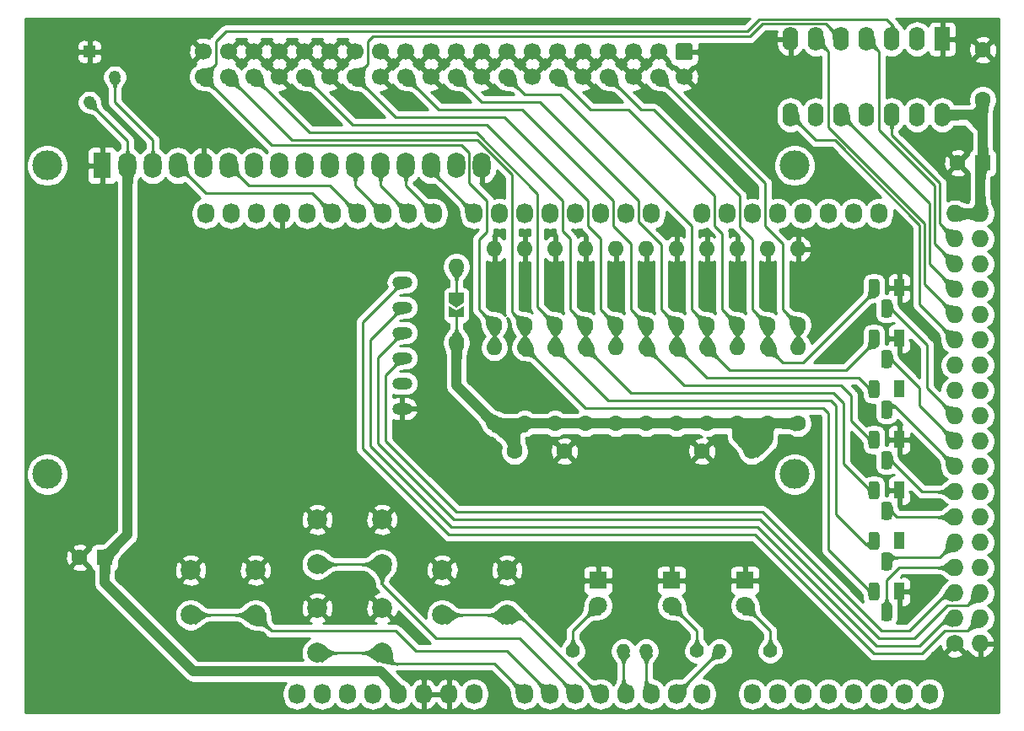
<source format=gbr>
%TF.GenerationSoftware,KiCad,Pcbnew,(5.1.9)-1*%
%TF.CreationDate,2022-05-22T22:27:41-05:00*%
%TF.ProjectId,rx02-emulator-mega-shield,72783032-2d65-46d7-956c-61746f722d6d,rev?*%
%TF.SameCoordinates,Original*%
%TF.FileFunction,Copper,L1,Top*%
%TF.FilePolarity,Positive*%
%FSLAX46Y46*%
G04 Gerber Fmt 4.6, Leading zero omitted, Abs format (unit mm)*
G04 Created by KiCad (PCBNEW (5.1.9)-1) date 2022-05-22 22:27:41*
%MOMM*%
%LPD*%
G01*
G04 APERTURE LIST*
%TA.AperFunction,ComponentPad*%
%ADD10O,2.000000X1.200000*%
%TD*%
%TA.AperFunction,ComponentPad*%
%ADD11R,1.100000X1.800000*%
%TD*%
%TA.AperFunction,ComponentPad*%
%ADD12C,3.000000*%
%TD*%
%TA.AperFunction,ComponentPad*%
%ADD13O,1.800000X2.600000*%
%TD*%
%TA.AperFunction,ComponentPad*%
%ADD14R,1.800000X2.600000*%
%TD*%
%TA.AperFunction,ComponentPad*%
%ADD15O,1.600000X1.600000*%
%TD*%
%TA.AperFunction,ComponentPad*%
%ADD16C,1.600000*%
%TD*%
%TA.AperFunction,SMDPad,CuDef*%
%ADD17C,0.100000*%
%TD*%
%TA.AperFunction,ComponentPad*%
%ADD18C,2.000000*%
%TD*%
%TA.AperFunction,ComponentPad*%
%ADD19O,1.400000X1.400000*%
%TD*%
%TA.AperFunction,ComponentPad*%
%ADD20C,1.400000*%
%TD*%
%TA.AperFunction,ComponentPad*%
%ADD21O,1.600000X2.400000*%
%TD*%
%TA.AperFunction,ComponentPad*%
%ADD22R,1.600000X2.400000*%
%TD*%
%TA.AperFunction,ComponentPad*%
%ADD23R,1.222000X1.222000*%
%TD*%
%TA.AperFunction,ComponentPad*%
%ADD24C,1.222000*%
%TD*%
%TA.AperFunction,ComponentPad*%
%ADD25C,1.700000*%
%TD*%
%TA.AperFunction,ComponentPad*%
%ADD26C,1.800000*%
%TD*%
%TA.AperFunction,ComponentPad*%
%ADD27R,1.800000X1.800000*%
%TD*%
%TA.AperFunction,ComponentPad*%
%ADD28R,1.600000X1.600000*%
%TD*%
%TA.AperFunction,ComponentPad*%
%ADD29C,1.727200*%
%TD*%
%TA.AperFunction,ComponentPad*%
%ADD30O,1.727200X1.727200*%
%TD*%
%TA.AperFunction,ComponentPad*%
%ADD31O,1.727200X2.032000*%
%TD*%
%TA.AperFunction,Conductor*%
%ADD32C,0.250000*%
%TD*%
%TA.AperFunction,Conductor*%
%ADD33C,1.000000*%
%TD*%
%TA.AperFunction,Conductor*%
%ADD34C,0.254000*%
%TD*%
%TA.AperFunction,Conductor*%
%ADD35C,0.100000*%
%TD*%
%TA.AperFunction,Conductor*%
%ADD36C,0.025400*%
%TD*%
G04 APERTURE END LIST*
D10*
%TO.P,MOD1,CS*%
%TO.N,/53(SS)*%
X141881200Y-77770800D03*
%TO.P,MOD1,SCK*%
%TO.N,/52(SCK)*%
X141881200Y-80310800D03*
%TO.P,MOD1,MOSI*%
%TO.N,/51(MOSI)*%
X141881200Y-82850800D03*
%TO.P,MOD1,MISO*%
%TO.N,/50(MISO)*%
X141881200Y-85390800D03*
%TO.P,MOD1,VCC5V*%
%TO.N,+5V*%
X141881200Y-87930800D03*
%TO.P,MOD1,GND*%
%TO.N,GND*%
X141881200Y-90470800D03*
%TD*%
D11*
%TO.P,Q7,1*%
%TO.N,GND*%
X191770000Y-78340000D03*
%TO.P,Q7,3*%
%TO.N,/RX_ERROR_L*%
%TA.AperFunction,ComponentPad*%
G36*
G01*
X189780000Y-77715000D02*
X189780000Y-78965000D01*
G75*
G02*
X189505000Y-79240000I-275000J0D01*
G01*
X188955000Y-79240000D01*
G75*
G02*
X188680000Y-78965000I0J275000D01*
G01*
X188680000Y-77715000D01*
G75*
G02*
X188955000Y-77440000I275000J0D01*
G01*
X189505000Y-77440000D01*
G75*
G02*
X189780000Y-77715000I0J-275000D01*
G01*
G37*
%TD.AperFunction*%
%TO.P,Q7,2*%
%TO.N,/36*%
%TA.AperFunction,ComponentPad*%
G36*
G01*
X191050000Y-79785000D02*
X191050000Y-81035000D01*
G75*
G02*
X190775000Y-81310000I-275000J0D01*
G01*
X190225000Y-81310000D01*
G75*
G02*
X189950000Y-81035000I0J275000D01*
G01*
X189950000Y-79785000D01*
G75*
G02*
X190225000Y-79510000I275000J0D01*
G01*
X190775000Y-79510000D01*
G75*
G02*
X191050000Y-79785000I0J-275000D01*
G01*
G37*
%TD.AperFunction*%
%TD*%
%TO.P,Q6,1*%
%TO.N,GND*%
X191770000Y-83420000D03*
%TO.P,Q6,3*%
%TO.N,/RX_XFER_RQST_L*%
%TA.AperFunction,ComponentPad*%
G36*
G01*
X189780000Y-82795000D02*
X189780000Y-84045000D01*
G75*
G02*
X189505000Y-84320000I-275000J0D01*
G01*
X188955000Y-84320000D01*
G75*
G02*
X188680000Y-84045000I0J275000D01*
G01*
X188680000Y-82795000D01*
G75*
G02*
X188955000Y-82520000I275000J0D01*
G01*
X189505000Y-82520000D01*
G75*
G02*
X189780000Y-82795000I0J-275000D01*
G01*
G37*
%TD.AperFunction*%
%TO.P,Q6,2*%
%TO.N,/38*%
%TA.AperFunction,ComponentPad*%
G36*
G01*
X191050000Y-84865000D02*
X191050000Y-86115000D01*
G75*
G02*
X190775000Y-86390000I-275000J0D01*
G01*
X190225000Y-86390000D01*
G75*
G02*
X189950000Y-86115000I0J275000D01*
G01*
X189950000Y-84865000D01*
G75*
G02*
X190225000Y-84590000I275000J0D01*
G01*
X190775000Y-84590000D01*
G75*
G02*
X191050000Y-84865000I0J-275000D01*
G01*
G37*
%TD.AperFunction*%
%TD*%
%TO.P,Q5,1*%
%TO.N,GND*%
X191770000Y-93580000D03*
%TO.P,Q5,3*%
%TO.N,/RX_DATA_L*%
%TA.AperFunction,ComponentPad*%
G36*
G01*
X189780000Y-92955000D02*
X189780000Y-94205000D01*
G75*
G02*
X189505000Y-94480000I-275000J0D01*
G01*
X188955000Y-94480000D01*
G75*
G02*
X188680000Y-94205000I0J275000D01*
G01*
X188680000Y-92955000D01*
G75*
G02*
X188955000Y-92680000I275000J0D01*
G01*
X189505000Y-92680000D01*
G75*
G02*
X189780000Y-92955000I0J-275000D01*
G01*
G37*
%TD.AperFunction*%
%TO.P,Q5,2*%
%TO.N,/42*%
%TA.AperFunction,ComponentPad*%
G36*
G01*
X191050000Y-95025000D02*
X191050000Y-96275000D01*
G75*
G02*
X190775000Y-96550000I-275000J0D01*
G01*
X190225000Y-96550000D01*
G75*
G02*
X189950000Y-96275000I0J275000D01*
G01*
X189950000Y-95025000D01*
G75*
G02*
X190225000Y-94750000I275000J0D01*
G01*
X190775000Y-94750000D01*
G75*
G02*
X191050000Y-95025000I0J-275000D01*
G01*
G37*
%TD.AperFunction*%
%TD*%
%TO.P,Q4,1*%
%TO.N,GND*%
X191770000Y-88500000D03*
%TO.P,Q4,3*%
%TO.N,/RX_DONE_L*%
%TA.AperFunction,ComponentPad*%
G36*
G01*
X189780000Y-87875000D02*
X189780000Y-89125000D01*
G75*
G02*
X189505000Y-89400000I-275000J0D01*
G01*
X188955000Y-89400000D01*
G75*
G02*
X188680000Y-89125000I0J275000D01*
G01*
X188680000Y-87875000D01*
G75*
G02*
X188955000Y-87600000I275000J0D01*
G01*
X189505000Y-87600000D01*
G75*
G02*
X189780000Y-87875000I0J-275000D01*
G01*
G37*
%TD.AperFunction*%
%TO.P,Q4,2*%
%TO.N,/40*%
%TA.AperFunction,ComponentPad*%
G36*
G01*
X191050000Y-89945000D02*
X191050000Y-91195000D01*
G75*
G02*
X190775000Y-91470000I-275000J0D01*
G01*
X190225000Y-91470000D01*
G75*
G02*
X189950000Y-91195000I0J275000D01*
G01*
X189950000Y-89945000D01*
G75*
G02*
X190225000Y-89670000I275000J0D01*
G01*
X190775000Y-89670000D01*
G75*
G02*
X191050000Y-89945000I0J-275000D01*
G01*
G37*
%TD.AperFunction*%
%TD*%
%TO.P,Q3,1*%
%TO.N,GND*%
X191770000Y-98660000D03*
%TO.P,Q3,3*%
%TO.N,/RX_SHIFT_L*%
%TA.AperFunction,ComponentPad*%
G36*
G01*
X189780000Y-98035000D02*
X189780000Y-99285000D01*
G75*
G02*
X189505000Y-99560000I-275000J0D01*
G01*
X188955000Y-99560000D01*
G75*
G02*
X188680000Y-99285000I0J275000D01*
G01*
X188680000Y-98035000D01*
G75*
G02*
X188955000Y-97760000I275000J0D01*
G01*
X189505000Y-97760000D01*
G75*
G02*
X189780000Y-98035000I0J-275000D01*
G01*
G37*
%TD.AperFunction*%
%TO.P,Q3,2*%
%TO.N,/44*%
%TA.AperFunction,ComponentPad*%
G36*
G01*
X191050000Y-100105000D02*
X191050000Y-101355000D01*
G75*
G02*
X190775000Y-101630000I-275000J0D01*
G01*
X190225000Y-101630000D01*
G75*
G02*
X189950000Y-101355000I0J275000D01*
G01*
X189950000Y-100105000D01*
G75*
G02*
X190225000Y-99830000I275000J0D01*
G01*
X190775000Y-99830000D01*
G75*
G02*
X191050000Y-100105000I0J-275000D01*
G01*
G37*
%TD.AperFunction*%
%TD*%
%TO.P,Q2,1*%
%TO.N,GND*%
X191770000Y-108820000D03*
%TO.P,Q2,3*%
%TO.N,/RX_AC_L*%
%TA.AperFunction,ComponentPad*%
G36*
G01*
X189780000Y-108195000D02*
X189780000Y-109445000D01*
G75*
G02*
X189505000Y-109720000I-275000J0D01*
G01*
X188955000Y-109720000D01*
G75*
G02*
X188680000Y-109445000I0J275000D01*
G01*
X188680000Y-108195000D01*
G75*
G02*
X188955000Y-107920000I275000J0D01*
G01*
X189505000Y-107920000D01*
G75*
G02*
X189780000Y-108195000I0J-275000D01*
G01*
G37*
%TD.AperFunction*%
%TO.P,Q2,2*%
%TO.N,/48*%
%TA.AperFunction,ComponentPad*%
G36*
G01*
X191050000Y-110265000D02*
X191050000Y-111515000D01*
G75*
G02*
X190775000Y-111790000I-275000J0D01*
G01*
X190225000Y-111790000D01*
G75*
G02*
X189950000Y-111515000I0J275000D01*
G01*
X189950000Y-110265000D01*
G75*
G02*
X190225000Y-109990000I275000J0D01*
G01*
X190775000Y-109990000D01*
G75*
G02*
X191050000Y-110265000I0J-275000D01*
G01*
G37*
%TD.AperFunction*%
%TD*%
%TO.P,Q1,1*%
%TO.N,GND*%
X191770000Y-103740000D03*
%TO.P,Q1,3*%
%TO.N,/RX_OUT_L*%
%TA.AperFunction,ComponentPad*%
G36*
G01*
X189780000Y-103115000D02*
X189780000Y-104365000D01*
G75*
G02*
X189505000Y-104640000I-275000J0D01*
G01*
X188955000Y-104640000D01*
G75*
G02*
X188680000Y-104365000I0J275000D01*
G01*
X188680000Y-103115000D01*
G75*
G02*
X188955000Y-102840000I275000J0D01*
G01*
X189505000Y-102840000D01*
G75*
G02*
X189780000Y-103115000I0J-275000D01*
G01*
G37*
%TD.AperFunction*%
%TO.P,Q1,2*%
%TO.N,/46*%
%TA.AperFunction,ComponentPad*%
G36*
G01*
X191050000Y-105185000D02*
X191050000Y-106435000D01*
G75*
G02*
X190775000Y-106710000I-275000J0D01*
G01*
X190225000Y-106710000D01*
G75*
G02*
X189950000Y-106435000I0J275000D01*
G01*
X189950000Y-105185000D01*
G75*
G02*
X190225000Y-104910000I275000J0D01*
G01*
X190775000Y-104910000D01*
G75*
G02*
X191050000Y-105185000I0J-275000D01*
G01*
G37*
%TD.AperFunction*%
%TD*%
D12*
%TO.P,DS1,*%
%TO.N,*%
X181260000Y-66040000D03*
X181259480Y-97040700D03*
X106260900Y-97040700D03*
X106260900Y-66040000D03*
D13*
%TO.P,DS1,16*%
%TO.N,GND*%
X149860000Y-66040000D03*
%TO.P,DS1,15*%
%TO.N,Net-(DS1-Pad15)*%
X147320000Y-66040000D03*
%TO.P,DS1,14*%
%TO.N,/7(\u002A\u002A)*%
X144780000Y-66040000D03*
%TO.P,DS1,13*%
%TO.N,/8(\u002A\u002A)*%
X142240000Y-66040000D03*
%TO.P,DS1,12*%
%TO.N,/9(\u002A\u002A)*%
X139700000Y-66040000D03*
%TO.P,DS1,11*%
%TO.N,/10(\u002A\u002A)*%
X137160000Y-66040000D03*
%TO.P,DS1,10*%
%TO.N,Net-(DS1-Pad10)*%
X134620000Y-66040000D03*
%TO.P,DS1,9*%
%TO.N,Net-(DS1-Pad9)*%
X132080000Y-66040000D03*
%TO.P,DS1,8*%
%TO.N,Net-(DS1-Pad8)*%
X129540000Y-66040000D03*
%TO.P,DS1,7*%
%TO.N,Net-(DS1-Pad7)*%
X127000000Y-66040000D03*
%TO.P,DS1,6*%
%TO.N,/11(\u002A\u002A)*%
X124460000Y-66040000D03*
%TO.P,DS1,5*%
%TO.N,GND*%
X121920000Y-66040000D03*
%TO.P,DS1,4*%
%TO.N,/12(\u002A\u002A)*%
X119380000Y-66040000D03*
%TO.P,DS1,3*%
%TO.N,Net-(DS1-Pad3)*%
X116840000Y-66040000D03*
%TO.P,DS1,2*%
%TO.N,+5V*%
X114300000Y-66040000D03*
D14*
%TO.P,DS1,1*%
%TO.N,GND*%
X111760000Y-66040000D03*
%TD*%
D15*
%TO.P,R23,2*%
%TO.N,/RX_RUN_L*%
X181610000Y-84328000D03*
D16*
%TO.P,R23,1*%
%TO.N,+5V*%
X181610000Y-91948000D03*
%TD*%
D15*
%TO.P,R20,2*%
%TO.N,/RX_ERROR_L*%
X178562000Y-84328000D03*
D16*
%TO.P,R20,1*%
%TO.N,+5V*%
X178562000Y-91948000D03*
%TD*%
D15*
%TO.P,R18,2*%
%TO.N,/RX_INIT_L*%
X175514000Y-84328000D03*
D16*
%TO.P,R18,1*%
%TO.N,+5V*%
X175514000Y-91948000D03*
%TD*%
D15*
%TO.P,R16,2*%
%TO.N,/RX_XFER_RQST_L*%
X172466000Y-84328000D03*
D16*
%TO.P,R16,1*%
%TO.N,+5V*%
X172466000Y-91948000D03*
%TD*%
D15*
%TO.P,R14,2*%
%TO.N,/RX_DONE_L*%
X169418000Y-84328000D03*
D16*
%TO.P,R14,1*%
%TO.N,+5V*%
X169418000Y-91948000D03*
%TD*%
D15*
%TO.P,R12,2*%
%TO.N,/RX_DATA_L*%
X166370000Y-84328000D03*
D16*
%TO.P,R12,1*%
%TO.N,+5V*%
X166370000Y-91948000D03*
%TD*%
D15*
%TO.P,R10,2*%
%TO.N,/RX_12BIT_L*%
X163322000Y-84328000D03*
D16*
%TO.P,R10,1*%
%TO.N,+5V*%
X163322000Y-91948000D03*
%TD*%
D15*
%TO.P,R8,2*%
%TO.N,/RX_SHIFT_L*%
X160274000Y-84328000D03*
D16*
%TO.P,R8,1*%
%TO.N,+5V*%
X160274000Y-91948000D03*
%TD*%
D15*
%TO.P,R6,2*%
%TO.N,/RX_OUT_L*%
X157226000Y-84328000D03*
D16*
%TO.P,R6,1*%
%TO.N,+5V*%
X157226000Y-91948000D03*
%TD*%
D15*
%TO.P,R4,2*%
%TO.N,/RX_AC_L*%
X154178000Y-84328000D03*
D16*
%TO.P,R4,1*%
%TO.N,+5V*%
X154178000Y-91948000D03*
%TD*%
D15*
%TO.P,R2,2*%
%TO.N,/RX_DMA_MODE_H*%
X151130000Y-84328000D03*
D16*
%TO.P,R2,1*%
%TO.N,+5V*%
X151130000Y-91948000D03*
%TD*%
D15*
%TO.P,R22,2*%
%TO.N,GND*%
X181610000Y-74422000D03*
D16*
%TO.P,R22,1*%
%TO.N,/RX_RUN_L*%
X181610000Y-82042000D03*
%TD*%
D15*
%TO.P,R19,2*%
%TO.N,GND*%
X178562000Y-74422000D03*
D16*
%TO.P,R19,1*%
%TO.N,/RX_ERROR_L*%
X178562000Y-82042000D03*
%TD*%
D15*
%TO.P,R17,2*%
%TO.N,GND*%
X175514000Y-74422000D03*
D16*
%TO.P,R17,1*%
%TO.N,/RX_INIT_L*%
X175514000Y-82042000D03*
%TD*%
D15*
%TO.P,R15,2*%
%TO.N,GND*%
X172466000Y-74422000D03*
D16*
%TO.P,R15,1*%
%TO.N,/RX_XFER_RQST_L*%
X172466000Y-82042000D03*
%TD*%
D15*
%TO.P,R13,2*%
%TO.N,GND*%
X169418000Y-74422000D03*
D16*
%TO.P,R13,1*%
%TO.N,/RX_DONE_L*%
X169418000Y-82042000D03*
%TD*%
D15*
%TO.P,R11,2*%
%TO.N,GND*%
X166370000Y-74422000D03*
D16*
%TO.P,R11,1*%
%TO.N,/RX_DATA_L*%
X166370000Y-82042000D03*
%TD*%
D15*
%TO.P,R9,2*%
%TO.N,GND*%
X163322000Y-74422000D03*
D16*
%TO.P,R9,1*%
%TO.N,/RX_12BIT_L*%
X163322000Y-82042000D03*
%TD*%
D15*
%TO.P,R7,2*%
%TO.N,GND*%
X160274000Y-74422000D03*
D16*
%TO.P,R7,1*%
%TO.N,/RX_SHIFT_L*%
X160274000Y-82042000D03*
%TD*%
D15*
%TO.P,R5,2*%
%TO.N,GND*%
X157226000Y-74422000D03*
D16*
%TO.P,R5,1*%
%TO.N,/RX_OUT_L*%
X157226000Y-82042000D03*
%TD*%
D15*
%TO.P,R3,2*%
%TO.N,GND*%
X154178000Y-74422000D03*
D16*
%TO.P,R3,1*%
%TO.N,/RX_AC_L*%
X154178000Y-82042000D03*
%TD*%
D15*
%TO.P,R1,2*%
%TO.N,GND*%
X151130000Y-74422000D03*
D16*
%TO.P,R1,1*%
%TO.N,/RX_DMA_MODE_H*%
X151130000Y-82042000D03*
%TD*%
D15*
%TO.P,R21,2*%
%TO.N,Net-(DS1-Pad15)*%
X147320000Y-76200000D03*
D16*
%TO.P,R21,1*%
%TO.N,+5V*%
X147320000Y-83820000D03*
%TD*%
%TA.AperFunction,SMDPad,CuDef*%
D17*
%TO.P,JP1,1*%
%TO.N,Net-(DS1-Pad15)*%
G36*
X147320000Y-80322000D02*
G01*
X146570000Y-79822000D01*
X146570000Y-78822000D01*
X148070000Y-78822000D01*
X148070000Y-79822000D01*
X147320000Y-80322000D01*
G37*
%TD.AperFunction*%
%TA.AperFunction,SMDPad,CuDef*%
%TO.P,JP1,2*%
%TO.N,+5V*%
G36*
X146570000Y-81272000D02*
G01*
X146570000Y-80122000D01*
X147320000Y-80622000D01*
X148070000Y-80122000D01*
X148070000Y-81272000D01*
X146570000Y-81272000D01*
G37*
%TD.AperFunction*%
%TD*%
D18*
%TO.P,SW2,1*%
%TO.N,GND*%
X139850000Y-110490000D03*
%TO.P,SW2,2*%
%TO.N,/A0*%
X139850000Y-114990000D03*
%TO.P,SW2,1*%
%TO.N,GND*%
X133350000Y-110490000D03*
%TO.P,SW2,2*%
%TO.N,/A0*%
X133350000Y-114990000D03*
%TD*%
D19*
%TO.P,R25,2*%
%TO.N,/A5*%
X166370000Y-114808000D03*
D20*
%TO.P,R25,1*%
%TO.N,Net-(D2-Pad2)*%
X171450000Y-114808000D03*
%TD*%
D21*
%TO.P,U1,14*%
%TO.N,+5V*%
X196088000Y-60960000D03*
%TO.P,U1,7*%
%TO.N,GND*%
X180848000Y-53340000D03*
%TO.P,U1,13*%
%TO.N,/RX_RUN_L*%
X193548000Y-60960000D03*
%TO.P,U1,6*%
%TO.N,/28*%
X183388000Y-53340000D03*
%TO.P,U1,12*%
%TO.N,/22*%
X191008000Y-60960000D03*
%TO.P,U1,5*%
%TO.N,/RX_12BIT_L*%
X185928000Y-53340000D03*
%TO.P,U1,11*%
%TO.N,/RX_INIT_L*%
X188468000Y-60960000D03*
%TO.P,U1,4*%
%TO.N,/24*%
X188468000Y-53340000D03*
%TO.P,U1,10*%
%TO.N,/26*%
X185928000Y-60960000D03*
%TO.P,U1,3*%
%TO.N,/RX_DMA_MODE_H*%
X191008000Y-53340000D03*
%TO.P,U1,9*%
%TO.N,/RX_DATA_L*%
X183388000Y-60960000D03*
%TO.P,U1,2*%
%TO.N,Net-(U1-Pad2)*%
X193548000Y-53340000D03*
%TO.P,U1,8*%
%TO.N,/30*%
X180848000Y-60960000D03*
D22*
%TO.P,U1,1*%
%TO.N,GND*%
X196088000Y-53340000D03*
%TD*%
D18*
%TO.P,SW4,1*%
%TO.N,GND*%
X152400000Y-106680000D03*
%TO.P,SW4,2*%
%TO.N,/A3*%
X152400000Y-111180000D03*
%TO.P,SW4,1*%
%TO.N,GND*%
X145900000Y-106680000D03*
%TO.P,SW4,2*%
%TO.N,/A3*%
X145900000Y-111180000D03*
%TD*%
%TO.P,SW3,1*%
%TO.N,GND*%
X139850000Y-101600000D03*
%TO.P,SW3,2*%
%TO.N,/A2*%
X139850000Y-106100000D03*
%TO.P,SW3,1*%
%TO.N,GND*%
X133350000Y-101600000D03*
%TO.P,SW3,2*%
%TO.N,/A2*%
X133350000Y-106100000D03*
%TD*%
%TO.P,SW1,1*%
%TO.N,GND*%
X127150000Y-106680000D03*
%TO.P,SW1,2*%
%TO.N,/A1*%
X127150000Y-111180000D03*
%TO.P,SW1,1*%
%TO.N,GND*%
X120650000Y-106680000D03*
%TO.P,SW1,2*%
%TO.N,/A1*%
X120650000Y-111180000D03*
%TD*%
D23*
%TO.P,RV1,1*%
%TO.N,GND*%
X110490000Y-54610000D03*
D24*
%TO.P,RV1,2*%
%TO.N,Net-(DS1-Pad3)*%
X113030000Y-57150000D03*
%TO.P,RV1,3*%
%TO.N,+5V*%
X110490000Y-59690000D03*
%TD*%
D19*
%TO.P,R26,2*%
%TO.N,/A6*%
X173736000Y-114808000D03*
D20*
%TO.P,R26,1*%
%TO.N,Net-(D3-Pad2)*%
X178816000Y-114808000D03*
%TD*%
D19*
%TO.P,R24,2*%
%TO.N,/A4*%
X164084000Y-114808000D03*
D20*
%TO.P,R24,1*%
%TO.N,Net-(D1-Pad2)*%
X159004000Y-114808000D03*
%TD*%
D25*
%TO.P,J1,40*%
%TO.N,/RX_DMA_MODE_H*%
X121920000Y-57150000D03*
%TO.P,J1,38*%
%TO.N,/RX_AC_L*%
X124460000Y-57150000D03*
%TO.P,J1,36*%
%TO.N,/RX_OUT_L*%
X127000000Y-57150000D03*
%TO.P,J1,34*%
%TO.N,GND*%
X129540000Y-57150000D03*
%TO.P,J1,32*%
%TO.N,/RX_SHIFT_L*%
X132080000Y-57150000D03*
%TO.P,J1,30*%
%TO.N,GND*%
X134620000Y-57150000D03*
%TO.P,J1,28*%
%TO.N,/RX_12BIT_L*%
X137160000Y-57150000D03*
%TO.P,J1,26*%
%TO.N,GND*%
X139700000Y-57150000D03*
%TO.P,J1,24*%
%TO.N,/RX_DATA_L*%
X142240000Y-57150000D03*
%TO.P,J1,22*%
%TO.N,GND*%
X144780000Y-57150000D03*
%TO.P,J1,20*%
%TO.N,/RX_DONE_L*%
X147320000Y-57150000D03*
%TO.P,J1,18*%
%TO.N,GND*%
X149860000Y-57150000D03*
%TO.P,J1,16*%
%TO.N,/RX_XFER_RQST_L*%
X152400000Y-57150000D03*
%TO.P,J1,14*%
%TO.N,GND*%
X154940000Y-57150000D03*
%TO.P,J1,12*%
%TO.N,/RX_INIT_L*%
X157480000Y-57150000D03*
%TO.P,J1,10*%
%TO.N,GND*%
X160020000Y-57150000D03*
%TO.P,J1,8*%
%TO.N,/RX_ERROR_L*%
X162560000Y-57150000D03*
%TO.P,J1,6*%
%TO.N,GND*%
X165100000Y-57150000D03*
%TO.P,J1,4*%
%TO.N,/RX_RUN_L*%
X167640000Y-57150000D03*
%TO.P,J1,2*%
%TO.N,GND*%
X170180000Y-57150000D03*
%TO.P,J1,39*%
X121920000Y-54610000D03*
%TO.P,J1,37*%
X124460000Y-54610000D03*
%TO.P,J1,35*%
X127000000Y-54610000D03*
%TO.P,J1,33*%
X129540000Y-54610000D03*
%TO.P,J1,31*%
X132080000Y-54610000D03*
%TO.P,J1,29*%
X134620000Y-54610000D03*
%TO.P,J1,27*%
X137160000Y-54610000D03*
%TO.P,J1,25*%
X139700000Y-54610000D03*
%TO.P,J1,23*%
X142240000Y-54610000D03*
%TO.P,J1,21*%
X144780000Y-54610000D03*
%TO.P,J1,19*%
X147320000Y-54610000D03*
%TO.P,J1,17*%
X149860000Y-54610000D03*
%TO.P,J1,15*%
X152400000Y-54610000D03*
%TO.P,J1,13*%
X154940000Y-54610000D03*
%TO.P,J1,11*%
X157480000Y-54610000D03*
%TO.P,J1,9*%
X160020000Y-54610000D03*
%TO.P,J1,7*%
X162560000Y-54610000D03*
%TO.P,J1,5*%
X165100000Y-54610000D03*
%TO.P,J1,3*%
X167640000Y-54610000D03*
%TO.P,J1,1*%
%TA.AperFunction,ComponentPad*%
G36*
G01*
X169580000Y-53760000D02*
X170780000Y-53760000D01*
G75*
G02*
X171030000Y-54010000I0J-250000D01*
G01*
X171030000Y-55210000D01*
G75*
G02*
X170780000Y-55460000I-250000J0D01*
G01*
X169580000Y-55460000D01*
G75*
G02*
X169330000Y-55210000I0J250000D01*
G01*
X169330000Y-54010000D01*
G75*
G02*
X169580000Y-53760000I250000J0D01*
G01*
G37*
%TD.AperFunction*%
%TD*%
D26*
%TO.P,D3,2*%
%TO.N,Net-(D3-Pad2)*%
X176276000Y-110236000D03*
D27*
%TO.P,D3,1*%
%TO.N,GND*%
X176276000Y-107696000D03*
%TD*%
D26*
%TO.P,D2,2*%
%TO.N,Net-(D2-Pad2)*%
X168910000Y-110236000D03*
D27*
%TO.P,D2,1*%
%TO.N,GND*%
X168910000Y-107696000D03*
%TD*%
D26*
%TO.P,D1,2*%
%TO.N,Net-(D1-Pad2)*%
X161544000Y-110236000D03*
D27*
%TO.P,D1,1*%
%TO.N,GND*%
X161544000Y-107696000D03*
%TD*%
D16*
%TO.P,C5,2*%
%TO.N,GND*%
X158162000Y-94742000D03*
%TO.P,C5,1*%
%TO.N,+5V*%
X153162000Y-94742000D03*
%TD*%
%TO.P,C4,2*%
%TO.N,GND*%
X200152000Y-54436000D03*
%TO.P,C4,1*%
%TO.N,+5V*%
X200152000Y-59436000D03*
%TD*%
%TO.P,C3,2*%
%TO.N,GND*%
X171958000Y-94742000D03*
%TO.P,C3,1*%
%TO.N,+5V*%
X176958000Y-94742000D03*
%TD*%
%TO.P,C2,2*%
%TO.N,GND*%
X197652000Y-65786000D03*
D28*
%TO.P,C2,1*%
%TO.N,+5V*%
X200152000Y-65786000D03*
%TD*%
D16*
%TO.P,C1,2*%
%TO.N,GND*%
X109514000Y-105410000D03*
D28*
%TO.P,C1,1*%
%TO.N,+5V*%
X112014000Y-105410000D03*
%TD*%
D29*
%TO.P,P1,1*%
%TO.N,GND*%
X197358000Y-114046000D03*
D30*
%TO.P,P1,2*%
X199898000Y-114046000D03*
%TO.P,P1,3*%
%TO.N,/52(SCK)*%
X197358000Y-111506000D03*
%TO.P,P1,4*%
%TO.N,/53(SS)*%
X199898000Y-111506000D03*
%TO.P,P1,5*%
%TO.N,/50(MISO)*%
X197358000Y-108966000D03*
%TO.P,P1,6*%
%TO.N,/51(MOSI)*%
X199898000Y-108966000D03*
%TO.P,P1,7*%
%TO.N,/48*%
X197358000Y-106426000D03*
%TO.P,P1,8*%
%TO.N,/49*%
X199898000Y-106426000D03*
%TO.P,P1,9*%
%TO.N,/46*%
X197358000Y-103886000D03*
%TO.P,P1,10*%
%TO.N,/47*%
X199898000Y-103886000D03*
%TO.P,P1,11*%
%TO.N,/44*%
X197358000Y-101346000D03*
%TO.P,P1,12*%
%TO.N,/45*%
X199898000Y-101346000D03*
%TO.P,P1,13*%
%TO.N,/42*%
X197358000Y-98806000D03*
%TO.P,P1,14*%
%TO.N,/43*%
X199898000Y-98806000D03*
%TO.P,P1,15*%
%TO.N,/40*%
X197358000Y-96266000D03*
%TO.P,P1,16*%
%TO.N,/41*%
X199898000Y-96266000D03*
%TO.P,P1,17*%
%TO.N,/38*%
X197358000Y-93726000D03*
%TO.P,P1,18*%
%TO.N,/39*%
X199898000Y-93726000D03*
%TO.P,P1,19*%
%TO.N,/36*%
X197358000Y-91186000D03*
%TO.P,P1,20*%
%TO.N,/37*%
X199898000Y-91186000D03*
%TO.P,P1,21*%
%TO.N,/34*%
X197358000Y-88646000D03*
%TO.P,P1,22*%
%TO.N,/35*%
X199898000Y-88646000D03*
%TO.P,P1,23*%
%TO.N,/32*%
X197358000Y-86106000D03*
%TO.P,P1,24*%
%TO.N,/33*%
X199898000Y-86106000D03*
%TO.P,P1,25*%
%TO.N,/30*%
X197358000Y-83566000D03*
%TO.P,P1,26*%
%TO.N,/31*%
X199898000Y-83566000D03*
%TO.P,P1,27*%
%TO.N,/28*%
X197358000Y-81026000D03*
%TO.P,P1,28*%
%TO.N,/29*%
X199898000Y-81026000D03*
%TO.P,P1,29*%
%TO.N,/26*%
X197358000Y-78486000D03*
%TO.P,P1,30*%
%TO.N,/27*%
X199898000Y-78486000D03*
%TO.P,P1,31*%
%TO.N,/24*%
X197358000Y-75946000D03*
%TO.P,P1,32*%
%TO.N,/25*%
X199898000Y-75946000D03*
%TO.P,P1,33*%
%TO.N,/22*%
X197358000Y-73406000D03*
%TO.P,P1,34*%
%TO.N,/23*%
X199898000Y-73406000D03*
%TO.P,P1,35*%
%TO.N,+5V*%
X197358000Y-70866000D03*
%TO.P,P1,36*%
X199898000Y-70866000D03*
%TD*%
D31*
%TO.P,P2,1*%
%TO.N,Net-(P2-Pad1)*%
X131318000Y-119126000D03*
%TO.P,P2,2*%
%TO.N,/IOREF*%
X133858000Y-119126000D03*
%TO.P,P2,3*%
%TO.N,/Reset*%
X136398000Y-119126000D03*
%TO.P,P2,4*%
%TO.N,+3V3*%
X138938000Y-119126000D03*
%TO.P,P2,5*%
%TO.N,+5V*%
X141478000Y-119126000D03*
%TO.P,P2,6*%
%TO.N,GND*%
X144018000Y-119126000D03*
%TO.P,P2,7*%
X146558000Y-119126000D03*
%TO.P,P2,8*%
%TO.N,/Vin*%
X149098000Y-119126000D03*
%TD*%
%TO.P,P3,1*%
%TO.N,/A0*%
X154178000Y-119126000D03*
%TO.P,P3,2*%
%TO.N,/A1*%
X156718000Y-119126000D03*
%TO.P,P3,3*%
%TO.N,/A2*%
X159258000Y-119126000D03*
%TO.P,P3,4*%
%TO.N,/A3*%
X161798000Y-119126000D03*
%TO.P,P3,5*%
%TO.N,/A4*%
X164338000Y-119126000D03*
%TO.P,P3,6*%
%TO.N,/A5*%
X166878000Y-119126000D03*
%TO.P,P3,7*%
%TO.N,/A6*%
X169418000Y-119126000D03*
%TO.P,P3,8*%
%TO.N,/A7*%
X171958000Y-119126000D03*
%TD*%
%TO.P,P4,1*%
%TO.N,/A8*%
X177038000Y-119126000D03*
%TO.P,P4,2*%
%TO.N,/A9*%
X179578000Y-119126000D03*
%TO.P,P4,3*%
%TO.N,/A10*%
X182118000Y-119126000D03*
%TO.P,P4,4*%
%TO.N,/A11*%
X184658000Y-119126000D03*
%TO.P,P4,5*%
%TO.N,/A12*%
X187198000Y-119126000D03*
%TO.P,P4,6*%
%TO.N,/A13*%
X189738000Y-119126000D03*
%TO.P,P4,7*%
%TO.N,/A14*%
X192278000Y-119126000D03*
%TO.P,P4,8*%
%TO.N,/A15*%
X194818000Y-119126000D03*
%TD*%
%TO.P,P5,1*%
%TO.N,/SCL*%
X122174000Y-70866000D03*
%TO.P,P5,2*%
%TO.N,/SDA*%
X124714000Y-70866000D03*
%TO.P,P5,3*%
%TO.N,/AREF*%
X127254000Y-70866000D03*
%TO.P,P5,4*%
%TO.N,GND*%
X129794000Y-70866000D03*
%TO.P,P5,5*%
%TO.N,/13(\u002A\u002A)*%
X132334000Y-70866000D03*
%TO.P,P5,6*%
%TO.N,/12(\u002A\u002A)*%
X134874000Y-70866000D03*
%TO.P,P5,7*%
%TO.N,/11(\u002A\u002A)*%
X137414000Y-70866000D03*
%TO.P,P5,8*%
%TO.N,/10(\u002A\u002A)*%
X139954000Y-70866000D03*
%TO.P,P5,9*%
%TO.N,/9(\u002A\u002A)*%
X142494000Y-70866000D03*
%TO.P,P5,10*%
%TO.N,/8(\u002A\u002A)*%
X145034000Y-70866000D03*
%TD*%
%TO.P,P6,1*%
%TO.N,/7(\u002A\u002A)*%
X149098000Y-70866000D03*
%TO.P,P6,2*%
%TO.N,/6(\u002A\u002A)*%
X151638000Y-70866000D03*
%TO.P,P6,3*%
%TO.N,/5(\u002A\u002A)*%
X154178000Y-70866000D03*
%TO.P,P6,4*%
%TO.N,/4(\u002A\u002A)*%
X156718000Y-70866000D03*
%TO.P,P6,5*%
%TO.N,/3(\u002A\u002A)*%
X159258000Y-70866000D03*
%TO.P,P6,6*%
%TO.N,/2(\u002A\u002A)*%
X161798000Y-70866000D03*
%TO.P,P6,7*%
%TO.N,/1(Tx0)*%
X164338000Y-70866000D03*
%TO.P,P6,8*%
%TO.N,/0(Rx0)*%
X166878000Y-70866000D03*
%TD*%
%TO.P,P7,1*%
%TO.N,/14(Tx3)*%
X171958000Y-70866000D03*
%TO.P,P7,2*%
%TO.N,/15(Rx3)*%
X174498000Y-70866000D03*
%TO.P,P7,3*%
%TO.N,/16(Tx2)*%
X177038000Y-70866000D03*
%TO.P,P7,4*%
%TO.N,/17(Rx2)*%
X179578000Y-70866000D03*
%TO.P,P7,5*%
%TO.N,/18(Tx1)*%
X182118000Y-70866000D03*
%TO.P,P7,6*%
%TO.N,/19(Rx1)*%
X184658000Y-70866000D03*
%TO.P,P7,7*%
%TO.N,/20(SDA)*%
X187198000Y-70866000D03*
%TO.P,P7,8*%
%TO.N,/21(SCL)*%
X189738000Y-70866000D03*
%TD*%
D32*
%TO.N,/52(SCK)*%
X157734000Y-102362000D02*
X156972000Y-102362000D01*
X138684000Y-94234000D02*
X138684000Y-83508000D01*
X146812000Y-102362000D02*
X138684000Y-94234000D01*
X157734000Y-102362000D02*
X146812000Y-102362000D01*
X177546000Y-102362000D02*
X157734000Y-102362000D01*
X193802000Y-114300000D02*
X189484000Y-114300000D01*
X189484000Y-114300000D02*
X177546000Y-102362000D01*
X196596000Y-111506000D02*
X193802000Y-114300000D01*
X197358000Y-111506000D02*
X196596000Y-111506000D01*
X138684000Y-83508000D02*
X141881200Y-80310800D01*
%TO.N,/53(SS)*%
X199898000Y-111506000D02*
X199136000Y-111506000D01*
X189230000Y-115062000D02*
X177292000Y-103124000D01*
X137922000Y-94488000D02*
X137922000Y-81730000D01*
X146558000Y-103124000D02*
X137922000Y-94488000D01*
X194056000Y-115062000D02*
X189230000Y-115062000D01*
X196342000Y-112776000D02*
X194056000Y-115062000D01*
X198628000Y-112776000D02*
X196342000Y-112776000D01*
X177292000Y-103124000D02*
X146558000Y-103124000D01*
X199898000Y-111506000D02*
X198628000Y-112776000D01*
X137922000Y-81730000D02*
X141881200Y-77770800D01*
%TO.N,/50(MISO)*%
X160782000Y-100838000D02*
X160528000Y-100838000D01*
X142440000Y-85340000D02*
X142440000Y-85417000D01*
X140208000Y-93726000D02*
X140208000Y-87064000D01*
X147320000Y-100838000D02*
X140208000Y-93726000D01*
X160782000Y-100838000D02*
X147320000Y-100838000D01*
X178054000Y-100838000D02*
X160782000Y-100838000D01*
X192786000Y-112776000D02*
X189992000Y-112776000D01*
X196596000Y-108966000D02*
X192786000Y-112776000D01*
X189992000Y-112776000D02*
X178054000Y-100838000D01*
X197358000Y-108966000D02*
X196596000Y-108966000D01*
X140208000Y-87064000D02*
X141881200Y-85390800D01*
%TO.N,/51(MOSI)*%
X142490000Y-82800000D02*
X142440000Y-82800000D01*
X159004000Y-101600000D02*
X158700000Y-101600000D01*
X139446000Y-93980000D02*
X139446000Y-85286000D01*
X147066000Y-101600000D02*
X139446000Y-93980000D01*
X159004000Y-101600000D02*
X147066000Y-101600000D01*
X177800000Y-101600000D02*
X159004000Y-101600000D01*
X189738000Y-113538000D02*
X177800000Y-101600000D01*
X193294000Y-113538000D02*
X189738000Y-113538000D01*
X196596000Y-110236000D02*
X193294000Y-113538000D01*
X198628000Y-110236000D02*
X196596000Y-110236000D01*
X199898000Y-108966000D02*
X198628000Y-110236000D01*
X139446000Y-85286000D02*
X141881200Y-82850800D01*
%TO.N,/48*%
X191770000Y-106426000D02*
X197358000Y-106426000D01*
X190500000Y-107696000D02*
X191770000Y-106426000D01*
X190500000Y-110490000D02*
X190500000Y-107696000D01*
%TO.N,/46*%
X190500000Y-105140000D02*
X190770000Y-105410000D01*
X195834000Y-105410000D02*
X197358000Y-103886000D01*
X190500000Y-105410000D02*
X195834000Y-105410000D01*
%TO.N,/44*%
X191516000Y-101346000D02*
X190500000Y-100330000D01*
X197358000Y-101346000D02*
X191516000Y-101346000D01*
%TO.N,/42*%
X194056000Y-98806000D02*
X190500000Y-95250000D01*
X197358000Y-98806000D02*
X194056000Y-98806000D01*
%TO.N,/40*%
X196866000Y-96266000D02*
X197358000Y-96266000D01*
X191262000Y-90170000D02*
X190500000Y-90170000D01*
X197358000Y-96266000D02*
X191262000Y-90170000D01*
%TO.N,/38*%
X193802000Y-88392000D02*
X190500000Y-85090000D01*
X193802000Y-90170000D02*
X193802000Y-88392000D01*
X197358000Y-93726000D02*
X193802000Y-90170000D01*
%TO.N,/36*%
X194564000Y-88392000D02*
X197358000Y-91186000D01*
X194564000Y-84074000D02*
X194564000Y-88392000D01*
X190500000Y-80010000D02*
X194564000Y-84074000D01*
%TO.N,/30*%
X193802000Y-80010000D02*
X193802000Y-72010410D01*
X183388000Y-63500000D02*
X180848000Y-60960000D01*
X197358000Y-83566000D02*
X193802000Y-80010000D01*
X193802000Y-72010410D02*
X185291590Y-63500000D01*
X185291590Y-63500000D02*
X183388000Y-63500000D01*
%TO.N,/28*%
X197358000Y-81026000D02*
X194310000Y-77978000D01*
X194310000Y-77978000D02*
X194310000Y-71882000D01*
X194310000Y-71882000D02*
X184658000Y-62230000D01*
X184658000Y-62230000D02*
X184658000Y-54610000D01*
X184658000Y-54610000D02*
X183388000Y-53340000D01*
%TO.N,/26*%
X194818000Y-69850000D02*
X185928000Y-60960000D01*
X194818000Y-75946000D02*
X194818000Y-69850000D01*
X197358000Y-78486000D02*
X194818000Y-75946000D01*
%TO.N,/24*%
X195326000Y-68072000D02*
X189738000Y-62484000D01*
X195326000Y-73914000D02*
X195326000Y-68072000D01*
X189738000Y-54610000D02*
X188468000Y-53340000D01*
X189738000Y-62484000D02*
X189738000Y-54610000D01*
X197358000Y-75946000D02*
X195326000Y-73914000D01*
%TO.N,/22*%
X191008000Y-62992000D02*
X191008000Y-60960000D01*
X195834000Y-67818000D02*
X191008000Y-62992000D01*
X195834000Y-71882000D02*
X195834000Y-67818000D01*
X197358000Y-73406000D02*
X195834000Y-71882000D01*
%TO.N,+5V*%
X142490000Y-87880000D02*
X142440000Y-87880000D01*
D33*
X197358000Y-70866000D02*
X199898000Y-70866000D01*
X199898000Y-66040000D02*
X200152000Y-65786000D01*
X199898000Y-70866000D02*
X199898000Y-66040000D01*
D32*
X114300000Y-63551042D02*
X114300000Y-66040000D01*
X110490000Y-59741042D02*
X114300000Y-63551042D01*
X110490000Y-59690000D02*
X110490000Y-59741042D01*
D33*
X112014000Y-107950000D02*
X112014000Y-105410000D01*
X120904000Y-116840000D02*
X112014000Y-107950000D01*
X139700000Y-116840000D02*
X120904000Y-116840000D01*
X141478000Y-118618000D02*
X139700000Y-116840000D01*
X141478000Y-119126000D02*
X141478000Y-118618000D01*
D32*
X147320000Y-83820000D02*
X147066000Y-83566000D01*
X147320000Y-83820000D02*
X147320000Y-80772000D01*
D33*
X147320000Y-88138000D02*
X151130000Y-91948000D01*
X147320000Y-83820000D02*
X147320000Y-88138000D01*
X177546000Y-94742000D02*
X178562000Y-93726000D01*
X178562000Y-93726000D02*
X178562000Y-91948000D01*
X153162000Y-93980000D02*
X151130000Y-91948000D01*
X153162000Y-94742000D02*
X153162000Y-93980000D01*
X199898000Y-60960000D02*
X200152000Y-60706000D01*
X200152000Y-60706000D02*
X200152000Y-59436000D01*
X198247000Y-60960000D02*
X198755000Y-60960000D01*
X198755000Y-60960000D02*
X200152000Y-62357000D01*
X200152000Y-62357000D02*
X200152000Y-60706000D01*
X200152000Y-65786000D02*
X200152000Y-62357000D01*
X196088000Y-60960000D02*
X198247000Y-60960000D01*
X200152000Y-60198000D02*
X199390000Y-60960000D01*
X200152000Y-59436000D02*
X200152000Y-60198000D01*
X199390000Y-60960000D02*
X199898000Y-60960000D01*
X198247000Y-60960000D02*
X199390000Y-60960000D01*
X153162000Y-92964000D02*
X154178000Y-91948000D01*
X153162000Y-94742000D02*
X153162000Y-92964000D01*
X151130000Y-91948000D02*
X152781000Y-91948000D01*
X152781000Y-91948000D02*
X152781000Y-92456000D01*
X152781000Y-91948000D02*
X181610000Y-91948000D01*
X175514000Y-93298000D02*
X176958000Y-94742000D01*
X175514000Y-91948000D02*
X175514000Y-93298000D01*
X175514000Y-91948000D02*
X177038000Y-93472000D01*
X177038000Y-93472000D02*
X177546000Y-93472000D01*
X177546000Y-93472000D02*
X177800000Y-93218000D01*
X177800000Y-93218000D02*
X177800000Y-92964000D01*
X177800000Y-92964000D02*
X177546000Y-92710000D01*
X177546000Y-92710000D02*
X177038000Y-92710000D01*
X177546000Y-94154000D02*
X176958000Y-94742000D01*
X177546000Y-92710000D02*
X177546000Y-94154000D01*
X114300000Y-103124000D02*
X112014000Y-105410000D01*
X114300000Y-66040000D02*
X114300000Y-103124000D01*
D32*
%TO.N,/A0*%
X133350000Y-114990000D02*
X139850000Y-114990000D01*
X140849999Y-115989999D02*
X139850000Y-114990000D01*
X140938000Y-116078000D02*
X140849999Y-115989999D01*
X151130000Y-116078000D02*
X140938000Y-116078000D01*
X154178000Y-119126000D02*
X151130000Y-116078000D01*
%TO.N,/A1*%
X120650000Y-111180000D02*
X127150000Y-111180000D01*
X141224000Y-112776000D02*
X128746000Y-112776000D01*
X143256000Y-114808000D02*
X141224000Y-112776000D01*
X128746000Y-112776000D02*
X127150000Y-111180000D01*
X152400000Y-114808000D02*
X143256000Y-114808000D01*
X156718000Y-119126000D02*
X152400000Y-114808000D01*
%TO.N,/A2*%
X133350000Y-106100000D02*
X139850000Y-106100000D01*
X139850000Y-108100000D02*
X139850000Y-106100000D01*
X145288000Y-113538000D02*
X139850000Y-108100000D01*
X153670000Y-113538000D02*
X145288000Y-113538000D01*
X159258000Y-119126000D02*
X153670000Y-113538000D01*
%TO.N,/A3*%
X145900000Y-111180000D02*
X152400000Y-111180000D01*
X153598000Y-111180000D02*
X152400000Y-111180000D01*
X161544000Y-119126000D02*
X153598000Y-111180000D01*
X161798000Y-119126000D02*
X161544000Y-119126000D01*
%TO.N,/A4*%
X164084000Y-118872000D02*
X164338000Y-119126000D01*
X164084000Y-114808000D02*
X164084000Y-118872000D01*
%TO.N,/A5*%
X166370000Y-118618000D02*
X166878000Y-119126000D01*
X166370000Y-114808000D02*
X166370000Y-118618000D01*
%TO.N,/A6*%
X173736000Y-114808000D02*
X169418000Y-119126000D01*
%TO.N,/12(\u002A\u002A)*%
X132842000Y-68834000D02*
X134874000Y-70866000D01*
X122174000Y-68834000D02*
X132842000Y-68834000D01*
X119380000Y-66040000D02*
X122174000Y-68834000D01*
%TO.N,/11(\u002A\u002A)*%
X134620000Y-68072000D02*
X137414000Y-70866000D01*
X126492000Y-68072000D02*
X134620000Y-68072000D01*
X124460000Y-66040000D02*
X126492000Y-68072000D01*
%TO.N,/10(\u002A\u002A)*%
X137160000Y-68072000D02*
X139954000Y-70866000D01*
X137160000Y-66040000D02*
X137160000Y-68072000D01*
%TO.N,/9(\u002A\u002A)*%
X139700000Y-68072000D02*
X142494000Y-70866000D01*
X139700000Y-66040000D02*
X139700000Y-68072000D01*
%TO.N,/8(\u002A\u002A)*%
X142240000Y-68072000D02*
X145034000Y-70866000D01*
X142240000Y-66040000D02*
X142240000Y-68072000D01*
%TO.N,/7(\u002A\u002A)*%
X144780000Y-66548000D02*
X149098000Y-70866000D01*
X144780000Y-66040000D02*
X144780000Y-66548000D01*
%TO.N,Net-(D1-Pad2)*%
X159004000Y-112776000D02*
X161544000Y-110236000D01*
X159004000Y-114808000D02*
X159004000Y-112776000D01*
%TO.N,Net-(D2-Pad2)*%
X171450000Y-112776000D02*
X168910000Y-110236000D01*
X171450000Y-114808000D02*
X171450000Y-112776000D01*
%TO.N,Net-(DS1-Pad15)*%
X147320000Y-79322000D02*
X147140000Y-79322000D01*
X147320000Y-76200000D02*
X147320000Y-79322000D01*
%TO.N,Net-(DS1-Pad3)*%
X116840000Y-63500000D02*
X116840000Y-66040000D01*
X113030000Y-59690000D02*
X116840000Y-63500000D01*
X113030000Y-57150000D02*
X113030000Y-59690000D01*
%TO.N,/RX_DMA_MODE_H*%
X123190000Y-55880000D02*
X121920000Y-57150000D01*
X123190000Y-53594000D02*
X123190000Y-55880000D01*
X124206000Y-52578000D02*
X123190000Y-53594000D01*
X176530000Y-52578000D02*
X124206000Y-52578000D01*
X177743019Y-51364981D02*
X176530000Y-52578000D01*
X190482981Y-51364981D02*
X177743019Y-51364981D01*
X191008000Y-51890000D02*
X190482981Y-51364981D01*
X191008000Y-53340000D02*
X191008000Y-51890000D01*
X151130000Y-82042000D02*
X151130000Y-84328000D01*
X149606000Y-73462499D02*
X149606000Y-80518000D01*
X150368000Y-72700499D02*
X149606000Y-73462499D01*
X149606000Y-80518000D02*
X151130000Y-82042000D01*
X150368000Y-69568326D02*
X150368000Y-72700499D01*
X148590000Y-67790326D02*
X150368000Y-69568326D01*
X148590000Y-64770000D02*
X148590000Y-67790326D01*
X147828000Y-64008000D02*
X148590000Y-64770000D01*
X128778000Y-64008000D02*
X147828000Y-64008000D01*
X121920000Y-57150000D02*
X128778000Y-64008000D01*
%TO.N,/RX_AC_L*%
X154178000Y-82042000D02*
X154178000Y-84328000D01*
X152908000Y-80772000D02*
X154178000Y-82042000D01*
X152908000Y-66955575D02*
X152908000Y-80772000D01*
X149452425Y-63500000D02*
X152908000Y-66955575D01*
X130810000Y-63500000D02*
X149452425Y-63500000D01*
X124460000Y-57150000D02*
X130810000Y-63500000D01*
X160274000Y-90424000D02*
X154178000Y-84328000D01*
X184150000Y-90424000D02*
X160274000Y-90424000D01*
X184658000Y-104648000D02*
X184658000Y-90932000D01*
X184658000Y-90932000D02*
X184150000Y-90424000D01*
X189230000Y-109220000D02*
X184658000Y-104648000D01*
%TO.N,/RX_OUT_L*%
X157226000Y-82042000D02*
X157226000Y-84328000D01*
X155448000Y-68859165D02*
X155448000Y-80264000D01*
X149326835Y-62738000D02*
X155448000Y-68859165D01*
X132588000Y-62738000D02*
X149326835Y-62738000D01*
X155448000Y-80264000D02*
X157226000Y-82042000D01*
X127000000Y-57150000D02*
X132588000Y-62738000D01*
X162560000Y-89662000D02*
X157226000Y-84328000D01*
X184912000Y-89662000D02*
X162560000Y-89662000D01*
X185420000Y-90170000D02*
X184912000Y-89662000D01*
X185420000Y-101092000D02*
X185420000Y-90170000D01*
X188468000Y-104140000D02*
X185420000Y-101092000D01*
X189230000Y-104140000D02*
X188468000Y-104140000D01*
%TO.N,/RX_SHIFT_L*%
X160274000Y-82042000D02*
X160274000Y-84328000D01*
X158750000Y-73406000D02*
X158750000Y-80518000D01*
X157988000Y-72644000D02*
X158750000Y-73406000D01*
X157988000Y-69596000D02*
X157988000Y-72644000D01*
X150368000Y-61976000D02*
X157988000Y-69596000D01*
X158750000Y-80518000D02*
X160274000Y-82042000D01*
X136906000Y-61976000D02*
X150368000Y-61976000D01*
X132080000Y-57150000D02*
X136906000Y-61976000D01*
X164846000Y-88900000D02*
X160274000Y-84328000D01*
X185166000Y-88900000D02*
X164846000Y-88900000D01*
X186182000Y-89916000D02*
X185166000Y-88900000D01*
X186182000Y-96012000D02*
X186182000Y-89916000D01*
X189230000Y-99060000D02*
X186182000Y-96012000D01*
%TO.N,/RX_12BIT_L*%
X138430000Y-55880000D02*
X137160000Y-57150000D01*
X138430000Y-53594000D02*
X138430000Y-55880000D01*
X138938000Y-53086000D02*
X138430000Y-53594000D01*
X178055010Y-51814990D02*
X176784000Y-53086000D01*
X184402990Y-51814990D02*
X178055010Y-51814990D01*
X176784000Y-53086000D02*
X138938000Y-53086000D01*
X185928000Y-53340000D02*
X184402990Y-51814990D01*
X163322000Y-82042000D02*
X163322000Y-84328000D01*
X161798000Y-80518000D02*
X163322000Y-82042000D01*
X161798000Y-73406000D02*
X161798000Y-80518000D01*
X160528000Y-72136000D02*
X161798000Y-73406000D01*
X160528000Y-69596000D02*
X160528000Y-72136000D01*
X152146000Y-61214000D02*
X160528000Y-69596000D01*
X141224000Y-61214000D02*
X152146000Y-61214000D01*
X137160000Y-57150000D02*
X141224000Y-61214000D01*
%TO.N,/RX_DATA_L*%
X166370000Y-82042000D02*
X166370000Y-84328000D01*
X163068000Y-72136000D02*
X163068000Y-69596000D01*
X145542000Y-60452000D02*
X142240000Y-57150000D01*
X163068000Y-69596000D02*
X153924000Y-60452000D01*
X164846000Y-73914000D02*
X163068000Y-72136000D01*
X164846000Y-80518000D02*
X164846000Y-73914000D01*
X153924000Y-60452000D02*
X145542000Y-60452000D01*
X166370000Y-82042000D02*
X164846000Y-80518000D01*
X170180000Y-88138000D02*
X166370000Y-84328000D01*
X185928000Y-88138000D02*
X170180000Y-88138000D01*
X186944000Y-89154000D02*
X185928000Y-88138000D01*
X186944000Y-91694000D02*
X186944000Y-89154000D01*
X189230000Y-93980000D02*
X186944000Y-91694000D01*
%TO.N,/RX_DONE_L*%
X169418000Y-82042000D02*
X169418000Y-84328000D01*
X155702000Y-59690000D02*
X149860000Y-59690000D01*
X165608000Y-69596000D02*
X155702000Y-59690000D01*
X149860000Y-59690000D02*
X147320000Y-57150000D01*
X165608000Y-71684499D02*
X165608000Y-69596000D01*
X167894000Y-73970499D02*
X165608000Y-71684499D01*
X167894000Y-80518000D02*
X167894000Y-73970499D01*
X169418000Y-82042000D02*
X167894000Y-80518000D01*
X172466000Y-87376000D02*
X169418000Y-84328000D01*
X187706000Y-87376000D02*
X172466000Y-87376000D01*
X189230000Y-88900000D02*
X187706000Y-87376000D01*
%TO.N,/RX_XFER_RQST_L*%
X189230000Y-83820000D02*
X189230000Y-84074000D01*
X172466000Y-82042000D02*
X172466000Y-84328000D01*
X154178000Y-58928000D02*
X152400000Y-57150000D01*
X170942000Y-72136000D02*
X157734000Y-58928000D01*
X157734000Y-58928000D02*
X154178000Y-58928000D01*
X170942000Y-80518000D02*
X170942000Y-72136000D01*
X172466000Y-82042000D02*
X170942000Y-80518000D01*
X174752000Y-86614000D02*
X172466000Y-84328000D01*
X186436000Y-86614000D02*
X174752000Y-86614000D01*
X189230000Y-83820000D02*
X186436000Y-86614000D01*
%TO.N,/RX_INIT_L*%
X175514000Y-82042000D02*
X175514000Y-84328000D01*
X160782000Y-60452000D02*
X157480000Y-57150000D01*
X164592000Y-60452000D02*
X160782000Y-60452000D01*
X173228000Y-69088000D02*
X164592000Y-60452000D01*
X173228000Y-72086337D02*
X173228000Y-69088000D01*
X173990000Y-72848337D02*
X173228000Y-72086337D01*
X173990000Y-80518000D02*
X173990000Y-72848337D01*
X175514000Y-82042000D02*
X173990000Y-80518000D01*
%TO.N,/RX_ERROR_L*%
X178562000Y-82042000D02*
X178562000Y-84328000D01*
X165862000Y-60452000D02*
X162560000Y-57150000D01*
X175768000Y-69088000D02*
X167132000Y-60452000D01*
X175768000Y-72163674D02*
X175768000Y-69088000D01*
X177038000Y-73433674D02*
X175768000Y-72163674D01*
X167132000Y-60452000D02*
X165862000Y-60452000D01*
X177038000Y-80518000D02*
X177038000Y-73433674D01*
X178562000Y-82042000D02*
X177038000Y-80518000D01*
X180086000Y-85852000D02*
X178562000Y-84328000D01*
X182118000Y-85852000D02*
X180086000Y-85852000D01*
X189230000Y-78740000D02*
X182118000Y-85852000D01*
%TO.N,/RX_RUN_L*%
X181610000Y-82042000D02*
X181610000Y-84328000D01*
X178308000Y-67818000D02*
X167640000Y-57150000D01*
X178308000Y-72136000D02*
X178308000Y-67818000D01*
X180086000Y-73914000D02*
X178308000Y-72136000D01*
X180086000Y-80518000D02*
X180086000Y-73914000D01*
X181610000Y-82042000D02*
X180086000Y-80518000D01*
%TO.N,Net-(D3-Pad2)*%
X178816000Y-112776000D02*
X176276000Y-110236000D01*
X178816000Y-114808000D02*
X178816000Y-112776000D01*
%TD*%
D34*
%TO.N,GND*%
X176215199Y-51818000D02*
X124243322Y-51818000D01*
X124206000Y-51814324D01*
X124168677Y-51818000D01*
X124168667Y-51818000D01*
X124057014Y-51828997D01*
X123913753Y-51872454D01*
X123781723Y-51943026D01*
X123734396Y-51981867D01*
X123665999Y-52037999D01*
X123642201Y-52066997D01*
X122679002Y-53030196D01*
X122649999Y-53053999D01*
X122616125Y-53095275D01*
X122555026Y-53169724D01*
X122513328Y-53247736D01*
X122427117Y-53206629D01*
X122143589Y-53134661D01*
X121851469Y-53119389D01*
X121561981Y-53161401D01*
X121286253Y-53259081D01*
X121148843Y-53332528D01*
X121071208Y-53581603D01*
X121920000Y-54430395D01*
X121934143Y-54416253D01*
X122113748Y-54595858D01*
X122099605Y-54610000D01*
X122113748Y-54624143D01*
X121934143Y-54803748D01*
X121920000Y-54789605D01*
X121071208Y-55638397D01*
X121146729Y-55880689D01*
X120973368Y-55996525D01*
X120766525Y-56203368D01*
X120604010Y-56446589D01*
X120492068Y-56716842D01*
X120435000Y-57003740D01*
X120435000Y-57296260D01*
X120492068Y-57583158D01*
X120604010Y-57853411D01*
X120766525Y-58096632D01*
X120973368Y-58303475D01*
X121216589Y-58465990D01*
X121486842Y-58577932D01*
X121575236Y-58595515D01*
X121634993Y-58613118D01*
X121691648Y-58627014D01*
X121847388Y-58657706D01*
X121891519Y-58664800D01*
X122033336Y-58682501D01*
X122053836Y-58684722D01*
X122179446Y-58696273D01*
X122274656Y-58706847D01*
X122334304Y-58718100D01*
X122374240Y-58730947D01*
X122417378Y-58752407D01*
X122482595Y-58797873D01*
X122589220Y-58894021D01*
X128214200Y-64519002D01*
X128237999Y-64548001D01*
X128266997Y-64571799D01*
X128353724Y-64642974D01*
X128366772Y-64649948D01*
X128270000Y-64767865D01*
X128090661Y-64549339D01*
X127856926Y-64357519D01*
X127590260Y-64214983D01*
X127300912Y-64127210D01*
X127000000Y-64097573D01*
X126699087Y-64127210D01*
X126409739Y-64214983D01*
X126143073Y-64357519D01*
X125909339Y-64549339D01*
X125730000Y-64767865D01*
X125550661Y-64549339D01*
X125316926Y-64357519D01*
X125050260Y-64214983D01*
X124760912Y-64127210D01*
X124460000Y-64097573D01*
X124159087Y-64127210D01*
X123869739Y-64214983D01*
X123603073Y-64357519D01*
X123369339Y-64549339D01*
X123185219Y-64773692D01*
X123125748Y-64681604D01*
X122915606Y-64464790D01*
X122667204Y-64293138D01*
X122390087Y-64173245D01*
X122284740Y-64148964D01*
X122047000Y-64269622D01*
X122047000Y-65913000D01*
X122067000Y-65913000D01*
X122067000Y-66167000D01*
X122047000Y-66167000D01*
X122047000Y-66187000D01*
X121793000Y-66187000D01*
X121793000Y-66167000D01*
X121773000Y-66167000D01*
X121773000Y-65913000D01*
X121793000Y-65913000D01*
X121793000Y-64269622D01*
X121555260Y-64148964D01*
X121449913Y-64173245D01*
X121172796Y-64293138D01*
X120924394Y-64464790D01*
X120714252Y-64681604D01*
X120654781Y-64773691D01*
X120470661Y-64549339D01*
X120236926Y-64357519D01*
X119970260Y-64214983D01*
X119680912Y-64127210D01*
X119380000Y-64097573D01*
X119079087Y-64127210D01*
X118789739Y-64214983D01*
X118523073Y-64357519D01*
X118289339Y-64549339D01*
X118110000Y-64767865D01*
X117930661Y-64549339D01*
X117696926Y-64357519D01*
X117603899Y-64307795D01*
X117600000Y-64233377D01*
X117600000Y-63537325D01*
X117603676Y-63500000D01*
X117600000Y-63462675D01*
X117600000Y-63462667D01*
X117589003Y-63351014D01*
X117545546Y-63207753D01*
X117474974Y-63075724D01*
X117380001Y-62959999D01*
X117351003Y-62936201D01*
X113790000Y-59375199D01*
X113790000Y-58385512D01*
X113794255Y-58292475D01*
X113800874Y-58250424D01*
X113805863Y-58233526D01*
X113810678Y-58222848D01*
X113824309Y-58200187D01*
X113856758Y-58154602D01*
X113907702Y-58086902D01*
X113915439Y-58076398D01*
X113974377Y-57994632D01*
X113994336Y-57965243D01*
X114054703Y-57870772D01*
X114079355Y-57828718D01*
X114096780Y-57796191D01*
X114134191Y-57740202D01*
X114228117Y-57513445D01*
X114276000Y-57272720D01*
X114276000Y-57027280D01*
X114228117Y-56786555D01*
X114134191Y-56559798D01*
X113997832Y-56355721D01*
X113824279Y-56182168D01*
X113620202Y-56045809D01*
X113393445Y-55951883D01*
X113152720Y-55904000D01*
X112907280Y-55904000D01*
X112666555Y-55951883D01*
X112439798Y-56045809D01*
X112235721Y-56182168D01*
X112062168Y-56355721D01*
X111925809Y-56559798D01*
X111831883Y-56786555D01*
X111784000Y-57027280D01*
X111784000Y-57272720D01*
X111831883Y-57513445D01*
X111925809Y-57740202D01*
X111963217Y-57796187D01*
X111980642Y-57828714D01*
X112005296Y-57870772D01*
X112065663Y-57965243D01*
X112085622Y-57994632D01*
X112144560Y-58076398D01*
X112152297Y-58086902D01*
X112203241Y-58154602D01*
X112235690Y-58200187D01*
X112249321Y-58222848D01*
X112254136Y-58233526D01*
X112259125Y-58250424D01*
X112265744Y-58292475D01*
X112270000Y-58385529D01*
X112270001Y-59652667D01*
X112266324Y-59690000D01*
X112270001Y-59727333D01*
X112280998Y-59838986D01*
X112290998Y-59871951D01*
X112324454Y-59982246D01*
X112395026Y-60114276D01*
X112462361Y-60196323D01*
X112490000Y-60230001D01*
X112518998Y-60253799D01*
X116080000Y-63814802D01*
X116080000Y-64233367D01*
X116076100Y-64307795D01*
X115983073Y-64357519D01*
X115749339Y-64549339D01*
X115570000Y-64767865D01*
X115390661Y-64549339D01*
X115156926Y-64357519D01*
X115063899Y-64307795D01*
X115060000Y-64233377D01*
X115060000Y-63588367D01*
X115063676Y-63551042D01*
X115060000Y-63513717D01*
X115060000Y-63513709D01*
X115049003Y-63402056D01*
X115005546Y-63258795D01*
X114934974Y-63126766D01*
X114840001Y-63011041D01*
X114811004Y-62987244D01*
X111879982Y-60056223D01*
X111819254Y-59989590D01*
X111796538Y-59958191D01*
X111790532Y-59946960D01*
X111788493Y-59941341D01*
X111784009Y-59921514D01*
X111777177Y-59871951D01*
X111768857Y-59790813D01*
X111767976Y-59782736D01*
X111756473Y-59683130D01*
X111752107Y-59652073D01*
X111733900Y-59542304D01*
X111724777Y-59497403D01*
X111709468Y-59433896D01*
X111688117Y-59326555D01*
X111594191Y-59099798D01*
X111457832Y-58895721D01*
X111284279Y-58722168D01*
X111080202Y-58585809D01*
X110853445Y-58491883D01*
X110612720Y-58444000D01*
X110367280Y-58444000D01*
X110126555Y-58491883D01*
X109899798Y-58585809D01*
X109695721Y-58722168D01*
X109522168Y-58895721D01*
X109385809Y-59099798D01*
X109291883Y-59326555D01*
X109244000Y-59567280D01*
X109244000Y-59812720D01*
X109291883Y-60053445D01*
X109385809Y-60280202D01*
X109522168Y-60484279D01*
X109695721Y-60657832D01*
X109899798Y-60794191D01*
X110126555Y-60888117D01*
X110154818Y-60893739D01*
X110159751Y-60895551D01*
X110207189Y-60910892D01*
X110317149Y-60941740D01*
X110354099Y-60950920D01*
X110454147Y-60972615D01*
X110470592Y-60975954D01*
X110557490Y-60992406D01*
X110618688Y-61005217D01*
X110651334Y-61014428D01*
X110669633Y-61021818D01*
X110691786Y-61034257D01*
X110731677Y-61063687D01*
X110804677Y-61130521D01*
X113540000Y-63865844D01*
X113540000Y-64233367D01*
X113536100Y-64307795D01*
X113443073Y-64357519D01*
X113254495Y-64512280D01*
X113249502Y-64495820D01*
X113190537Y-64385506D01*
X113111185Y-64288815D01*
X113014494Y-64209463D01*
X112904180Y-64150498D01*
X112784482Y-64114188D01*
X112660000Y-64101928D01*
X112045750Y-64105000D01*
X111887000Y-64263750D01*
X111887000Y-65913000D01*
X111907000Y-65913000D01*
X111907000Y-66167000D01*
X111887000Y-66167000D01*
X111887000Y-67816250D01*
X112045750Y-67975000D01*
X112660000Y-67978072D01*
X112784482Y-67965812D01*
X112904180Y-67929502D01*
X113014494Y-67870537D01*
X113111185Y-67791185D01*
X113163853Y-67727008D01*
X113165000Y-67833414D01*
X113165001Y-102653867D01*
X112336646Y-103482223D01*
X112215340Y-103602543D01*
X112113005Y-103701212D01*
X112027334Y-103779770D01*
X111955974Y-103840341D01*
X111895788Y-103886238D01*
X111841771Y-103922218D01*
X111786851Y-103953531D01*
X111748905Y-103971928D01*
X111214000Y-103971928D01*
X111089518Y-103984188D01*
X110969820Y-104020498D01*
X110859506Y-104079463D01*
X110762815Y-104158815D01*
X110683463Y-104255506D01*
X110624498Y-104365820D01*
X110588188Y-104485518D01*
X110575928Y-104610000D01*
X110575928Y-104617215D01*
X110506702Y-104596903D01*
X109693605Y-105410000D01*
X110506702Y-106223097D01*
X110575928Y-106202785D01*
X110575928Y-106210000D01*
X110588188Y-106334482D01*
X110624498Y-106454180D01*
X110683463Y-106564494D01*
X110762815Y-106661185D01*
X110859506Y-106740537D01*
X110876834Y-106749799D01*
X110878303Y-106830345D01*
X110879000Y-107001454D01*
X110879000Y-107894248D01*
X110873509Y-107950000D01*
X110887129Y-108088289D01*
X110895423Y-108172498D01*
X110960324Y-108386446D01*
X111065716Y-108583623D01*
X111207551Y-108756449D01*
X111250865Y-108791996D01*
X120062013Y-117603146D01*
X120097551Y-117646449D01*
X120140854Y-117681987D01*
X120140856Y-117681989D01*
X120250774Y-117772196D01*
X120270377Y-117788284D01*
X120467553Y-117893676D01*
X120681501Y-117958577D01*
X120840847Y-117974271D01*
X120904000Y-117980491D01*
X120959752Y-117975000D01*
X130198877Y-117975000D01*
X130065931Y-118136995D01*
X129926775Y-118397337D01*
X129841084Y-118679824D01*
X129819400Y-118899982D01*
X129819400Y-119352019D01*
X129841084Y-119572177D01*
X129926775Y-119854664D01*
X130065931Y-120115006D01*
X130253203Y-120343197D01*
X130481395Y-120530469D01*
X130741737Y-120669625D01*
X131024224Y-120755316D01*
X131318000Y-120784251D01*
X131611777Y-120755316D01*
X131894264Y-120669625D01*
X132154606Y-120530469D01*
X132382797Y-120343197D01*
X132570069Y-120115006D01*
X132588000Y-120081459D01*
X132605931Y-120115006D01*
X132793203Y-120343197D01*
X133021395Y-120530469D01*
X133281737Y-120669625D01*
X133564224Y-120755316D01*
X133858000Y-120784251D01*
X134151777Y-120755316D01*
X134434264Y-120669625D01*
X134694606Y-120530469D01*
X134922797Y-120343197D01*
X135110069Y-120115006D01*
X135128000Y-120081459D01*
X135145931Y-120115006D01*
X135333203Y-120343197D01*
X135561395Y-120530469D01*
X135821737Y-120669625D01*
X136104224Y-120755316D01*
X136398000Y-120784251D01*
X136691777Y-120755316D01*
X136974264Y-120669625D01*
X137234606Y-120530469D01*
X137462797Y-120343197D01*
X137650069Y-120115006D01*
X137668000Y-120081459D01*
X137685931Y-120115006D01*
X137873203Y-120343197D01*
X138101395Y-120530469D01*
X138361737Y-120669625D01*
X138644224Y-120755316D01*
X138938000Y-120784251D01*
X139231777Y-120755316D01*
X139514264Y-120669625D01*
X139774606Y-120530469D01*
X140002797Y-120343197D01*
X140190069Y-120115006D01*
X140208000Y-120081459D01*
X140225931Y-120115006D01*
X140413203Y-120343197D01*
X140641395Y-120530469D01*
X140901737Y-120669625D01*
X141184224Y-120755316D01*
X141478000Y-120784251D01*
X141771777Y-120755316D01*
X142054264Y-120669625D01*
X142314606Y-120530469D01*
X142542797Y-120343197D01*
X142730069Y-120115006D01*
X142751424Y-120075053D01*
X142899514Y-120277729D01*
X143115965Y-120476733D01*
X143367081Y-120629686D01*
X143643211Y-120730709D01*
X143658974Y-120733358D01*
X143891000Y-120612217D01*
X143891000Y-119253000D01*
X144145000Y-119253000D01*
X144145000Y-120612217D01*
X144377026Y-120733358D01*
X144392789Y-120730709D01*
X144668919Y-120629686D01*
X144920035Y-120476733D01*
X145136486Y-120277729D01*
X145288000Y-120070367D01*
X145439514Y-120277729D01*
X145655965Y-120476733D01*
X145907081Y-120629686D01*
X146183211Y-120730709D01*
X146198974Y-120733358D01*
X146431000Y-120612217D01*
X146431000Y-119253000D01*
X144145000Y-119253000D01*
X143891000Y-119253000D01*
X143871000Y-119253000D01*
X143871000Y-118999000D01*
X143891000Y-118999000D01*
X143891000Y-117639783D01*
X144145000Y-117639783D01*
X144145000Y-118999000D01*
X146431000Y-118999000D01*
X146431000Y-117639783D01*
X146685000Y-117639783D01*
X146685000Y-118999000D01*
X146705000Y-118999000D01*
X146705000Y-119253000D01*
X146685000Y-119253000D01*
X146685000Y-120612217D01*
X146917026Y-120733358D01*
X146932789Y-120730709D01*
X147208919Y-120629686D01*
X147460035Y-120476733D01*
X147676486Y-120277729D01*
X147824576Y-120075053D01*
X147845931Y-120115006D01*
X148033203Y-120343197D01*
X148261395Y-120530469D01*
X148521737Y-120669625D01*
X148804224Y-120755316D01*
X149098000Y-120784251D01*
X149391777Y-120755316D01*
X149674264Y-120669625D01*
X149934606Y-120530469D01*
X150162797Y-120343197D01*
X150350069Y-120115006D01*
X150489225Y-119854663D01*
X150574916Y-119572176D01*
X150596600Y-119352018D01*
X150596600Y-118899981D01*
X150574916Y-118679823D01*
X150489225Y-118397336D01*
X150350069Y-118136994D01*
X150162797Y-117908803D01*
X149934605Y-117721531D01*
X149674263Y-117582375D01*
X149391776Y-117496684D01*
X149098000Y-117467749D01*
X148804223Y-117496684D01*
X148521736Y-117582375D01*
X148261394Y-117721531D01*
X148033203Y-117908803D01*
X147845931Y-118136995D01*
X147824576Y-118176947D01*
X147676486Y-117974271D01*
X147460035Y-117775267D01*
X147208919Y-117622314D01*
X146932789Y-117521291D01*
X146917026Y-117518642D01*
X146685000Y-117639783D01*
X146431000Y-117639783D01*
X146198974Y-117518642D01*
X146183211Y-117521291D01*
X145907081Y-117622314D01*
X145655965Y-117775267D01*
X145439514Y-117974271D01*
X145288000Y-118181633D01*
X145136486Y-117974271D01*
X144920035Y-117775267D01*
X144668919Y-117622314D01*
X144392789Y-117521291D01*
X144377026Y-117518642D01*
X144145000Y-117639783D01*
X143891000Y-117639783D01*
X143658974Y-117518642D01*
X143643211Y-117521291D01*
X143367081Y-117622314D01*
X143115965Y-117775267D01*
X142899514Y-117974271D01*
X142751424Y-118176947D01*
X142730069Y-118136994D01*
X142542797Y-117908803D01*
X142314605Y-117721531D01*
X142054263Y-117582375D01*
X142044566Y-117579434D01*
X141303132Y-116838000D01*
X150815199Y-116838000D01*
X152410274Y-118433076D01*
X152509279Y-118542836D01*
X152556868Y-118611028D01*
X152579759Y-118656949D01*
X152593499Y-118699497D01*
X152605298Y-118761634D01*
X152616264Y-118859332D01*
X152628189Y-118987550D01*
X152630414Y-119007908D01*
X152648597Y-119152622D01*
X152655690Y-119196562D01*
X152679400Y-119316544D01*
X152679400Y-119352019D01*
X152701084Y-119572177D01*
X152786775Y-119854664D01*
X152925931Y-120115006D01*
X153113203Y-120343197D01*
X153341395Y-120530469D01*
X153601737Y-120669625D01*
X153884224Y-120755316D01*
X154178000Y-120784251D01*
X154471777Y-120755316D01*
X154754264Y-120669625D01*
X155014606Y-120530469D01*
X155242797Y-120343197D01*
X155430069Y-120115006D01*
X155448000Y-120081459D01*
X155465931Y-120115006D01*
X155653203Y-120343197D01*
X155881395Y-120530469D01*
X156141737Y-120669625D01*
X156424224Y-120755316D01*
X156718000Y-120784251D01*
X157011777Y-120755316D01*
X157294264Y-120669625D01*
X157554606Y-120530469D01*
X157782797Y-120343197D01*
X157970069Y-120115006D01*
X157988000Y-120081459D01*
X158005931Y-120115006D01*
X158193203Y-120343197D01*
X158421395Y-120530469D01*
X158681737Y-120669625D01*
X158964224Y-120755316D01*
X159258000Y-120784251D01*
X159551777Y-120755316D01*
X159834264Y-120669625D01*
X160094606Y-120530469D01*
X160322797Y-120343197D01*
X160510069Y-120115006D01*
X160528000Y-120081459D01*
X160545931Y-120115006D01*
X160733203Y-120343197D01*
X160961395Y-120530469D01*
X161221737Y-120669625D01*
X161504224Y-120755316D01*
X161798000Y-120784251D01*
X162091777Y-120755316D01*
X162374264Y-120669625D01*
X162634606Y-120530469D01*
X162862797Y-120343197D01*
X163050069Y-120115006D01*
X163068000Y-120081459D01*
X163085931Y-120115006D01*
X163273203Y-120343197D01*
X163501395Y-120530469D01*
X163761737Y-120669625D01*
X164044224Y-120755316D01*
X164338000Y-120784251D01*
X164631777Y-120755316D01*
X164914264Y-120669625D01*
X165174606Y-120530469D01*
X165402797Y-120343197D01*
X165590069Y-120115006D01*
X165608000Y-120081459D01*
X165625931Y-120115006D01*
X165813203Y-120343197D01*
X166041395Y-120530469D01*
X166301737Y-120669625D01*
X166584224Y-120755316D01*
X166878000Y-120784251D01*
X167171777Y-120755316D01*
X167454264Y-120669625D01*
X167714606Y-120530469D01*
X167942797Y-120343197D01*
X168130069Y-120115006D01*
X168148000Y-120081459D01*
X168165931Y-120115006D01*
X168353203Y-120343197D01*
X168581395Y-120530469D01*
X168841737Y-120669625D01*
X169124224Y-120755316D01*
X169418000Y-120784251D01*
X169711777Y-120755316D01*
X169994264Y-120669625D01*
X170254606Y-120530469D01*
X170482797Y-120343197D01*
X170670069Y-120115006D01*
X170688000Y-120081459D01*
X170705931Y-120115006D01*
X170893203Y-120343197D01*
X171121395Y-120530469D01*
X171381737Y-120669625D01*
X171664224Y-120755316D01*
X171958000Y-120784251D01*
X172251777Y-120755316D01*
X172534264Y-120669625D01*
X172794606Y-120530469D01*
X173022797Y-120343197D01*
X173210069Y-120115006D01*
X173349225Y-119854663D01*
X173434916Y-119572176D01*
X173456600Y-119352018D01*
X173456600Y-118899982D01*
X175539400Y-118899982D01*
X175539400Y-119352019D01*
X175561084Y-119572177D01*
X175646775Y-119854664D01*
X175785931Y-120115006D01*
X175973203Y-120343197D01*
X176201395Y-120530469D01*
X176461737Y-120669625D01*
X176744224Y-120755316D01*
X177038000Y-120784251D01*
X177331777Y-120755316D01*
X177614264Y-120669625D01*
X177874606Y-120530469D01*
X178102797Y-120343197D01*
X178290069Y-120115006D01*
X178308000Y-120081459D01*
X178325931Y-120115006D01*
X178513203Y-120343197D01*
X178741395Y-120530469D01*
X179001737Y-120669625D01*
X179284224Y-120755316D01*
X179578000Y-120784251D01*
X179871777Y-120755316D01*
X180154264Y-120669625D01*
X180414606Y-120530469D01*
X180642797Y-120343197D01*
X180830069Y-120115006D01*
X180848000Y-120081459D01*
X180865931Y-120115006D01*
X181053203Y-120343197D01*
X181281395Y-120530469D01*
X181541737Y-120669625D01*
X181824224Y-120755316D01*
X182118000Y-120784251D01*
X182411777Y-120755316D01*
X182694264Y-120669625D01*
X182954606Y-120530469D01*
X183182797Y-120343197D01*
X183370069Y-120115006D01*
X183388000Y-120081459D01*
X183405931Y-120115006D01*
X183593203Y-120343197D01*
X183821395Y-120530469D01*
X184081737Y-120669625D01*
X184364224Y-120755316D01*
X184658000Y-120784251D01*
X184951777Y-120755316D01*
X185234264Y-120669625D01*
X185494606Y-120530469D01*
X185722797Y-120343197D01*
X185910069Y-120115006D01*
X185928000Y-120081459D01*
X185945931Y-120115006D01*
X186133203Y-120343197D01*
X186361395Y-120530469D01*
X186621737Y-120669625D01*
X186904224Y-120755316D01*
X187198000Y-120784251D01*
X187491777Y-120755316D01*
X187774264Y-120669625D01*
X188034606Y-120530469D01*
X188262797Y-120343197D01*
X188450069Y-120115006D01*
X188468000Y-120081459D01*
X188485931Y-120115006D01*
X188673203Y-120343197D01*
X188901395Y-120530469D01*
X189161737Y-120669625D01*
X189444224Y-120755316D01*
X189738000Y-120784251D01*
X190031777Y-120755316D01*
X190314264Y-120669625D01*
X190574606Y-120530469D01*
X190802797Y-120343197D01*
X190990069Y-120115006D01*
X191008000Y-120081459D01*
X191025931Y-120115006D01*
X191213203Y-120343197D01*
X191441395Y-120530469D01*
X191701737Y-120669625D01*
X191984224Y-120755316D01*
X192278000Y-120784251D01*
X192571777Y-120755316D01*
X192854264Y-120669625D01*
X193114606Y-120530469D01*
X193342797Y-120343197D01*
X193530069Y-120115006D01*
X193548000Y-120081459D01*
X193565931Y-120115006D01*
X193753203Y-120343197D01*
X193981395Y-120530469D01*
X194241737Y-120669625D01*
X194524224Y-120755316D01*
X194818000Y-120784251D01*
X195111777Y-120755316D01*
X195394264Y-120669625D01*
X195654606Y-120530469D01*
X195882797Y-120343197D01*
X196070069Y-120115006D01*
X196209225Y-119854663D01*
X196294916Y-119572176D01*
X196316600Y-119352018D01*
X196316600Y-118899981D01*
X196294916Y-118679823D01*
X196209225Y-118397336D01*
X196070069Y-118136994D01*
X195882797Y-117908803D01*
X195654605Y-117721531D01*
X195394263Y-117582375D01*
X195111776Y-117496684D01*
X194818000Y-117467749D01*
X194524223Y-117496684D01*
X194241736Y-117582375D01*
X193981394Y-117721531D01*
X193753203Y-117908803D01*
X193565931Y-118136995D01*
X193548000Y-118170541D01*
X193530069Y-118136994D01*
X193342797Y-117908803D01*
X193114605Y-117721531D01*
X192854263Y-117582375D01*
X192571776Y-117496684D01*
X192278000Y-117467749D01*
X191984223Y-117496684D01*
X191701736Y-117582375D01*
X191441394Y-117721531D01*
X191213203Y-117908803D01*
X191025931Y-118136995D01*
X191008000Y-118170541D01*
X190990069Y-118136994D01*
X190802797Y-117908803D01*
X190574605Y-117721531D01*
X190314263Y-117582375D01*
X190031776Y-117496684D01*
X189738000Y-117467749D01*
X189444223Y-117496684D01*
X189161736Y-117582375D01*
X188901394Y-117721531D01*
X188673203Y-117908803D01*
X188485931Y-118136995D01*
X188468000Y-118170541D01*
X188450069Y-118136994D01*
X188262797Y-117908803D01*
X188034605Y-117721531D01*
X187774263Y-117582375D01*
X187491776Y-117496684D01*
X187198000Y-117467749D01*
X186904223Y-117496684D01*
X186621736Y-117582375D01*
X186361394Y-117721531D01*
X186133203Y-117908803D01*
X185945931Y-118136995D01*
X185928000Y-118170541D01*
X185910069Y-118136994D01*
X185722797Y-117908803D01*
X185494605Y-117721531D01*
X185234263Y-117582375D01*
X184951776Y-117496684D01*
X184658000Y-117467749D01*
X184364223Y-117496684D01*
X184081736Y-117582375D01*
X183821394Y-117721531D01*
X183593203Y-117908803D01*
X183405931Y-118136995D01*
X183388000Y-118170541D01*
X183370069Y-118136994D01*
X183182797Y-117908803D01*
X182954605Y-117721531D01*
X182694263Y-117582375D01*
X182411776Y-117496684D01*
X182118000Y-117467749D01*
X181824223Y-117496684D01*
X181541736Y-117582375D01*
X181281394Y-117721531D01*
X181053203Y-117908803D01*
X180865931Y-118136995D01*
X180848000Y-118170541D01*
X180830069Y-118136994D01*
X180642797Y-117908803D01*
X180414605Y-117721531D01*
X180154263Y-117582375D01*
X179871776Y-117496684D01*
X179578000Y-117467749D01*
X179284223Y-117496684D01*
X179001736Y-117582375D01*
X178741394Y-117721531D01*
X178513203Y-117908803D01*
X178325931Y-118136995D01*
X178308000Y-118170541D01*
X178290069Y-118136994D01*
X178102797Y-117908803D01*
X177874605Y-117721531D01*
X177614263Y-117582375D01*
X177331776Y-117496684D01*
X177038000Y-117467749D01*
X176744223Y-117496684D01*
X176461736Y-117582375D01*
X176201394Y-117721531D01*
X175973203Y-117908803D01*
X175785931Y-118136995D01*
X175646775Y-118397337D01*
X175561084Y-118679824D01*
X175539400Y-118899982D01*
X173456600Y-118899982D01*
X173456600Y-118899981D01*
X173434916Y-118679823D01*
X173349225Y-118397336D01*
X173210069Y-118136994D01*
X173022797Y-117908803D01*
X172794605Y-117721531D01*
X172534263Y-117582375D01*
X172251776Y-117496684D01*
X172133743Y-117485059D01*
X173279566Y-116339236D01*
X173361221Y-116265180D01*
X173405457Y-116233685D01*
X173429497Y-116221186D01*
X173449839Y-116214086D01*
X173487446Y-116205901D01*
X173557496Y-116196184D01*
X173656934Y-116184679D01*
X173673744Y-116182506D01*
X173788603Y-116166099D01*
X173828255Y-116159146D01*
X173954493Y-116132860D01*
X174006560Y-116119698D01*
X174050451Y-116106605D01*
X174125405Y-116091696D01*
X174368359Y-115991061D01*
X174587013Y-115844962D01*
X174772962Y-115659013D01*
X174919061Y-115440359D01*
X175019696Y-115197405D01*
X175071000Y-114939486D01*
X175071000Y-114676514D01*
X175019696Y-114418595D01*
X174919061Y-114175641D01*
X174772962Y-113956987D01*
X174587013Y-113771038D01*
X174368359Y-113624939D01*
X174125405Y-113524304D01*
X173867486Y-113473000D01*
X173604514Y-113473000D01*
X173346595Y-113524304D01*
X173103641Y-113624939D01*
X172884987Y-113771038D01*
X172699038Y-113956987D01*
X172593000Y-114115685D01*
X172590608Y-114112106D01*
X172568826Y-114071804D01*
X172541318Y-114025684D01*
X172470642Y-113917833D01*
X172447518Y-113884875D01*
X172377902Y-113792056D01*
X172367554Y-113778635D01*
X172305395Y-113700209D01*
X172262705Y-113643771D01*
X172241904Y-113611396D01*
X172232544Y-113591998D01*
X172224382Y-113566157D01*
X172215373Y-113512605D01*
X172210000Y-113402516D01*
X172210000Y-112813317D01*
X172213676Y-112775999D01*
X172210000Y-112738676D01*
X172210000Y-112738667D01*
X172199003Y-112627014D01*
X172155546Y-112483753D01*
X172084974Y-112351724D01*
X172055043Y-112315253D01*
X172013799Y-112264996D01*
X172013795Y-112264992D01*
X171990001Y-112235999D01*
X171961008Y-112212205D01*
X170724879Y-110976077D01*
X170621232Y-110860968D01*
X170570933Y-110788423D01*
X170546408Y-110738550D01*
X170531687Y-110691783D01*
X170519523Y-110624684D01*
X170508758Y-110521200D01*
X170497222Y-110386931D01*
X170495012Y-110365489D01*
X170476881Y-110214689D01*
X170469773Y-110169417D01*
X170437614Y-110003845D01*
X170423541Y-109946018D01*
X170404477Y-109881091D01*
X170386011Y-109788257D01*
X170270299Y-109508905D01*
X170102312Y-109257495D01*
X170035873Y-109191056D01*
X170054180Y-109185502D01*
X170164494Y-109126537D01*
X170261185Y-109047185D01*
X170340537Y-108950494D01*
X170399502Y-108840180D01*
X170435812Y-108720482D01*
X170448072Y-108596000D01*
X174737928Y-108596000D01*
X174750188Y-108720482D01*
X174786498Y-108840180D01*
X174845463Y-108950494D01*
X174924815Y-109047185D01*
X175021506Y-109126537D01*
X175131820Y-109185502D01*
X175150127Y-109191056D01*
X175083688Y-109257495D01*
X174915701Y-109508905D01*
X174799989Y-109788257D01*
X174741000Y-110084816D01*
X174741000Y-110387184D01*
X174799989Y-110683743D01*
X174915701Y-110963095D01*
X175083688Y-111214505D01*
X175297495Y-111428312D01*
X175548905Y-111596299D01*
X175828257Y-111712011D01*
X175921091Y-111730477D01*
X175986018Y-111749541D01*
X176043845Y-111763614D01*
X176209417Y-111795773D01*
X176254689Y-111802881D01*
X176405489Y-111821012D01*
X176426931Y-111823222D01*
X176561200Y-111834758D01*
X176664684Y-111845523D01*
X176731783Y-111857687D01*
X176778550Y-111872408D01*
X176828423Y-111896933D01*
X176900968Y-111947232D01*
X177016077Y-112050879D01*
X178056001Y-113090804D01*
X178056001Y-113402496D01*
X178050626Y-113512605D01*
X178041617Y-113566157D01*
X178033455Y-113591998D01*
X178024095Y-113611396D01*
X178003294Y-113643771D01*
X177960604Y-113700209D01*
X177898445Y-113778635D01*
X177888097Y-113792056D01*
X177818481Y-113884875D01*
X177795357Y-113917833D01*
X177724681Y-114025684D01*
X177697171Y-114071808D01*
X177675389Y-114112110D01*
X177632939Y-114175641D01*
X177532304Y-114418595D01*
X177481000Y-114676514D01*
X177481000Y-114939486D01*
X177532304Y-115197405D01*
X177632939Y-115440359D01*
X177779038Y-115659013D01*
X177964987Y-115844962D01*
X178183641Y-115991061D01*
X178426595Y-116091696D01*
X178684514Y-116143000D01*
X178947486Y-116143000D01*
X179205405Y-116091696D01*
X179448359Y-115991061D01*
X179667013Y-115844962D01*
X179852962Y-115659013D01*
X179999061Y-115440359D01*
X180099696Y-115197405D01*
X180151000Y-114939486D01*
X180151000Y-114676514D01*
X180099696Y-114418595D01*
X179999061Y-114175641D01*
X179956608Y-114112106D01*
X179934826Y-114071804D01*
X179907318Y-114025684D01*
X179836642Y-113917833D01*
X179813518Y-113884875D01*
X179743902Y-113792056D01*
X179733554Y-113778635D01*
X179671395Y-113700209D01*
X179628705Y-113643771D01*
X179607904Y-113611396D01*
X179598544Y-113591998D01*
X179590382Y-113566157D01*
X179581373Y-113512605D01*
X179576000Y-113402516D01*
X179576000Y-112813317D01*
X179579676Y-112775999D01*
X179576000Y-112738676D01*
X179576000Y-112738667D01*
X179565003Y-112627014D01*
X179521546Y-112483753D01*
X179450974Y-112351724D01*
X179421043Y-112315253D01*
X179379799Y-112264996D01*
X179379795Y-112264992D01*
X179356001Y-112235999D01*
X179327008Y-112212205D01*
X178090879Y-110976077D01*
X177987232Y-110860968D01*
X177936933Y-110788423D01*
X177912408Y-110738550D01*
X177897687Y-110691783D01*
X177885523Y-110624684D01*
X177874758Y-110521200D01*
X177863222Y-110386931D01*
X177861012Y-110365489D01*
X177842881Y-110214689D01*
X177835773Y-110169417D01*
X177803614Y-110003845D01*
X177789541Y-109946018D01*
X177770477Y-109881091D01*
X177752011Y-109788257D01*
X177636299Y-109508905D01*
X177468312Y-109257495D01*
X177401873Y-109191056D01*
X177420180Y-109185502D01*
X177530494Y-109126537D01*
X177627185Y-109047185D01*
X177706537Y-108950494D01*
X177765502Y-108840180D01*
X177801812Y-108720482D01*
X177814072Y-108596000D01*
X177811000Y-107981750D01*
X177652250Y-107823000D01*
X176403000Y-107823000D01*
X176403000Y-107843000D01*
X176149000Y-107843000D01*
X176149000Y-107823000D01*
X174899750Y-107823000D01*
X174741000Y-107981750D01*
X174737928Y-108596000D01*
X170448072Y-108596000D01*
X170445000Y-107981750D01*
X170286250Y-107823000D01*
X169037000Y-107823000D01*
X169037000Y-107843000D01*
X168783000Y-107843000D01*
X168783000Y-107823000D01*
X167533750Y-107823000D01*
X167375000Y-107981750D01*
X167371928Y-108596000D01*
X167384188Y-108720482D01*
X167420498Y-108840180D01*
X167479463Y-108950494D01*
X167558815Y-109047185D01*
X167655506Y-109126537D01*
X167765820Y-109185502D01*
X167784127Y-109191056D01*
X167717688Y-109257495D01*
X167549701Y-109508905D01*
X167433989Y-109788257D01*
X167375000Y-110084816D01*
X167375000Y-110387184D01*
X167433989Y-110683743D01*
X167549701Y-110963095D01*
X167717688Y-111214505D01*
X167931495Y-111428312D01*
X168182905Y-111596299D01*
X168462257Y-111712011D01*
X168555091Y-111730477D01*
X168620018Y-111749541D01*
X168677845Y-111763614D01*
X168843417Y-111795773D01*
X168888689Y-111802881D01*
X169039489Y-111821012D01*
X169060931Y-111823222D01*
X169195200Y-111834758D01*
X169298684Y-111845523D01*
X169365783Y-111857687D01*
X169412550Y-111872408D01*
X169462423Y-111896933D01*
X169534968Y-111947232D01*
X169650077Y-112050879D01*
X170690001Y-113090804D01*
X170690001Y-113402496D01*
X170684626Y-113512605D01*
X170675617Y-113566157D01*
X170667455Y-113591998D01*
X170658095Y-113611396D01*
X170637294Y-113643771D01*
X170594604Y-113700209D01*
X170532445Y-113778635D01*
X170522097Y-113792056D01*
X170452481Y-113884875D01*
X170429357Y-113917833D01*
X170358681Y-114025684D01*
X170331171Y-114071808D01*
X170309389Y-114112110D01*
X170266939Y-114175641D01*
X170166304Y-114418595D01*
X170115000Y-114676514D01*
X170115000Y-114939486D01*
X170166304Y-115197405D01*
X170266939Y-115440359D01*
X170413038Y-115659013D01*
X170598987Y-115844962D01*
X170817641Y-115991061D01*
X171060595Y-116091696D01*
X171318514Y-116143000D01*
X171326198Y-116143000D01*
X170110930Y-117358269D01*
X170001163Y-117457279D01*
X169932971Y-117504868D01*
X169887050Y-117527759D01*
X169851772Y-117539151D01*
X169711776Y-117496684D01*
X169418000Y-117467749D01*
X169124223Y-117496684D01*
X168841736Y-117582375D01*
X168581394Y-117721531D01*
X168353203Y-117908803D01*
X168165931Y-118136995D01*
X168148000Y-118170541D01*
X168130069Y-118136994D01*
X167942797Y-117908803D01*
X167714605Y-117721531D01*
X167454263Y-117582375D01*
X167171776Y-117496684D01*
X167130000Y-117492569D01*
X167130000Y-116213484D01*
X167135373Y-116103394D01*
X167144382Y-116049842D01*
X167152544Y-116024001D01*
X167161904Y-116004603D01*
X167182705Y-115972228D01*
X167225395Y-115915790D01*
X167287554Y-115837364D01*
X167297902Y-115823943D01*
X167367518Y-115731124D01*
X167390642Y-115698166D01*
X167461318Y-115590315D01*
X167488825Y-115544197D01*
X167510607Y-115503897D01*
X167553061Y-115440359D01*
X167653696Y-115197405D01*
X167705000Y-114939486D01*
X167705000Y-114676514D01*
X167653696Y-114418595D01*
X167553061Y-114175641D01*
X167406962Y-113956987D01*
X167221013Y-113771038D01*
X167002359Y-113624939D01*
X166759405Y-113524304D01*
X166501486Y-113473000D01*
X166238514Y-113473000D01*
X165980595Y-113524304D01*
X165737641Y-113624939D01*
X165518987Y-113771038D01*
X165333038Y-113956987D01*
X165227000Y-114115685D01*
X165120962Y-113956987D01*
X164935013Y-113771038D01*
X164716359Y-113624939D01*
X164473405Y-113524304D01*
X164215486Y-113473000D01*
X163952514Y-113473000D01*
X163694595Y-113524304D01*
X163451641Y-113624939D01*
X163232987Y-113771038D01*
X163047038Y-113956987D01*
X162900939Y-114175641D01*
X162800304Y-114418595D01*
X162749000Y-114676514D01*
X162749000Y-114939486D01*
X162800304Y-115197405D01*
X162900939Y-115440359D01*
X162943391Y-115503893D01*
X162965172Y-115544193D01*
X162992681Y-115590315D01*
X163063357Y-115698166D01*
X163086481Y-115731124D01*
X163156097Y-115823943D01*
X163166445Y-115837364D01*
X163228604Y-115915790D01*
X163271294Y-115972228D01*
X163292095Y-116004603D01*
X163301455Y-116024001D01*
X163309617Y-116049842D01*
X163318626Y-116103394D01*
X163324000Y-116213497D01*
X163324001Y-117413792D01*
X163315957Y-117588642D01*
X163298325Y-117703702D01*
X163274592Y-117790049D01*
X163243298Y-117868975D01*
X163198578Y-117959848D01*
X163139585Y-118070538D01*
X163138056Y-118073480D01*
X163085931Y-118136995D01*
X163068000Y-118170541D01*
X163050069Y-118136994D01*
X162862797Y-117908803D01*
X162634605Y-117721531D01*
X162374263Y-117582375D01*
X162091776Y-117496684D01*
X161798000Y-117467749D01*
X161504223Y-117496684D01*
X161221736Y-117582375D01*
X161150122Y-117620654D01*
X161131567Y-117612190D01*
X161080654Y-117577809D01*
X160984610Y-117491808D01*
X159528528Y-116035726D01*
X159636359Y-115991061D01*
X159855013Y-115844962D01*
X160040962Y-115659013D01*
X160187061Y-115440359D01*
X160287696Y-115197405D01*
X160339000Y-114939486D01*
X160339000Y-114676514D01*
X160287696Y-114418595D01*
X160187061Y-114175641D01*
X160144608Y-114112106D01*
X160122826Y-114071804D01*
X160095318Y-114025684D01*
X160024642Y-113917833D01*
X160001518Y-113884875D01*
X159931902Y-113792056D01*
X159921554Y-113778635D01*
X159859395Y-113700209D01*
X159816705Y-113643771D01*
X159795904Y-113611396D01*
X159786544Y-113591998D01*
X159778382Y-113566157D01*
X159769373Y-113512605D01*
X159764000Y-113402516D01*
X159764000Y-113090801D01*
X160803916Y-112050886D01*
X160919035Y-111947229D01*
X160991576Y-111896933D01*
X161041449Y-111872408D01*
X161088216Y-111857687D01*
X161155315Y-111845523D01*
X161258799Y-111834758D01*
X161393068Y-111823222D01*
X161414510Y-111821012D01*
X161565310Y-111802881D01*
X161610582Y-111795773D01*
X161776154Y-111763614D01*
X161833980Y-111749541D01*
X161898904Y-111730478D01*
X161991743Y-111712011D01*
X162271095Y-111596299D01*
X162522505Y-111428312D01*
X162736312Y-111214505D01*
X162904299Y-110963095D01*
X163020011Y-110683743D01*
X163079000Y-110387184D01*
X163079000Y-110084816D01*
X163020011Y-109788257D01*
X162904299Y-109508905D01*
X162736312Y-109257495D01*
X162669873Y-109191056D01*
X162688180Y-109185502D01*
X162798494Y-109126537D01*
X162895185Y-109047185D01*
X162974537Y-108950494D01*
X163033502Y-108840180D01*
X163069812Y-108720482D01*
X163082072Y-108596000D01*
X163079000Y-107981750D01*
X162920250Y-107823000D01*
X161671000Y-107823000D01*
X161671000Y-107843000D01*
X161417000Y-107843000D01*
X161417000Y-107823000D01*
X160167750Y-107823000D01*
X160009000Y-107981750D01*
X160005928Y-108596000D01*
X160018188Y-108720482D01*
X160054498Y-108840180D01*
X160113463Y-108950494D01*
X160192815Y-109047185D01*
X160289506Y-109126537D01*
X160399820Y-109185502D01*
X160418127Y-109191056D01*
X160351688Y-109257495D01*
X160183701Y-109508905D01*
X160067989Y-109788257D01*
X160049524Y-109881086D01*
X160030459Y-109946015D01*
X160016385Y-110003845D01*
X159984226Y-110169417D01*
X159977118Y-110214689D01*
X159958987Y-110365489D01*
X159956777Y-110386931D01*
X159945241Y-110521200D01*
X159934476Y-110624684D01*
X159922312Y-110691783D01*
X159907591Y-110738550D01*
X159883066Y-110788423D01*
X159832770Y-110860964D01*
X159729110Y-110976088D01*
X158492998Y-112212201D01*
X158464000Y-112235999D01*
X158440203Y-112264996D01*
X158440201Y-112264998D01*
X158369026Y-112351724D01*
X158298454Y-112483754D01*
X158270389Y-112576276D01*
X158254998Y-112627014D01*
X158246573Y-112712555D01*
X158240324Y-112776000D01*
X158244001Y-112813332D01*
X158244001Y-113402496D01*
X158238626Y-113512605D01*
X158229617Y-113566157D01*
X158221455Y-113591998D01*
X158212095Y-113611396D01*
X158191294Y-113643771D01*
X158148604Y-113700209D01*
X158086445Y-113778635D01*
X158076097Y-113792056D01*
X158006481Y-113884875D01*
X157983357Y-113917833D01*
X157912681Y-114025684D01*
X157885171Y-114071808D01*
X157863389Y-114112110D01*
X157820939Y-114175641D01*
X157776274Y-114283472D01*
X154703307Y-111210506D01*
X154545889Y-111052001D01*
X154415718Y-110918911D01*
X154305312Y-110804213D01*
X154208518Y-110702203D01*
X154117974Y-110605883D01*
X154028772Y-110510864D01*
X154027162Y-110509155D01*
X153933633Y-110410262D01*
X153930568Y-110407044D01*
X153826965Y-110299024D01*
X153823207Y-110295139D01*
X153703493Y-110172429D01*
X153699717Y-110168592D01*
X153671792Y-110140450D01*
X153669987Y-110137748D01*
X153442252Y-109910013D01*
X153174463Y-109731082D01*
X152876912Y-109607832D01*
X152561033Y-109545000D01*
X152238967Y-109545000D01*
X151923088Y-109607832D01*
X151625537Y-109731082D01*
X151539384Y-109788648D01*
X151470703Y-109826281D01*
X151418252Y-109858419D01*
X151262457Y-109964587D01*
X151224050Y-109992931D01*
X151091290Y-110098839D01*
X151073476Y-110113588D01*
X150958223Y-110212608D01*
X150865632Y-110289566D01*
X150797739Y-110337841D01*
X150741787Y-110367765D01*
X150675012Y-110391098D01*
X150570585Y-110410474D01*
X150392975Y-110420000D01*
X147907025Y-110420000D01*
X147729414Y-110410474D01*
X147624987Y-110391098D01*
X147558212Y-110367765D01*
X147502260Y-110337841D01*
X147434367Y-110289566D01*
X147341776Y-110212608D01*
X147226523Y-110113588D01*
X147208709Y-110098839D01*
X147075949Y-109992931D01*
X147037542Y-109964587D01*
X146881747Y-109858419D01*
X146829298Y-109826282D01*
X146760618Y-109788649D01*
X146674463Y-109731082D01*
X146376912Y-109607832D01*
X146061033Y-109545000D01*
X145738967Y-109545000D01*
X145423088Y-109607832D01*
X145125537Y-109731082D01*
X144857748Y-109910013D01*
X144630013Y-110137748D01*
X144451082Y-110405537D01*
X144327832Y-110703088D01*
X144265000Y-111018967D01*
X144265000Y-111341033D01*
X144289623Y-111464821D01*
X140641720Y-107816919D01*
X140642246Y-107815413D01*
X144944192Y-107815413D01*
X145039956Y-108079814D01*
X145329571Y-108220704D01*
X145641108Y-108302384D01*
X145962595Y-108321718D01*
X146281675Y-108277961D01*
X146586088Y-108172795D01*
X146760044Y-108079814D01*
X146855808Y-107815413D01*
X151444192Y-107815413D01*
X151539956Y-108079814D01*
X151829571Y-108220704D01*
X152141108Y-108302384D01*
X152462595Y-108321718D01*
X152781675Y-108277961D01*
X153086088Y-108172795D01*
X153260044Y-108079814D01*
X153355808Y-107815413D01*
X152400000Y-106859605D01*
X151444192Y-107815413D01*
X146855808Y-107815413D01*
X145900000Y-106859605D01*
X144944192Y-107815413D01*
X140642246Y-107815413D01*
X140662234Y-107758212D01*
X140692158Y-107702260D01*
X140740433Y-107634367D01*
X140817391Y-107541776D01*
X140916411Y-107426523D01*
X140931160Y-107408709D01*
X141037068Y-107275949D01*
X141065412Y-107237542D01*
X141171580Y-107081747D01*
X141203716Y-107029300D01*
X141241348Y-106960622D01*
X141298918Y-106874463D01*
X141353539Y-106742595D01*
X144258282Y-106742595D01*
X144302039Y-107061675D01*
X144407205Y-107366088D01*
X144500186Y-107540044D01*
X144764587Y-107635808D01*
X145720395Y-106680000D01*
X146079605Y-106680000D01*
X147035413Y-107635808D01*
X147299814Y-107540044D01*
X147440704Y-107250429D01*
X147522384Y-106938892D01*
X147534189Y-106742595D01*
X150758282Y-106742595D01*
X150802039Y-107061675D01*
X150907205Y-107366088D01*
X151000186Y-107540044D01*
X151264587Y-107635808D01*
X152220395Y-106680000D01*
X152579605Y-106680000D01*
X153535413Y-107635808D01*
X153799814Y-107540044D01*
X153940704Y-107250429D01*
X154022384Y-106938892D01*
X154030977Y-106796000D01*
X160005928Y-106796000D01*
X160009000Y-107410250D01*
X160167750Y-107569000D01*
X161417000Y-107569000D01*
X161417000Y-106319750D01*
X161671000Y-106319750D01*
X161671000Y-107569000D01*
X162920250Y-107569000D01*
X163079000Y-107410250D01*
X163082072Y-106796000D01*
X167371928Y-106796000D01*
X167375000Y-107410250D01*
X167533750Y-107569000D01*
X168783000Y-107569000D01*
X168783000Y-106319750D01*
X169037000Y-106319750D01*
X169037000Y-107569000D01*
X170286250Y-107569000D01*
X170445000Y-107410250D01*
X170448072Y-106796000D01*
X174737928Y-106796000D01*
X174741000Y-107410250D01*
X174899750Y-107569000D01*
X176149000Y-107569000D01*
X176149000Y-106319750D01*
X176403000Y-106319750D01*
X176403000Y-107569000D01*
X177652250Y-107569000D01*
X177811000Y-107410250D01*
X177814072Y-106796000D01*
X177801812Y-106671518D01*
X177765502Y-106551820D01*
X177706537Y-106441506D01*
X177627185Y-106344815D01*
X177530494Y-106265463D01*
X177420180Y-106206498D01*
X177300482Y-106170188D01*
X177176000Y-106157928D01*
X176561750Y-106161000D01*
X176403000Y-106319750D01*
X176149000Y-106319750D01*
X175990250Y-106161000D01*
X175376000Y-106157928D01*
X175251518Y-106170188D01*
X175131820Y-106206498D01*
X175021506Y-106265463D01*
X174924815Y-106344815D01*
X174845463Y-106441506D01*
X174786498Y-106551820D01*
X174750188Y-106671518D01*
X174737928Y-106796000D01*
X170448072Y-106796000D01*
X170435812Y-106671518D01*
X170399502Y-106551820D01*
X170340537Y-106441506D01*
X170261185Y-106344815D01*
X170164494Y-106265463D01*
X170054180Y-106206498D01*
X169934482Y-106170188D01*
X169810000Y-106157928D01*
X169195750Y-106161000D01*
X169037000Y-106319750D01*
X168783000Y-106319750D01*
X168624250Y-106161000D01*
X168010000Y-106157928D01*
X167885518Y-106170188D01*
X167765820Y-106206498D01*
X167655506Y-106265463D01*
X167558815Y-106344815D01*
X167479463Y-106441506D01*
X167420498Y-106551820D01*
X167384188Y-106671518D01*
X167371928Y-106796000D01*
X163082072Y-106796000D01*
X163069812Y-106671518D01*
X163033502Y-106551820D01*
X162974537Y-106441506D01*
X162895185Y-106344815D01*
X162798494Y-106265463D01*
X162688180Y-106206498D01*
X162568482Y-106170188D01*
X162444000Y-106157928D01*
X161829750Y-106161000D01*
X161671000Y-106319750D01*
X161417000Y-106319750D01*
X161258250Y-106161000D01*
X160644000Y-106157928D01*
X160519518Y-106170188D01*
X160399820Y-106206498D01*
X160289506Y-106265463D01*
X160192815Y-106344815D01*
X160113463Y-106441506D01*
X160054498Y-106551820D01*
X160018188Y-106671518D01*
X160005928Y-106796000D01*
X154030977Y-106796000D01*
X154041718Y-106617405D01*
X153997961Y-106298325D01*
X153892795Y-105993912D01*
X153799814Y-105819956D01*
X153535413Y-105724192D01*
X152579605Y-106680000D01*
X152220395Y-106680000D01*
X151264587Y-105724192D01*
X151000186Y-105819956D01*
X150859296Y-106109571D01*
X150777616Y-106421108D01*
X150758282Y-106742595D01*
X147534189Y-106742595D01*
X147541718Y-106617405D01*
X147497961Y-106298325D01*
X147392795Y-105993912D01*
X147299814Y-105819956D01*
X147035413Y-105724192D01*
X146079605Y-106680000D01*
X145720395Y-106680000D01*
X144764587Y-105724192D01*
X144500186Y-105819956D01*
X144359296Y-106109571D01*
X144277616Y-106421108D01*
X144258282Y-106742595D01*
X141353539Y-106742595D01*
X141422168Y-106576912D01*
X141485000Y-106261033D01*
X141485000Y-105938967D01*
X141422168Y-105623088D01*
X141389652Y-105544587D01*
X144944192Y-105544587D01*
X145900000Y-106500395D01*
X146855808Y-105544587D01*
X151444192Y-105544587D01*
X152400000Y-106500395D01*
X153355808Y-105544587D01*
X153260044Y-105280186D01*
X152970429Y-105139296D01*
X152658892Y-105057616D01*
X152337405Y-105038282D01*
X152018325Y-105082039D01*
X151713912Y-105187205D01*
X151539956Y-105280186D01*
X151444192Y-105544587D01*
X146855808Y-105544587D01*
X146760044Y-105280186D01*
X146470429Y-105139296D01*
X146158892Y-105057616D01*
X145837405Y-105038282D01*
X145518325Y-105082039D01*
X145213912Y-105187205D01*
X145039956Y-105280186D01*
X144944192Y-105544587D01*
X141389652Y-105544587D01*
X141298918Y-105325537D01*
X141119987Y-105057748D01*
X140892252Y-104830013D01*
X140624463Y-104651082D01*
X140326912Y-104527832D01*
X140011033Y-104465000D01*
X139688967Y-104465000D01*
X139373088Y-104527832D01*
X139075537Y-104651082D01*
X138989384Y-104708648D01*
X138920703Y-104746281D01*
X138868252Y-104778419D01*
X138712457Y-104884587D01*
X138674050Y-104912931D01*
X138541290Y-105018839D01*
X138523476Y-105033588D01*
X138408223Y-105132608D01*
X138315632Y-105209566D01*
X138247739Y-105257841D01*
X138191787Y-105287765D01*
X138125012Y-105311098D01*
X138020585Y-105330474D01*
X137842975Y-105340000D01*
X135357025Y-105340000D01*
X135179414Y-105330474D01*
X135074987Y-105311098D01*
X135008212Y-105287765D01*
X134952260Y-105257841D01*
X134884367Y-105209566D01*
X134791776Y-105132608D01*
X134676523Y-105033588D01*
X134658709Y-105018839D01*
X134525949Y-104912931D01*
X134487542Y-104884587D01*
X134331747Y-104778419D01*
X134279298Y-104746282D01*
X134210618Y-104708649D01*
X134124463Y-104651082D01*
X133826912Y-104527832D01*
X133511033Y-104465000D01*
X133188967Y-104465000D01*
X132873088Y-104527832D01*
X132575537Y-104651082D01*
X132307748Y-104830013D01*
X132080013Y-105057748D01*
X131901082Y-105325537D01*
X131777832Y-105623088D01*
X131715000Y-105938967D01*
X131715000Y-106261033D01*
X131777832Y-106576912D01*
X131901082Y-106874463D01*
X132080013Y-107142252D01*
X132307748Y-107369987D01*
X132575537Y-107548918D01*
X132873088Y-107672168D01*
X133188967Y-107735000D01*
X133511033Y-107735000D01*
X133826912Y-107672168D01*
X134124463Y-107548918D01*
X134210622Y-107491348D01*
X134279300Y-107453716D01*
X134331747Y-107421580D01*
X134487542Y-107315412D01*
X134525949Y-107287068D01*
X134658709Y-107181160D01*
X134676523Y-107166411D01*
X134791776Y-107067391D01*
X134884367Y-106990433D01*
X134952260Y-106942158D01*
X135008212Y-106912234D01*
X135074987Y-106888901D01*
X135179414Y-106869526D01*
X135357023Y-106860000D01*
X137842977Y-106860000D01*
X138020585Y-106869526D01*
X138125012Y-106888901D01*
X138191787Y-106912234D01*
X138247739Y-106942158D01*
X138315632Y-106990433D01*
X138408223Y-107067391D01*
X138523476Y-107166411D01*
X138541290Y-107181160D01*
X138667865Y-107282134D01*
X138768839Y-107408709D01*
X138783588Y-107426523D01*
X138882608Y-107541776D01*
X138959566Y-107634367D01*
X139007841Y-107702260D01*
X139037765Y-107758212D01*
X139061098Y-107824987D01*
X139080474Y-107929414D01*
X139088460Y-108078313D01*
X139086324Y-108100000D01*
X139090000Y-108137322D01*
X139090000Y-108137332D01*
X139100997Y-108248985D01*
X139134043Y-108357925D01*
X139144454Y-108392246D01*
X139215026Y-108524276D01*
X139246326Y-108562415D01*
X139309999Y-108640001D01*
X139339003Y-108663804D01*
X139555309Y-108880110D01*
X139468325Y-108892039D01*
X139163912Y-108997205D01*
X138989956Y-109090186D01*
X138894192Y-109354587D01*
X139850000Y-110310395D01*
X139864143Y-110296253D01*
X140043748Y-110475858D01*
X140029605Y-110490000D01*
X140985413Y-111445808D01*
X141249814Y-111350044D01*
X141390704Y-111060429D01*
X141462352Y-110787154D01*
X144723198Y-114048000D01*
X143570802Y-114048000D01*
X141787804Y-112265003D01*
X141764001Y-112235999D01*
X141648276Y-112141026D01*
X141516247Y-112070454D01*
X141372986Y-112026997D01*
X141261333Y-112016000D01*
X141261322Y-112016000D01*
X141224000Y-112012324D01*
X141186678Y-112016000D01*
X140439973Y-112016000D01*
X140536088Y-111982795D01*
X140710044Y-111889814D01*
X140805808Y-111625413D01*
X139850000Y-110669605D01*
X138894192Y-111625413D01*
X138989956Y-111889814D01*
X139249345Y-112016000D01*
X133939973Y-112016000D01*
X134036088Y-111982795D01*
X134210044Y-111889814D01*
X134305808Y-111625413D01*
X133350000Y-110669605D01*
X132394192Y-111625413D01*
X132489956Y-111889814D01*
X132749345Y-112016000D01*
X129065463Y-112016000D01*
X128987724Y-111929449D01*
X128927592Y-111841920D01*
X128896868Y-111778193D01*
X128878465Y-111717471D01*
X128864591Y-111635320D01*
X128853537Y-111515443D01*
X128842060Y-111363932D01*
X128839893Y-111340899D01*
X128820905Y-111172135D01*
X128813790Y-111124940D01*
X128778699Y-110939704D01*
X128764335Y-110879892D01*
X128742387Y-110804734D01*
X128722168Y-110703088D01*
X128659832Y-110552595D01*
X131708282Y-110552595D01*
X131752039Y-110871675D01*
X131857205Y-111176088D01*
X131950186Y-111350044D01*
X132214587Y-111445808D01*
X133170395Y-110490000D01*
X133529605Y-110490000D01*
X134485413Y-111445808D01*
X134749814Y-111350044D01*
X134890704Y-111060429D01*
X134972384Y-110748892D01*
X134984189Y-110552595D01*
X138208282Y-110552595D01*
X138252039Y-110871675D01*
X138357205Y-111176088D01*
X138450186Y-111350044D01*
X138714587Y-111445808D01*
X139670395Y-110490000D01*
X138714587Y-109534192D01*
X138450186Y-109629956D01*
X138309296Y-109919571D01*
X138227616Y-110231108D01*
X138208282Y-110552595D01*
X134984189Y-110552595D01*
X134991718Y-110427405D01*
X134947961Y-110108325D01*
X134842795Y-109803912D01*
X134749814Y-109629956D01*
X134485413Y-109534192D01*
X133529605Y-110490000D01*
X133170395Y-110490000D01*
X132214587Y-109534192D01*
X131950186Y-109629956D01*
X131809296Y-109919571D01*
X131727616Y-110231108D01*
X131708282Y-110552595D01*
X128659832Y-110552595D01*
X128598918Y-110405537D01*
X128419987Y-110137748D01*
X128192252Y-109910013D01*
X127924463Y-109731082D01*
X127626912Y-109607832D01*
X127311033Y-109545000D01*
X126988967Y-109545000D01*
X126673088Y-109607832D01*
X126375537Y-109731082D01*
X126289384Y-109788648D01*
X126220703Y-109826281D01*
X126168252Y-109858419D01*
X126012457Y-109964587D01*
X125974050Y-109992931D01*
X125841290Y-110098839D01*
X125823476Y-110113588D01*
X125708223Y-110212608D01*
X125615632Y-110289566D01*
X125547739Y-110337841D01*
X125491787Y-110367765D01*
X125425012Y-110391098D01*
X125320585Y-110410474D01*
X125142975Y-110420000D01*
X122657025Y-110420000D01*
X122479414Y-110410474D01*
X122374987Y-110391098D01*
X122308212Y-110367765D01*
X122252260Y-110337841D01*
X122184367Y-110289566D01*
X122091776Y-110212608D01*
X121976523Y-110113588D01*
X121958709Y-110098839D01*
X121825949Y-109992931D01*
X121787542Y-109964587D01*
X121631747Y-109858419D01*
X121579298Y-109826282D01*
X121510618Y-109788649D01*
X121424463Y-109731082D01*
X121126912Y-109607832D01*
X120811033Y-109545000D01*
X120488967Y-109545000D01*
X120173088Y-109607832D01*
X119875537Y-109731082D01*
X119607748Y-109910013D01*
X119380013Y-110137748D01*
X119201082Y-110405537D01*
X119077832Y-110703088D01*
X119015000Y-111018967D01*
X119015000Y-111341033D01*
X119077832Y-111656912D01*
X119201082Y-111954463D01*
X119380013Y-112222252D01*
X119607748Y-112449987D01*
X119875537Y-112628918D01*
X120173088Y-112752168D01*
X120488967Y-112815000D01*
X120811033Y-112815000D01*
X121126912Y-112752168D01*
X121424463Y-112628918D01*
X121510622Y-112571348D01*
X121579300Y-112533716D01*
X121631747Y-112501580D01*
X121787542Y-112395412D01*
X121825949Y-112367068D01*
X121958709Y-112261160D01*
X121976523Y-112246411D01*
X122091776Y-112147391D01*
X122184367Y-112070433D01*
X122252260Y-112022158D01*
X122308212Y-111992234D01*
X122374987Y-111968901D01*
X122479414Y-111949526D01*
X122657023Y-111940000D01*
X125142977Y-111940000D01*
X125320585Y-111949526D01*
X125425012Y-111968901D01*
X125491787Y-111992234D01*
X125547739Y-112022158D01*
X125615632Y-112070433D01*
X125708223Y-112147391D01*
X125823476Y-112246411D01*
X125841290Y-112261160D01*
X125974050Y-112367068D01*
X126012457Y-112395412D01*
X126168252Y-112501580D01*
X126220700Y-112533716D01*
X126289376Y-112571347D01*
X126375537Y-112628918D01*
X126673088Y-112752168D01*
X126774734Y-112772387D01*
X126849892Y-112794335D01*
X126909704Y-112808699D01*
X127094940Y-112843790D01*
X127142135Y-112850905D01*
X127310899Y-112869893D01*
X127333932Y-112872060D01*
X127485443Y-112883537D01*
X127605320Y-112894591D01*
X127687471Y-112908465D01*
X127748193Y-112926868D01*
X127811920Y-112957592D01*
X127899449Y-113017724D01*
X128031783Y-113136585D01*
X128182200Y-113287002D01*
X128205999Y-113316001D01*
X128321724Y-113410974D01*
X128453753Y-113481546D01*
X128597014Y-113525003D01*
X128708667Y-113536000D01*
X128708677Y-113536000D01*
X128746000Y-113539676D01*
X128783323Y-113536000D01*
X132587806Y-113536000D01*
X132575537Y-113541082D01*
X132307748Y-113720013D01*
X132080013Y-113947748D01*
X131901082Y-114215537D01*
X131777832Y-114513088D01*
X131715000Y-114828967D01*
X131715000Y-115151033D01*
X131777832Y-115466912D01*
X131876452Y-115705000D01*
X121374133Y-115705000D01*
X115023720Y-109354587D01*
X132394192Y-109354587D01*
X133350000Y-110310395D01*
X134305808Y-109354587D01*
X134210044Y-109090186D01*
X133920429Y-108949296D01*
X133608892Y-108867616D01*
X133287405Y-108848282D01*
X132968325Y-108892039D01*
X132663912Y-108997205D01*
X132489956Y-109090186D01*
X132394192Y-109354587D01*
X115023720Y-109354587D01*
X113484545Y-107815413D01*
X119694192Y-107815413D01*
X119789956Y-108079814D01*
X120079571Y-108220704D01*
X120391108Y-108302384D01*
X120712595Y-108321718D01*
X121031675Y-108277961D01*
X121336088Y-108172795D01*
X121510044Y-108079814D01*
X121605808Y-107815413D01*
X126194192Y-107815413D01*
X126289956Y-108079814D01*
X126579571Y-108220704D01*
X126891108Y-108302384D01*
X127212595Y-108321718D01*
X127531675Y-108277961D01*
X127836088Y-108172795D01*
X128010044Y-108079814D01*
X128105808Y-107815413D01*
X127150000Y-106859605D01*
X126194192Y-107815413D01*
X121605808Y-107815413D01*
X120650000Y-106859605D01*
X119694192Y-107815413D01*
X113484545Y-107815413D01*
X113149000Y-107479869D01*
X113149000Y-107001355D01*
X113149696Y-106830344D01*
X113151165Y-106749800D01*
X113164643Y-106742595D01*
X119008282Y-106742595D01*
X119052039Y-107061675D01*
X119157205Y-107366088D01*
X119250186Y-107540044D01*
X119514587Y-107635808D01*
X120470395Y-106680000D01*
X120829605Y-106680000D01*
X121785413Y-107635808D01*
X122049814Y-107540044D01*
X122190704Y-107250429D01*
X122272384Y-106938892D01*
X122284189Y-106742595D01*
X125508282Y-106742595D01*
X125552039Y-107061675D01*
X125657205Y-107366088D01*
X125750186Y-107540044D01*
X126014587Y-107635808D01*
X126970395Y-106680000D01*
X127329605Y-106680000D01*
X128285413Y-107635808D01*
X128549814Y-107540044D01*
X128690704Y-107250429D01*
X128772384Y-106938892D01*
X128791718Y-106617405D01*
X128747961Y-106298325D01*
X128642795Y-105993912D01*
X128549814Y-105819956D01*
X128285413Y-105724192D01*
X127329605Y-106680000D01*
X126970395Y-106680000D01*
X126014587Y-105724192D01*
X125750186Y-105819956D01*
X125609296Y-106109571D01*
X125527616Y-106421108D01*
X125508282Y-106742595D01*
X122284189Y-106742595D01*
X122291718Y-106617405D01*
X122247961Y-106298325D01*
X122142795Y-105993912D01*
X122049814Y-105819956D01*
X121785413Y-105724192D01*
X120829605Y-106680000D01*
X120470395Y-106680000D01*
X119514587Y-105724192D01*
X119250186Y-105819956D01*
X119109296Y-106109571D01*
X119027616Y-106421108D01*
X119008282Y-106742595D01*
X113164643Y-106742595D01*
X113168494Y-106740537D01*
X113265185Y-106661185D01*
X113344537Y-106564494D01*
X113403502Y-106454180D01*
X113439812Y-106334482D01*
X113452072Y-106210000D01*
X113452072Y-105675091D01*
X113470468Y-105637148D01*
X113501781Y-105582228D01*
X113526853Y-105544587D01*
X119694192Y-105544587D01*
X120650000Y-106500395D01*
X121605808Y-105544587D01*
X126194192Y-105544587D01*
X127150000Y-106500395D01*
X128105808Y-105544587D01*
X128010044Y-105280186D01*
X127720429Y-105139296D01*
X127408892Y-105057616D01*
X127087405Y-105038282D01*
X126768325Y-105082039D01*
X126463912Y-105187205D01*
X126289956Y-105280186D01*
X126194192Y-105544587D01*
X121605808Y-105544587D01*
X121510044Y-105280186D01*
X121220429Y-105139296D01*
X120908892Y-105057616D01*
X120587405Y-105038282D01*
X120268325Y-105082039D01*
X119963912Y-105187205D01*
X119789956Y-105280186D01*
X119694192Y-105544587D01*
X113526853Y-105544587D01*
X113537761Y-105528211D01*
X113583658Y-105468025D01*
X113644229Y-105396665D01*
X113722787Y-105310994D01*
X113821421Y-105208695D01*
X113941895Y-105087237D01*
X115063141Y-103965991D01*
X115106449Y-103930449D01*
X115248284Y-103757623D01*
X115353676Y-103560447D01*
X115405079Y-103390997D01*
X115418577Y-103346500D01*
X115432500Y-103205134D01*
X115435000Y-103179752D01*
X115435000Y-103179745D01*
X115440490Y-103124001D01*
X115435000Y-103068257D01*
X115435000Y-102735413D01*
X132394192Y-102735413D01*
X132489956Y-102999814D01*
X132779571Y-103140704D01*
X133091108Y-103222384D01*
X133412595Y-103241718D01*
X133731675Y-103197961D01*
X134036088Y-103092795D01*
X134210044Y-102999814D01*
X134305808Y-102735413D01*
X138894192Y-102735413D01*
X138989956Y-102999814D01*
X139279571Y-103140704D01*
X139591108Y-103222384D01*
X139912595Y-103241718D01*
X140231675Y-103197961D01*
X140536088Y-103092795D01*
X140710044Y-102999814D01*
X140805808Y-102735413D01*
X139850000Y-101779605D01*
X138894192Y-102735413D01*
X134305808Y-102735413D01*
X133350000Y-101779605D01*
X132394192Y-102735413D01*
X115435000Y-102735413D01*
X115435000Y-101662595D01*
X131708282Y-101662595D01*
X131752039Y-101981675D01*
X131857205Y-102286088D01*
X131950186Y-102460044D01*
X132214587Y-102555808D01*
X133170395Y-101600000D01*
X133529605Y-101600000D01*
X134485413Y-102555808D01*
X134749814Y-102460044D01*
X134890704Y-102170429D01*
X134972384Y-101858892D01*
X134984189Y-101662595D01*
X138208282Y-101662595D01*
X138252039Y-101981675D01*
X138357205Y-102286088D01*
X138450186Y-102460044D01*
X138714587Y-102555808D01*
X139670395Y-101600000D01*
X140029605Y-101600000D01*
X140985413Y-102555808D01*
X141249814Y-102460044D01*
X141390704Y-102170429D01*
X141472384Y-101858892D01*
X141491718Y-101537405D01*
X141447961Y-101218325D01*
X141342795Y-100913912D01*
X141249814Y-100739956D01*
X140985413Y-100644192D01*
X140029605Y-101600000D01*
X139670395Y-101600000D01*
X138714587Y-100644192D01*
X138450186Y-100739956D01*
X138309296Y-101029571D01*
X138227616Y-101341108D01*
X138208282Y-101662595D01*
X134984189Y-101662595D01*
X134991718Y-101537405D01*
X134947961Y-101218325D01*
X134842795Y-100913912D01*
X134749814Y-100739956D01*
X134485413Y-100644192D01*
X133529605Y-101600000D01*
X133170395Y-101600000D01*
X132214587Y-100644192D01*
X131950186Y-100739956D01*
X131809296Y-101029571D01*
X131727616Y-101341108D01*
X131708282Y-101662595D01*
X115435000Y-101662595D01*
X115435000Y-100464587D01*
X132394192Y-100464587D01*
X133350000Y-101420395D01*
X134305808Y-100464587D01*
X138894192Y-100464587D01*
X139850000Y-101420395D01*
X140805808Y-100464587D01*
X140710044Y-100200186D01*
X140420429Y-100059296D01*
X140108892Y-99977616D01*
X139787405Y-99958282D01*
X139468325Y-100002039D01*
X139163912Y-100107205D01*
X138989956Y-100200186D01*
X138894192Y-100464587D01*
X134305808Y-100464587D01*
X134210044Y-100200186D01*
X133920429Y-100059296D01*
X133608892Y-99977616D01*
X133287405Y-99958282D01*
X132968325Y-100002039D01*
X132663912Y-100107205D01*
X132489956Y-100200186D01*
X132394192Y-100464587D01*
X115435000Y-100464587D01*
X115435000Y-67833404D01*
X115437014Y-67646439D01*
X115443002Y-67496004D01*
X115445621Y-67463692D01*
X115570000Y-67312135D01*
X115749339Y-67530661D01*
X115983074Y-67722481D01*
X116249740Y-67865017D01*
X116539088Y-67952790D01*
X116840000Y-67982427D01*
X117140913Y-67952790D01*
X117430261Y-67865017D01*
X117696927Y-67722481D01*
X117930661Y-67530661D01*
X118110000Y-67312135D01*
X118289339Y-67530661D01*
X118523074Y-67722481D01*
X118789740Y-67865017D01*
X119079088Y-67952790D01*
X119380000Y-67982427D01*
X119680913Y-67952790D01*
X119970261Y-67865017D01*
X120071336Y-67810991D01*
X120120082Y-67854883D01*
X121591113Y-69325915D01*
X121337394Y-69461531D01*
X121109203Y-69648803D01*
X120921931Y-69876995D01*
X120782775Y-70137337D01*
X120697084Y-70419824D01*
X120675400Y-70639982D01*
X120675400Y-71092019D01*
X120697084Y-71312177D01*
X120782775Y-71594664D01*
X120921931Y-71855006D01*
X121109203Y-72083197D01*
X121337395Y-72270469D01*
X121597737Y-72409625D01*
X121880224Y-72495316D01*
X122174000Y-72524251D01*
X122467777Y-72495316D01*
X122750264Y-72409625D01*
X123010606Y-72270469D01*
X123238797Y-72083197D01*
X123426069Y-71855006D01*
X123444000Y-71821459D01*
X123461931Y-71855006D01*
X123649203Y-72083197D01*
X123877395Y-72270469D01*
X124137737Y-72409625D01*
X124420224Y-72495316D01*
X124714000Y-72524251D01*
X125007777Y-72495316D01*
X125290264Y-72409625D01*
X125550606Y-72270469D01*
X125778797Y-72083197D01*
X125966069Y-71855006D01*
X125984000Y-71821459D01*
X126001931Y-71855006D01*
X126189203Y-72083197D01*
X126417395Y-72270469D01*
X126677737Y-72409625D01*
X126960224Y-72495316D01*
X127254000Y-72524251D01*
X127547777Y-72495316D01*
X127830264Y-72409625D01*
X128090606Y-72270469D01*
X128318797Y-72083197D01*
X128506069Y-71855006D01*
X128527424Y-71815053D01*
X128675514Y-72017729D01*
X128891965Y-72216733D01*
X129143081Y-72369686D01*
X129419211Y-72470709D01*
X129434974Y-72473358D01*
X129667000Y-72352217D01*
X129667000Y-70993000D01*
X129647000Y-70993000D01*
X129647000Y-70739000D01*
X129667000Y-70739000D01*
X129667000Y-70719000D01*
X129921000Y-70719000D01*
X129921000Y-70739000D01*
X129941000Y-70739000D01*
X129941000Y-70993000D01*
X129921000Y-70993000D01*
X129921000Y-72352217D01*
X130153026Y-72473358D01*
X130168789Y-72470709D01*
X130444919Y-72369686D01*
X130696035Y-72216733D01*
X130912486Y-72017729D01*
X131060576Y-71815053D01*
X131081931Y-71855006D01*
X131269203Y-72083197D01*
X131497395Y-72270469D01*
X131757737Y-72409625D01*
X132040224Y-72495316D01*
X132334000Y-72524251D01*
X132627777Y-72495316D01*
X132910264Y-72409625D01*
X133170606Y-72270469D01*
X133398797Y-72083197D01*
X133586069Y-71855006D01*
X133604000Y-71821459D01*
X133621931Y-71855006D01*
X133809203Y-72083197D01*
X134037395Y-72270469D01*
X134297737Y-72409625D01*
X134580224Y-72495316D01*
X134874000Y-72524251D01*
X135167777Y-72495316D01*
X135450264Y-72409625D01*
X135710606Y-72270469D01*
X135938797Y-72083197D01*
X136126069Y-71855006D01*
X136144000Y-71821459D01*
X136161931Y-71855006D01*
X136349203Y-72083197D01*
X136577395Y-72270469D01*
X136837737Y-72409625D01*
X137120224Y-72495316D01*
X137414000Y-72524251D01*
X137707777Y-72495316D01*
X137990264Y-72409625D01*
X138250606Y-72270469D01*
X138478797Y-72083197D01*
X138666069Y-71855006D01*
X138684000Y-71821459D01*
X138701931Y-71855006D01*
X138889203Y-72083197D01*
X139117395Y-72270469D01*
X139377737Y-72409625D01*
X139660224Y-72495316D01*
X139954000Y-72524251D01*
X140247777Y-72495316D01*
X140530264Y-72409625D01*
X140790606Y-72270469D01*
X141018797Y-72083197D01*
X141206069Y-71855006D01*
X141224000Y-71821459D01*
X141241931Y-71855006D01*
X141429203Y-72083197D01*
X141657395Y-72270469D01*
X141917737Y-72409625D01*
X142200224Y-72495316D01*
X142494000Y-72524251D01*
X142787777Y-72495316D01*
X143070264Y-72409625D01*
X143330606Y-72270469D01*
X143558797Y-72083197D01*
X143746069Y-71855006D01*
X143764000Y-71821459D01*
X143781931Y-71855006D01*
X143969203Y-72083197D01*
X144197395Y-72270469D01*
X144457737Y-72409625D01*
X144740224Y-72495316D01*
X145034000Y-72524251D01*
X145327777Y-72495316D01*
X145610264Y-72409625D01*
X145870606Y-72270469D01*
X146098797Y-72083197D01*
X146286069Y-71855006D01*
X146425225Y-71594663D01*
X146510916Y-71312176D01*
X146532600Y-71092018D01*
X146532600Y-70639981D01*
X146510916Y-70419823D01*
X146425225Y-70137336D01*
X146286069Y-69876994D01*
X146098797Y-69648803D01*
X145870605Y-69461531D01*
X145610263Y-69322375D01*
X145327776Y-69236684D01*
X145034000Y-69207749D01*
X144740223Y-69236684D01*
X144600227Y-69279151D01*
X144564949Y-69267759D01*
X144519028Y-69244868D01*
X144450836Y-69197279D01*
X144341076Y-69098274D01*
X143011138Y-67768336D01*
X143096927Y-67722481D01*
X143330661Y-67530661D01*
X143510000Y-67312135D01*
X143689339Y-67530661D01*
X143923074Y-67722481D01*
X144189740Y-67865017D01*
X144479088Y-67952790D01*
X144780000Y-67982427D01*
X145080913Y-67952790D01*
X145094835Y-67948567D01*
X145221465Y-68064266D01*
X147330275Y-70173077D01*
X147429279Y-70282836D01*
X147476868Y-70351028D01*
X147499759Y-70396949D01*
X147513499Y-70439497D01*
X147525298Y-70501634D01*
X147536264Y-70599332D01*
X147548189Y-70727550D01*
X147550414Y-70747908D01*
X147568597Y-70892622D01*
X147575690Y-70936562D01*
X147599400Y-71056544D01*
X147599400Y-71092019D01*
X147621084Y-71312177D01*
X147706775Y-71594664D01*
X147845931Y-71855006D01*
X148033203Y-72083197D01*
X148261395Y-72270469D01*
X148521737Y-72409625D01*
X148804224Y-72495316D01*
X149098000Y-72524251D01*
X149391777Y-72495316D01*
X149544800Y-72448897D01*
X149095002Y-72898696D01*
X149065999Y-72922498D01*
X149027939Y-72968875D01*
X148971026Y-73038223D01*
X148953638Y-73070754D01*
X148900454Y-73170253D01*
X148856997Y-73313514D01*
X148846000Y-73425167D01*
X148846000Y-73425177D01*
X148842324Y-73462499D01*
X148846000Y-73499822D01*
X148846001Y-80480668D01*
X148842324Y-80518000D01*
X148846001Y-80555332D01*
X148846001Y-80555333D01*
X148856998Y-80666986D01*
X148863456Y-80688276D01*
X148900454Y-80810246D01*
X148971026Y-80942276D01*
X149032268Y-81016899D01*
X149066000Y-81058001D01*
X149094998Y-81081799D01*
X149456889Y-81443690D01*
X149545575Y-81541876D01*
X149586284Y-81599915D01*
X149604707Y-81636471D01*
X149615666Y-81669721D01*
X149625955Y-81721943D01*
X149636301Y-81808868D01*
X149647852Y-81925766D01*
X149650074Y-81945197D01*
X149667345Y-82078029D01*
X149674411Y-82120864D01*
X149703635Y-82266771D01*
X149717327Y-82322101D01*
X149733450Y-82376633D01*
X149750147Y-82460574D01*
X149858320Y-82721727D01*
X149905863Y-82792881D01*
X149933027Y-82842849D01*
X149962469Y-82891651D01*
X150044976Y-83015488D01*
X150070269Y-83050775D01*
X150151983Y-83156914D01*
X150164153Y-83172227D01*
X150174628Y-83184999D01*
X150164153Y-83197772D01*
X150151983Y-83213085D01*
X150070269Y-83319224D01*
X150044976Y-83354511D01*
X149962469Y-83478348D01*
X149933027Y-83527152D01*
X149905867Y-83577114D01*
X149858320Y-83648273D01*
X149750147Y-83909426D01*
X149695000Y-84186665D01*
X149695000Y-84469335D01*
X149750147Y-84746574D01*
X149858320Y-85007727D01*
X150015363Y-85242759D01*
X150215241Y-85442637D01*
X150450273Y-85599680D01*
X150711426Y-85707853D01*
X150988665Y-85763000D01*
X151271335Y-85763000D01*
X151548574Y-85707853D01*
X151809727Y-85599680D01*
X152044759Y-85442637D01*
X152244637Y-85242759D01*
X152401680Y-85007727D01*
X152509853Y-84746574D01*
X152565000Y-84469335D01*
X152565000Y-84186665D01*
X152509853Y-83909426D01*
X152401680Y-83648273D01*
X152354133Y-83577113D01*
X152326971Y-83527149D01*
X152297530Y-83478348D01*
X152215023Y-83354511D01*
X152189730Y-83319224D01*
X152108016Y-83213085D01*
X152095846Y-83197772D01*
X152085371Y-83184999D01*
X152095846Y-83172227D01*
X152108016Y-83156914D01*
X152189730Y-83050775D01*
X152215023Y-83015488D01*
X152297530Y-82891651D01*
X152326970Y-82842852D01*
X152354131Y-82792889D01*
X152401680Y-82721727D01*
X152509853Y-82460574D01*
X152565000Y-82183335D01*
X152565000Y-81900665D01*
X152509853Y-81623426D01*
X152401680Y-81362273D01*
X152368198Y-81312163D01*
X152396998Y-81335799D01*
X152504885Y-81443686D01*
X152593575Y-81541876D01*
X152634284Y-81599915D01*
X152652707Y-81636471D01*
X152663666Y-81669721D01*
X152673955Y-81721943D01*
X152684301Y-81808868D01*
X152695852Y-81925766D01*
X152698074Y-81945197D01*
X152715345Y-82078029D01*
X152722411Y-82120864D01*
X152751635Y-82266771D01*
X152765327Y-82322101D01*
X152781450Y-82376633D01*
X152798147Y-82460574D01*
X152906320Y-82721727D01*
X152953863Y-82792881D01*
X152981027Y-82842849D01*
X153010469Y-82891651D01*
X153092976Y-83015488D01*
X153118269Y-83050775D01*
X153199983Y-83156914D01*
X153212153Y-83172227D01*
X153222628Y-83184999D01*
X153212153Y-83197772D01*
X153199983Y-83213085D01*
X153118269Y-83319224D01*
X153092976Y-83354511D01*
X153010469Y-83478348D01*
X152981027Y-83527152D01*
X152953867Y-83577114D01*
X152906320Y-83648273D01*
X152798147Y-83909426D01*
X152743000Y-84186665D01*
X152743000Y-84469335D01*
X152798147Y-84746574D01*
X152906320Y-85007727D01*
X153063363Y-85242759D01*
X153263241Y-85442637D01*
X153498273Y-85599680D01*
X153759426Y-85707853D01*
X153843367Y-85724550D01*
X153897900Y-85740673D01*
X153953228Y-85754364D01*
X154099135Y-85783588D01*
X154141970Y-85790654D01*
X154274802Y-85807925D01*
X154294233Y-85810147D01*
X154411131Y-85821698D01*
X154498056Y-85832044D01*
X154550278Y-85842333D01*
X154583528Y-85853292D01*
X154620084Y-85871715D01*
X154678123Y-85912424D01*
X154776313Y-86001114D01*
X159508698Y-90733500D01*
X159389716Y-90813000D01*
X158110284Y-90813000D01*
X157905727Y-90676320D01*
X157644574Y-90568147D01*
X157367335Y-90513000D01*
X157084665Y-90513000D01*
X156807426Y-90568147D01*
X156546273Y-90676320D01*
X156341716Y-90813000D01*
X155062284Y-90813000D01*
X154857727Y-90676320D01*
X154596574Y-90568147D01*
X154319335Y-90513000D01*
X154036665Y-90513000D01*
X153759426Y-90568147D01*
X153498273Y-90676320D01*
X153293716Y-90813000D01*
X152836751Y-90813000D01*
X152781000Y-90807509D01*
X152725248Y-90813000D01*
X152721361Y-90813000D01*
X152550345Y-90812303D01*
X152408341Y-90809713D01*
X152292174Y-90804682D01*
X152198900Y-90797054D01*
X152123862Y-90786946D01*
X152060229Y-90774193D01*
X151999272Y-90757506D01*
X151932279Y-90734262D01*
X151852249Y-90701280D01*
X151835352Y-90693442D01*
X151809727Y-90676320D01*
X151548574Y-90568147D01*
X151518341Y-90562133D01*
X151500860Y-90555731D01*
X151420942Y-90522460D01*
X151357148Y-90491531D01*
X151302228Y-90460218D01*
X151248211Y-90424238D01*
X151188025Y-90378341D01*
X151116665Y-90317770D01*
X151030994Y-90239212D01*
X150928659Y-90140543D01*
X150807469Y-90020337D01*
X148455000Y-87667869D01*
X148455000Y-85411355D01*
X148455696Y-85240344D01*
X148458286Y-85098341D01*
X148463317Y-84982174D01*
X148470945Y-84888900D01*
X148481053Y-84813862D01*
X148493806Y-84750229D01*
X148510493Y-84689272D01*
X148533737Y-84622279D01*
X148566719Y-84542248D01*
X148574554Y-84525358D01*
X148591680Y-84499727D01*
X148699853Y-84238574D01*
X148755000Y-83961335D01*
X148755000Y-83678665D01*
X148699853Y-83401426D01*
X148591680Y-83140273D01*
X148544133Y-83069113D01*
X148516971Y-83019149D01*
X148487530Y-82970348D01*
X148405023Y-82846511D01*
X148379730Y-82811224D01*
X148298016Y-82705085D01*
X148285846Y-82689772D01*
X148211326Y-82598911D01*
X148157216Y-82530179D01*
X148127552Y-82485957D01*
X148111795Y-82454707D01*
X148098970Y-82415825D01*
X148086716Y-82345994D01*
X148080000Y-82213875D01*
X148080000Y-81909087D01*
X148194482Y-81897812D01*
X148314180Y-81861502D01*
X148424494Y-81802537D01*
X148521185Y-81723185D01*
X148600537Y-81626494D01*
X148659502Y-81516180D01*
X148695812Y-81396482D01*
X148708072Y-81272000D01*
X148708072Y-80122000D01*
X148695941Y-79998173D01*
X148688051Y-79972065D01*
X148695812Y-79946482D01*
X148708072Y-79822000D01*
X148708072Y-78822000D01*
X148695812Y-78697518D01*
X148659502Y-78577820D01*
X148600537Y-78467506D01*
X148521185Y-78370815D01*
X148424494Y-78291463D01*
X148314180Y-78232498D01*
X148194482Y-78196188D01*
X148080000Y-78184913D01*
X148080000Y-77806125D01*
X148086716Y-77674005D01*
X148098970Y-77604174D01*
X148111795Y-77565292D01*
X148127552Y-77534042D01*
X148157216Y-77489820D01*
X148211326Y-77421088D01*
X148285846Y-77330227D01*
X148298016Y-77314914D01*
X148379730Y-77208775D01*
X148405023Y-77173488D01*
X148487530Y-77049651D01*
X148516970Y-77000852D01*
X148544131Y-76950889D01*
X148591680Y-76879727D01*
X148699853Y-76618574D01*
X148755000Y-76341335D01*
X148755000Y-76058665D01*
X148699853Y-75781426D01*
X148591680Y-75520273D01*
X148434637Y-75285241D01*
X148234759Y-75085363D01*
X147999727Y-74928320D01*
X147738574Y-74820147D01*
X147461335Y-74765000D01*
X147178665Y-74765000D01*
X146901426Y-74820147D01*
X146640273Y-74928320D01*
X146405241Y-75085363D01*
X146205363Y-75285241D01*
X146048320Y-75520273D01*
X145940147Y-75781426D01*
X145885000Y-76058665D01*
X145885000Y-76341335D01*
X145940147Y-76618574D01*
X146048320Y-76879727D01*
X146095863Y-76950881D01*
X146123027Y-77000849D01*
X146152469Y-77049651D01*
X146234976Y-77173488D01*
X146260269Y-77208775D01*
X146341983Y-77314914D01*
X146354153Y-77330227D01*
X146428673Y-77421088D01*
X146482783Y-77489820D01*
X146512447Y-77534042D01*
X146528204Y-77565292D01*
X146541029Y-77604174D01*
X146553283Y-77674005D01*
X146560001Y-77806140D01*
X146560001Y-78184913D01*
X146445518Y-78196188D01*
X146325820Y-78232498D01*
X146215506Y-78291463D01*
X146118815Y-78370815D01*
X146039463Y-78467506D01*
X145980498Y-78577820D01*
X145944188Y-78697518D01*
X145931928Y-78822000D01*
X145931928Y-79822000D01*
X145944319Y-79947136D01*
X145951909Y-79972064D01*
X145944188Y-79997518D01*
X145931928Y-80122000D01*
X145931928Y-81272000D01*
X145944188Y-81396482D01*
X145980498Y-81516180D01*
X146039463Y-81626494D01*
X146118815Y-81723185D01*
X146215506Y-81802537D01*
X146325820Y-81861502D01*
X146445518Y-81897812D01*
X146560001Y-81909087D01*
X146560001Y-82213859D01*
X146553283Y-82345994D01*
X146541029Y-82415825D01*
X146528204Y-82454707D01*
X146512447Y-82485957D01*
X146482783Y-82530179D01*
X146428673Y-82598911D01*
X146354153Y-82689772D01*
X146341983Y-82705085D01*
X146260269Y-82811224D01*
X146234976Y-82846511D01*
X146152469Y-82970348D01*
X146123027Y-83019152D01*
X146095867Y-83069114D01*
X146048320Y-83140273D01*
X145940147Y-83401426D01*
X145885000Y-83678665D01*
X145885000Y-83961335D01*
X145940147Y-84238574D01*
X146048320Y-84499727D01*
X146065442Y-84525352D01*
X146073280Y-84542249D01*
X146106262Y-84622279D01*
X146129506Y-84689272D01*
X146146193Y-84750229D01*
X146158946Y-84813862D01*
X146169054Y-84888900D01*
X146176682Y-84982174D01*
X146181713Y-85098341D01*
X146184303Y-85240345D01*
X146185000Y-85411452D01*
X146185001Y-88082239D01*
X146179509Y-88138000D01*
X146201423Y-88360498D01*
X146266324Y-88574446D01*
X146302195Y-88641556D01*
X146371717Y-88771623D01*
X146513552Y-88944449D01*
X146556860Y-88979991D01*
X149202337Y-91625469D01*
X149322543Y-91746659D01*
X149421212Y-91848994D01*
X149499770Y-91934665D01*
X149560341Y-92006025D01*
X149606238Y-92066211D01*
X149642218Y-92120228D01*
X149673531Y-92175148D01*
X149704460Y-92238942D01*
X149737731Y-92318860D01*
X149744133Y-92336341D01*
X149750147Y-92366574D01*
X149858320Y-92627727D01*
X150015363Y-92862759D01*
X150215241Y-93062637D01*
X150450273Y-93219680D01*
X150711426Y-93327853D01*
X150741660Y-93333867D01*
X150759146Y-93340271D01*
X150839057Y-93373539D01*
X150902851Y-93404468D01*
X150957771Y-93435781D01*
X151011788Y-93471761D01*
X151071974Y-93517658D01*
X151143334Y-93578229D01*
X151229005Y-93656787D01*
X151331340Y-93755456D01*
X151452636Y-93875767D01*
X151745484Y-94168616D01*
X151798713Y-94224688D01*
X151814979Y-94244162D01*
X151782147Y-94323426D01*
X151727000Y-94600665D01*
X151727000Y-94883335D01*
X151782147Y-95160574D01*
X151890320Y-95421727D01*
X152047363Y-95656759D01*
X152247241Y-95856637D01*
X152482273Y-96013680D01*
X152743426Y-96121853D01*
X153020665Y-96177000D01*
X153303335Y-96177000D01*
X153580574Y-96121853D01*
X153841727Y-96013680D01*
X154076759Y-95856637D01*
X154198694Y-95734702D01*
X157348903Y-95734702D01*
X157420486Y-95978671D01*
X157675996Y-96099571D01*
X157950184Y-96168300D01*
X158232512Y-96182217D01*
X158512130Y-96140787D01*
X158778292Y-96045603D01*
X158903514Y-95978671D01*
X158975097Y-95734702D01*
X171144903Y-95734702D01*
X171216486Y-95978671D01*
X171471996Y-96099571D01*
X171746184Y-96168300D01*
X172028512Y-96182217D01*
X172308130Y-96140787D01*
X172574292Y-96045603D01*
X172699514Y-95978671D01*
X172771097Y-95734702D01*
X171958000Y-94921605D01*
X171144903Y-95734702D01*
X158975097Y-95734702D01*
X158162000Y-94921605D01*
X157348903Y-95734702D01*
X154198694Y-95734702D01*
X154276637Y-95656759D01*
X154433680Y-95421727D01*
X154541853Y-95160574D01*
X154597000Y-94883335D01*
X154597000Y-94812512D01*
X156721783Y-94812512D01*
X156763213Y-95092130D01*
X156858397Y-95358292D01*
X156925329Y-95483514D01*
X157169298Y-95555097D01*
X157982395Y-94742000D01*
X158341605Y-94742000D01*
X159154702Y-95555097D01*
X159398671Y-95483514D01*
X159519571Y-95228004D01*
X159588300Y-94953816D01*
X159595265Y-94812512D01*
X170517783Y-94812512D01*
X170559213Y-95092130D01*
X170654397Y-95358292D01*
X170721329Y-95483514D01*
X170965298Y-95555097D01*
X171778395Y-94742000D01*
X172137605Y-94742000D01*
X172950702Y-95555097D01*
X173194671Y-95483514D01*
X173315571Y-95228004D01*
X173384300Y-94953816D01*
X173398217Y-94671488D01*
X173356787Y-94391870D01*
X173261603Y-94125708D01*
X173194671Y-94000486D01*
X172950702Y-93928903D01*
X172137605Y-94742000D01*
X171778395Y-94742000D01*
X170965298Y-93928903D01*
X170721329Y-94000486D01*
X170600429Y-94255996D01*
X170531700Y-94530184D01*
X170517783Y-94812512D01*
X159595265Y-94812512D01*
X159602217Y-94671488D01*
X159560787Y-94391870D01*
X159465603Y-94125708D01*
X159398671Y-94000486D01*
X159154702Y-93928903D01*
X158341605Y-94742000D01*
X157982395Y-94742000D01*
X157169298Y-93928903D01*
X156925329Y-94000486D01*
X156804429Y-94255996D01*
X156735700Y-94530184D01*
X156721783Y-94812512D01*
X154597000Y-94812512D01*
X154597000Y-94600665D01*
X154541853Y-94323426D01*
X154433680Y-94062273D01*
X154416555Y-94036644D01*
X154408719Y-94019751D01*
X154375737Y-93939720D01*
X154352493Y-93872727D01*
X154335806Y-93811770D01*
X154323286Y-93749298D01*
X157348903Y-93749298D01*
X158162000Y-94562395D01*
X158975097Y-93749298D01*
X158903514Y-93505329D01*
X158648004Y-93384429D01*
X158373816Y-93315700D01*
X158091488Y-93301783D01*
X157811870Y-93343213D01*
X157545708Y-93438397D01*
X157420486Y-93505329D01*
X157348903Y-93749298D01*
X154323286Y-93749298D01*
X154323053Y-93748137D01*
X154312945Y-93673099D01*
X154305317Y-93579825D01*
X154300286Y-93463658D01*
X154299698Y-93431433D01*
X154355282Y-93375850D01*
X154596574Y-93327853D01*
X154857727Y-93219680D01*
X155062284Y-93083000D01*
X156341716Y-93083000D01*
X156546273Y-93219680D01*
X156807426Y-93327853D01*
X157084665Y-93383000D01*
X157367335Y-93383000D01*
X157644574Y-93327853D01*
X157905727Y-93219680D01*
X158110284Y-93083000D01*
X159389716Y-93083000D01*
X159594273Y-93219680D01*
X159855426Y-93327853D01*
X160132665Y-93383000D01*
X160415335Y-93383000D01*
X160692574Y-93327853D01*
X160953727Y-93219680D01*
X161158284Y-93083000D01*
X162437716Y-93083000D01*
X162642273Y-93219680D01*
X162903426Y-93327853D01*
X163180665Y-93383000D01*
X163463335Y-93383000D01*
X163740574Y-93327853D01*
X164001727Y-93219680D01*
X164206284Y-93083000D01*
X165485716Y-93083000D01*
X165690273Y-93219680D01*
X165951426Y-93327853D01*
X166228665Y-93383000D01*
X166511335Y-93383000D01*
X166788574Y-93327853D01*
X167049727Y-93219680D01*
X167254284Y-93083000D01*
X168533716Y-93083000D01*
X168738273Y-93219680D01*
X168999426Y-93327853D01*
X169276665Y-93383000D01*
X169559335Y-93383000D01*
X169836574Y-93327853D01*
X170097727Y-93219680D01*
X170302284Y-93083000D01*
X171581716Y-93083000D01*
X171786273Y-93219680D01*
X171997590Y-93307210D01*
X171887488Y-93301783D01*
X171607870Y-93343213D01*
X171341708Y-93438397D01*
X171216486Y-93505329D01*
X171144903Y-93749298D01*
X171958000Y-94562395D01*
X172771097Y-93749298D01*
X172699514Y-93505329D01*
X172444004Y-93384429D01*
X172438303Y-93383000D01*
X172607335Y-93383000D01*
X172884574Y-93327853D01*
X173145727Y-93219680D01*
X173350284Y-93083000D01*
X174379000Y-93083000D01*
X174379000Y-93242249D01*
X174373509Y-93298000D01*
X174379000Y-93353751D01*
X174379000Y-93353752D01*
X174395423Y-93520499D01*
X174460324Y-93734447D01*
X174565717Y-93931623D01*
X174707552Y-94104449D01*
X174750860Y-94139991D01*
X175030194Y-94419325D01*
X175150543Y-94540659D01*
X175249212Y-94642994D01*
X175327770Y-94728665D01*
X175388341Y-94800025D01*
X175434238Y-94860211D01*
X175470218Y-94914228D01*
X175501531Y-94969148D01*
X175532460Y-95032942D01*
X175565731Y-95112860D01*
X175572133Y-95130341D01*
X175578147Y-95160574D01*
X175686320Y-95421727D01*
X175843363Y-95656759D01*
X176043241Y-95856637D01*
X176278273Y-96013680D01*
X176539426Y-96121853D01*
X176816665Y-96177000D01*
X177099335Y-96177000D01*
X177376574Y-96121853D01*
X177637727Y-96013680D01*
X177872759Y-95856637D01*
X177912503Y-95816893D01*
X177982446Y-95795676D01*
X178179622Y-95690283D01*
X178309143Y-95583988D01*
X179325140Y-94567992D01*
X179368449Y-94532449D01*
X179510284Y-94359623D01*
X179615676Y-94162447D01*
X179680577Y-93948499D01*
X179697000Y-93781752D01*
X179697000Y-93781751D01*
X179702491Y-93726000D01*
X179697000Y-93670249D01*
X179697000Y-93539355D01*
X179697696Y-93368344D01*
X179700286Y-93226341D01*
X179705317Y-93110174D01*
X179707539Y-93083000D01*
X180018645Y-93083000D01*
X180189655Y-93083696D01*
X180331658Y-93086286D01*
X180447825Y-93091317D01*
X180541099Y-93098945D01*
X180616137Y-93109053D01*
X180679770Y-93121806D01*
X180740727Y-93138493D01*
X180807720Y-93161737D01*
X180887751Y-93194719D01*
X180904644Y-93202555D01*
X180930273Y-93219680D01*
X181191426Y-93327853D01*
X181468665Y-93383000D01*
X181751335Y-93383000D01*
X182028574Y-93327853D01*
X182289727Y-93219680D01*
X182524759Y-93062637D01*
X182724637Y-92862759D01*
X182881680Y-92627727D01*
X182989853Y-92366574D01*
X183045000Y-92089335D01*
X183045000Y-91806665D01*
X182989853Y-91529426D01*
X182881680Y-91268273D01*
X182825371Y-91184000D01*
X183835199Y-91184000D01*
X183898001Y-91246803D01*
X183898000Y-104610678D01*
X183894324Y-104648000D01*
X183898000Y-104685322D01*
X183898000Y-104685332D01*
X183908997Y-104796985D01*
X183936910Y-104889002D01*
X183952454Y-104940246D01*
X184023026Y-105072276D01*
X184059115Y-105116250D01*
X184117999Y-105188001D01*
X184147003Y-105211804D01*
X187911918Y-108976720D01*
X187965091Y-109034822D01*
X187983960Y-109060471D01*
X187988218Y-109068129D01*
X187989389Y-109071110D01*
X187993745Y-109087587D01*
X188001883Y-109132013D01*
X188013043Y-109204526D01*
X188014819Y-109215431D01*
X188029914Y-109303314D01*
X188036381Y-109335847D01*
X188041928Y-109360382D01*
X188041928Y-109445000D01*
X188059472Y-109623132D01*
X188111431Y-109794418D01*
X188141529Y-109850727D01*
X178617804Y-100327003D01*
X178594001Y-100297999D01*
X178478276Y-100203026D01*
X178346247Y-100132454D01*
X178202986Y-100088997D01*
X178091333Y-100078000D01*
X178091322Y-100078000D01*
X178054000Y-100074324D01*
X178016678Y-100078000D01*
X147634802Y-100078000D01*
X144387223Y-96830421D01*
X179124480Y-96830421D01*
X179124480Y-97250979D01*
X179206527Y-97663456D01*
X179367468Y-98052002D01*
X179601117Y-98401683D01*
X179898497Y-98699063D01*
X180248178Y-98932712D01*
X180636724Y-99093653D01*
X181049201Y-99175700D01*
X181469759Y-99175700D01*
X181882236Y-99093653D01*
X182270782Y-98932712D01*
X182620463Y-98699063D01*
X182917843Y-98401683D01*
X183151492Y-98052002D01*
X183312433Y-97663456D01*
X183394480Y-97250979D01*
X183394480Y-96830421D01*
X183312433Y-96417944D01*
X183151492Y-96029398D01*
X182917843Y-95679717D01*
X182620463Y-95382337D01*
X182270782Y-95148688D01*
X181882236Y-94987747D01*
X181469759Y-94905700D01*
X181049201Y-94905700D01*
X180636724Y-94987747D01*
X180248178Y-95148688D01*
X179898497Y-95382337D01*
X179601117Y-95679717D01*
X179367468Y-96029398D01*
X179206527Y-96417944D01*
X179124480Y-96830421D01*
X144387223Y-96830421D01*
X140968000Y-93411199D01*
X140968000Y-91595367D01*
X141115704Y-91657293D01*
X141354200Y-91705800D01*
X141754200Y-91705800D01*
X141754200Y-90597800D01*
X142008200Y-90597800D01*
X142008200Y-91705800D01*
X142408200Y-91705800D01*
X142646696Y-91657293D01*
X142871146Y-91563190D01*
X143072925Y-91427107D01*
X143244278Y-91254274D01*
X143378621Y-91051333D01*
X143470791Y-90826082D01*
X143474662Y-90788409D01*
X143349931Y-90597800D01*
X142008200Y-90597800D01*
X141754200Y-90597800D01*
X141734200Y-90597800D01*
X141734200Y-90343800D01*
X141754200Y-90343800D01*
X141754200Y-89235800D01*
X142008200Y-89235800D01*
X142008200Y-90343800D01*
X143349931Y-90343800D01*
X143474662Y-90153191D01*
X143470791Y-90115518D01*
X143378621Y-89890267D01*
X143244278Y-89687326D01*
X143072925Y-89514493D01*
X142871146Y-89378410D01*
X142646696Y-89284307D01*
X142408200Y-89235800D01*
X142008200Y-89235800D01*
X141754200Y-89235800D01*
X141354200Y-89235800D01*
X141115704Y-89284307D01*
X140968000Y-89346233D01*
X140968000Y-89056840D01*
X141006299Y-89077311D01*
X141239098Y-89147930D01*
X141420535Y-89165800D01*
X142341865Y-89165800D01*
X142523302Y-89147930D01*
X142756101Y-89077311D01*
X142970649Y-88962633D01*
X143158702Y-88808302D01*
X143313033Y-88620249D01*
X143427711Y-88405701D01*
X143498330Y-88172902D01*
X143522175Y-87930800D01*
X143498330Y-87688698D01*
X143427711Y-87455899D01*
X143313033Y-87241351D01*
X143158702Y-87053298D01*
X142970649Y-86898967D01*
X142756101Y-86784289D01*
X142523302Y-86713670D01*
X142341865Y-86695800D01*
X141666580Y-86695800D01*
X141676704Y-86690316D01*
X141685109Y-86687158D01*
X141708462Y-86681416D01*
X141761513Y-86672630D01*
X141843116Y-86661301D01*
X141856344Y-86659322D01*
X141953223Y-86643786D01*
X141988546Y-86637091D01*
X142040093Y-86625800D01*
X142341865Y-86625800D01*
X142523302Y-86607930D01*
X142756101Y-86537311D01*
X142970649Y-86422633D01*
X143158702Y-86268302D01*
X143313033Y-86080249D01*
X143427711Y-85865701D01*
X143498330Y-85632902D01*
X143522175Y-85390800D01*
X143498330Y-85148698D01*
X143427711Y-84915899D01*
X143313033Y-84701351D01*
X143158702Y-84513298D01*
X142970649Y-84358967D01*
X142756101Y-84244289D01*
X142523302Y-84173670D01*
X142341865Y-84155800D01*
X141666580Y-84155800D01*
X141676704Y-84150316D01*
X141685109Y-84147158D01*
X141708462Y-84141416D01*
X141761513Y-84132630D01*
X141843116Y-84121301D01*
X141856344Y-84119322D01*
X141953223Y-84103786D01*
X141988546Y-84097091D01*
X142040093Y-84085800D01*
X142341865Y-84085800D01*
X142523302Y-84067930D01*
X142756101Y-83997311D01*
X142970649Y-83882633D01*
X143158702Y-83728302D01*
X143313033Y-83540249D01*
X143427711Y-83325701D01*
X143498330Y-83092902D01*
X143522175Y-82850800D01*
X143498330Y-82608698D01*
X143427711Y-82375899D01*
X143313033Y-82161351D01*
X143158702Y-81973298D01*
X142970649Y-81818967D01*
X142756101Y-81704289D01*
X142523302Y-81633670D01*
X142341865Y-81615800D01*
X141666580Y-81615800D01*
X141676704Y-81610316D01*
X141685109Y-81607158D01*
X141708462Y-81601416D01*
X141761513Y-81592630D01*
X141843116Y-81581301D01*
X141856344Y-81579322D01*
X141953223Y-81563786D01*
X141988546Y-81557091D01*
X142040093Y-81545800D01*
X142341865Y-81545800D01*
X142523302Y-81527930D01*
X142756101Y-81457311D01*
X142970649Y-81342633D01*
X143158702Y-81188302D01*
X143313033Y-81000249D01*
X143427711Y-80785701D01*
X143498330Y-80552902D01*
X143522175Y-80310800D01*
X143498330Y-80068698D01*
X143427711Y-79835899D01*
X143313033Y-79621351D01*
X143158702Y-79433298D01*
X142970649Y-79278967D01*
X142756101Y-79164289D01*
X142523302Y-79093670D01*
X142341865Y-79075800D01*
X141666580Y-79075800D01*
X141676704Y-79070316D01*
X141685109Y-79067158D01*
X141708462Y-79061416D01*
X141761513Y-79052630D01*
X141843116Y-79041301D01*
X141856344Y-79039322D01*
X141953223Y-79023786D01*
X141988546Y-79017091D01*
X142040093Y-79005800D01*
X142341865Y-79005800D01*
X142523302Y-78987930D01*
X142756101Y-78917311D01*
X142970649Y-78802633D01*
X143158702Y-78648302D01*
X143313033Y-78460249D01*
X143427711Y-78245701D01*
X143498330Y-78012902D01*
X143522175Y-77770800D01*
X143498330Y-77528698D01*
X143427711Y-77295899D01*
X143313033Y-77081351D01*
X143158702Y-76893298D01*
X142970649Y-76738967D01*
X142756101Y-76624289D01*
X142523302Y-76553670D01*
X142341865Y-76535800D01*
X141420535Y-76535800D01*
X141239098Y-76553670D01*
X141006299Y-76624289D01*
X140791751Y-76738967D01*
X140603698Y-76893298D01*
X140449367Y-77081351D01*
X140334689Y-77295899D01*
X140264070Y-77528698D01*
X140240225Y-77770800D01*
X140264070Y-78012902D01*
X140333946Y-78243252D01*
X137410998Y-81166201D01*
X137382000Y-81189999D01*
X137358202Y-81218997D01*
X137358201Y-81218998D01*
X137287026Y-81305724D01*
X137216454Y-81437754D01*
X137188170Y-81530997D01*
X137172998Y-81581014D01*
X137169382Y-81617724D01*
X137158324Y-81730000D01*
X137162001Y-81767332D01*
X137162000Y-94450678D01*
X137158324Y-94488000D01*
X137162000Y-94525322D01*
X137162000Y-94525332D01*
X137172997Y-94636985D01*
X137204943Y-94742298D01*
X137216454Y-94780246D01*
X137287026Y-94912276D01*
X137321306Y-94954046D01*
X137381999Y-95028001D01*
X137411003Y-95051804D01*
X145994200Y-103635002D01*
X146017999Y-103664001D01*
X146133724Y-103758974D01*
X146265753Y-103829546D01*
X146409014Y-103873003D01*
X146520667Y-103884000D01*
X146520676Y-103884000D01*
X146557999Y-103887676D01*
X146595322Y-103884000D01*
X176977199Y-103884000D01*
X188666201Y-115573003D01*
X188689999Y-115602001D01*
X188718997Y-115625799D01*
X188805724Y-115696974D01*
X188937753Y-115767546D01*
X189081014Y-115811003D01*
X189230000Y-115825677D01*
X189267333Y-115822000D01*
X194018678Y-115822000D01*
X194056000Y-115825676D01*
X194093322Y-115822000D01*
X194093333Y-115822000D01*
X194204986Y-115811003D01*
X194348247Y-115767546D01*
X194480276Y-115696974D01*
X194596001Y-115602001D01*
X194619804Y-115572997D01*
X195108697Y-115084104D01*
X196499501Y-115084104D01*
X196578782Y-115334567D01*
X196845141Y-115461826D01*
X197131210Y-115534675D01*
X197425993Y-115550315D01*
X197718164Y-115508145D01*
X197996493Y-115409786D01*
X198137218Y-115334567D01*
X198216499Y-115084104D01*
X197358000Y-114225605D01*
X196499501Y-115084104D01*
X195108697Y-115084104D01*
X195882080Y-114310722D01*
X195895855Y-114406164D01*
X195994214Y-114684493D01*
X196069433Y-114825218D01*
X196319896Y-114904499D01*
X197178395Y-114046000D01*
X197164253Y-114031858D01*
X197343858Y-113852253D01*
X197358000Y-113866395D01*
X197372143Y-113852253D01*
X197551748Y-114031858D01*
X197537605Y-114046000D01*
X198396104Y-114904499D01*
X198629434Y-114830641D01*
X198691183Y-114934488D01*
X198887707Y-115152854D01*
X199123056Y-115328684D01*
X199388186Y-115455222D01*
X199538974Y-115500958D01*
X199771000Y-115379817D01*
X199771000Y-114173000D01*
X200025000Y-114173000D01*
X200025000Y-115379817D01*
X200257026Y-115500958D01*
X200407814Y-115455222D01*
X200672944Y-115328684D01*
X200908293Y-115152854D01*
X201104817Y-114934488D01*
X201254964Y-114681978D01*
X201352963Y-114405027D01*
X201232464Y-114173000D01*
X200025000Y-114173000D01*
X199771000Y-114173000D01*
X199751000Y-114173000D01*
X199751000Y-113919000D01*
X199771000Y-113919000D01*
X199771000Y-113899000D01*
X200025000Y-113899000D01*
X200025000Y-113919000D01*
X201232464Y-113919000D01*
X201352963Y-113686973D01*
X201254964Y-113410022D01*
X201104817Y-113157512D01*
X200908293Y-112939146D01*
X200692187Y-112777692D01*
X200853302Y-112670039D01*
X201062039Y-112461302D01*
X201226042Y-112215853D01*
X201339010Y-111943125D01*
X201396600Y-111653599D01*
X201396600Y-111358401D01*
X201339010Y-111068875D01*
X201226042Y-110796147D01*
X201062039Y-110550698D01*
X200853302Y-110341961D01*
X200694719Y-110236000D01*
X200853302Y-110130039D01*
X201062039Y-109921302D01*
X201226042Y-109675853D01*
X201339010Y-109403125D01*
X201396600Y-109113599D01*
X201396600Y-108818401D01*
X201339010Y-108528875D01*
X201226042Y-108256147D01*
X201062039Y-108010698D01*
X200853302Y-107801961D01*
X200694719Y-107696000D01*
X200853302Y-107590039D01*
X201062039Y-107381302D01*
X201226042Y-107135853D01*
X201339010Y-106863125D01*
X201396600Y-106573599D01*
X201396600Y-106278401D01*
X201339010Y-105988875D01*
X201226042Y-105716147D01*
X201062039Y-105470698D01*
X200853302Y-105261961D01*
X200694719Y-105156000D01*
X200853302Y-105050039D01*
X201062039Y-104841302D01*
X201226042Y-104595853D01*
X201339010Y-104323125D01*
X201396600Y-104033599D01*
X201396600Y-103738401D01*
X201339010Y-103448875D01*
X201226042Y-103176147D01*
X201062039Y-102930698D01*
X200853302Y-102721961D01*
X200694719Y-102616000D01*
X200853302Y-102510039D01*
X201062039Y-102301302D01*
X201226042Y-102055853D01*
X201339010Y-101783125D01*
X201396600Y-101493599D01*
X201396600Y-101198401D01*
X201339010Y-100908875D01*
X201226042Y-100636147D01*
X201062039Y-100390698D01*
X200853302Y-100181961D01*
X200694719Y-100076000D01*
X200853302Y-99970039D01*
X201062039Y-99761302D01*
X201226042Y-99515853D01*
X201339010Y-99243125D01*
X201396600Y-98953599D01*
X201396600Y-98658401D01*
X201339010Y-98368875D01*
X201226042Y-98096147D01*
X201062039Y-97850698D01*
X200853302Y-97641961D01*
X200694719Y-97536000D01*
X200853302Y-97430039D01*
X201062039Y-97221302D01*
X201226042Y-96975853D01*
X201339010Y-96703125D01*
X201396600Y-96413599D01*
X201396600Y-96118401D01*
X201339010Y-95828875D01*
X201226042Y-95556147D01*
X201062039Y-95310698D01*
X200853302Y-95101961D01*
X200694719Y-94996000D01*
X200853302Y-94890039D01*
X201062039Y-94681302D01*
X201226042Y-94435853D01*
X201339010Y-94163125D01*
X201396600Y-93873599D01*
X201396600Y-93578401D01*
X201339010Y-93288875D01*
X201226042Y-93016147D01*
X201062039Y-92770698D01*
X200853302Y-92561961D01*
X200694719Y-92456000D01*
X200853302Y-92350039D01*
X201062039Y-92141302D01*
X201226042Y-91895853D01*
X201339010Y-91623125D01*
X201396600Y-91333599D01*
X201396600Y-91038401D01*
X201339010Y-90748875D01*
X201226042Y-90476147D01*
X201062039Y-90230698D01*
X200853302Y-90021961D01*
X200694719Y-89916000D01*
X200853302Y-89810039D01*
X201062039Y-89601302D01*
X201226042Y-89355853D01*
X201339010Y-89083125D01*
X201396600Y-88793599D01*
X201396600Y-88498401D01*
X201339010Y-88208875D01*
X201226042Y-87936147D01*
X201062039Y-87690698D01*
X200853302Y-87481961D01*
X200694719Y-87376000D01*
X200853302Y-87270039D01*
X201062039Y-87061302D01*
X201226042Y-86815853D01*
X201339010Y-86543125D01*
X201396600Y-86253599D01*
X201396600Y-85958401D01*
X201339010Y-85668875D01*
X201226042Y-85396147D01*
X201062039Y-85150698D01*
X200853302Y-84941961D01*
X200694719Y-84836000D01*
X200853302Y-84730039D01*
X201062039Y-84521302D01*
X201226042Y-84275853D01*
X201339010Y-84003125D01*
X201396600Y-83713599D01*
X201396600Y-83418401D01*
X201339010Y-83128875D01*
X201226042Y-82856147D01*
X201062039Y-82610698D01*
X200853302Y-82401961D01*
X200694719Y-82296000D01*
X200853302Y-82190039D01*
X201062039Y-81981302D01*
X201226042Y-81735853D01*
X201339010Y-81463125D01*
X201396600Y-81173599D01*
X201396600Y-80878401D01*
X201339010Y-80588875D01*
X201226042Y-80316147D01*
X201062039Y-80070698D01*
X200853302Y-79861961D01*
X200694719Y-79756000D01*
X200853302Y-79650039D01*
X201062039Y-79441302D01*
X201226042Y-79195853D01*
X201339010Y-78923125D01*
X201396600Y-78633599D01*
X201396600Y-78338401D01*
X201339010Y-78048875D01*
X201226042Y-77776147D01*
X201062039Y-77530698D01*
X200853302Y-77321961D01*
X200694719Y-77216000D01*
X200853302Y-77110039D01*
X201062039Y-76901302D01*
X201226042Y-76655853D01*
X201339010Y-76383125D01*
X201396600Y-76093599D01*
X201396600Y-75798401D01*
X201339010Y-75508875D01*
X201226042Y-75236147D01*
X201062039Y-74990698D01*
X200853302Y-74781961D01*
X200694719Y-74676000D01*
X200853302Y-74570039D01*
X201062039Y-74361302D01*
X201226042Y-74115853D01*
X201339010Y-73843125D01*
X201396600Y-73553599D01*
X201396600Y-73258401D01*
X201339010Y-72968875D01*
X201226042Y-72696147D01*
X201062039Y-72450698D01*
X200853302Y-72241961D01*
X200694719Y-72136000D01*
X200853302Y-72030039D01*
X201062039Y-71821302D01*
X201226042Y-71575853D01*
X201339010Y-71303125D01*
X201396600Y-71013599D01*
X201396600Y-70718401D01*
X201339010Y-70428875D01*
X201226042Y-70156147D01*
X201205300Y-70125105D01*
X201189806Y-70092348D01*
X201145743Y-69991922D01*
X201113413Y-69908435D01*
X201089991Y-69835578D01*
X201072361Y-69764659D01*
X201058347Y-69685712D01*
X201047240Y-69589716D01*
X201039215Y-69469952D01*
X201034507Y-69321756D01*
X201033000Y-69139797D01*
X201033000Y-67353961D01*
X201034671Y-67219670D01*
X201034848Y-67215912D01*
X201076482Y-67211812D01*
X201196180Y-67175502D01*
X201306494Y-67116537D01*
X201403185Y-67037185D01*
X201482537Y-66940494D01*
X201541502Y-66830180D01*
X201577812Y-66710482D01*
X201590072Y-66586000D01*
X201590072Y-64986000D01*
X201577812Y-64861518D01*
X201541502Y-64741820D01*
X201482537Y-64631506D01*
X201403185Y-64534815D01*
X201306494Y-64455463D01*
X201289165Y-64446200D01*
X201287696Y-64365655D01*
X201287000Y-64194645D01*
X201287000Y-62412741D01*
X201292490Y-62356999D01*
X201287000Y-62301257D01*
X201287000Y-60761743D01*
X201292490Y-60706001D01*
X201287330Y-60653613D01*
X201287768Y-60594286D01*
X201290103Y-60504188D01*
X201294040Y-60426774D01*
X201299379Y-60363079D01*
X201305595Y-60314177D01*
X201311098Y-60284219D01*
X201423680Y-60115727D01*
X201531853Y-59854574D01*
X201587000Y-59577335D01*
X201587000Y-59294665D01*
X201531853Y-59017426D01*
X201423680Y-58756273D01*
X201266637Y-58521241D01*
X201066759Y-58321363D01*
X200831727Y-58164320D01*
X200570574Y-58056147D01*
X200293335Y-58001000D01*
X200010665Y-58001000D01*
X199733426Y-58056147D01*
X199472273Y-58164320D01*
X199237241Y-58321363D01*
X199037363Y-58521241D01*
X198880320Y-58756273D01*
X198772147Y-59017426D01*
X198717000Y-59294665D01*
X198717000Y-59577335D01*
X198765375Y-59820531D01*
X198755000Y-59819509D01*
X198699249Y-59825000D01*
X197679361Y-59825000D01*
X197508345Y-59824303D01*
X197366341Y-59821713D01*
X197319421Y-59819681D01*
X197286932Y-59758899D01*
X197107608Y-59540392D01*
X196889101Y-59361068D01*
X196639808Y-59227818D01*
X196369309Y-59145764D01*
X196088000Y-59118057D01*
X195806692Y-59145764D01*
X195536193Y-59227818D01*
X195286900Y-59361068D01*
X195068393Y-59540392D01*
X194889068Y-59758899D01*
X194818000Y-59891858D01*
X194746932Y-59758899D01*
X194567608Y-59540392D01*
X194349101Y-59361068D01*
X194099808Y-59227818D01*
X193829309Y-59145764D01*
X193548000Y-59118057D01*
X193266692Y-59145764D01*
X192996193Y-59227818D01*
X192746900Y-59361068D01*
X192528393Y-59540392D01*
X192349068Y-59758899D01*
X192278000Y-59891858D01*
X192206932Y-59758899D01*
X192027608Y-59540392D01*
X191809101Y-59361068D01*
X191559808Y-59227818D01*
X191289309Y-59145764D01*
X191008000Y-59118057D01*
X190726692Y-59145764D01*
X190498000Y-59215136D01*
X190498000Y-55428702D01*
X199338903Y-55428702D01*
X199410486Y-55672671D01*
X199665996Y-55793571D01*
X199940184Y-55862300D01*
X200222512Y-55876217D01*
X200502130Y-55834787D01*
X200768292Y-55739603D01*
X200893514Y-55672671D01*
X200965097Y-55428702D01*
X200152000Y-54615605D01*
X199338903Y-55428702D01*
X190498000Y-55428702D01*
X190498000Y-55084864D01*
X190726691Y-55154236D01*
X191008000Y-55181943D01*
X191289308Y-55154236D01*
X191559807Y-55072182D01*
X191809100Y-54938932D01*
X192027607Y-54759608D01*
X192206932Y-54541101D01*
X192278000Y-54408142D01*
X192349068Y-54541100D01*
X192528392Y-54759607D01*
X192746899Y-54938932D01*
X192996192Y-55072182D01*
X193266691Y-55154236D01*
X193548000Y-55181943D01*
X193829308Y-55154236D01*
X194099807Y-55072182D01*
X194349100Y-54938932D01*
X194567607Y-54759608D01*
X194660419Y-54646517D01*
X194662188Y-54664482D01*
X194698498Y-54784180D01*
X194757463Y-54894494D01*
X194836815Y-54991185D01*
X194933506Y-55070537D01*
X195043820Y-55129502D01*
X195163518Y-55165812D01*
X195288000Y-55178072D01*
X195802250Y-55175000D01*
X195961000Y-55016250D01*
X195961000Y-53467000D01*
X196215000Y-53467000D01*
X196215000Y-55016250D01*
X196373750Y-55175000D01*
X196888000Y-55178072D01*
X197012482Y-55165812D01*
X197132180Y-55129502D01*
X197242494Y-55070537D01*
X197339185Y-54991185D01*
X197418537Y-54894494D01*
X197477502Y-54784180D01*
X197513812Y-54664482D01*
X197526072Y-54540000D01*
X197525960Y-54506512D01*
X198711783Y-54506512D01*
X198753213Y-54786130D01*
X198848397Y-55052292D01*
X198915329Y-55177514D01*
X199159298Y-55249097D01*
X199972395Y-54436000D01*
X200331605Y-54436000D01*
X201144702Y-55249097D01*
X201388671Y-55177514D01*
X201509571Y-54922004D01*
X201578300Y-54647816D01*
X201592217Y-54365488D01*
X201550787Y-54085870D01*
X201455603Y-53819708D01*
X201388671Y-53694486D01*
X201144702Y-53622903D01*
X200331605Y-54436000D01*
X199972395Y-54436000D01*
X199159298Y-53622903D01*
X198915329Y-53694486D01*
X198794429Y-53949996D01*
X198725700Y-54224184D01*
X198711783Y-54506512D01*
X197525960Y-54506512D01*
X197523000Y-53625750D01*
X197364250Y-53467000D01*
X196215000Y-53467000D01*
X195961000Y-53467000D01*
X195941000Y-53467000D01*
X195941000Y-53443298D01*
X199338903Y-53443298D01*
X200152000Y-54256395D01*
X200965097Y-53443298D01*
X200893514Y-53199329D01*
X200638004Y-53078429D01*
X200363816Y-53009700D01*
X200081488Y-52995783D01*
X199801870Y-53037213D01*
X199535708Y-53132397D01*
X199410486Y-53199329D01*
X199338903Y-53443298D01*
X195941000Y-53443298D01*
X195941000Y-53213000D01*
X195961000Y-53213000D01*
X195961000Y-51663750D01*
X196215000Y-51663750D01*
X196215000Y-53213000D01*
X197364250Y-53213000D01*
X197523000Y-53054250D01*
X197526072Y-52140000D01*
X197513812Y-52015518D01*
X197477502Y-51895820D01*
X197418537Y-51785506D01*
X197339185Y-51688815D01*
X197242494Y-51609463D01*
X197132180Y-51550498D01*
X197012482Y-51514188D01*
X196888000Y-51501928D01*
X196373750Y-51505000D01*
X196215000Y-51663750D01*
X195961000Y-51663750D01*
X195802250Y-51505000D01*
X195288000Y-51501928D01*
X195163518Y-51514188D01*
X195043820Y-51550498D01*
X194933506Y-51609463D01*
X194836815Y-51688815D01*
X194757463Y-51785506D01*
X194698498Y-51895820D01*
X194662188Y-52015518D01*
X194660419Y-52033482D01*
X194567608Y-51920392D01*
X194349101Y-51741068D01*
X194099808Y-51607818D01*
X193829309Y-51525764D01*
X193548000Y-51498057D01*
X193266692Y-51525764D01*
X192996193Y-51607818D01*
X192746900Y-51741068D01*
X192528393Y-51920392D01*
X192349068Y-52138899D01*
X192278000Y-52271858D01*
X192206932Y-52138899D01*
X192027608Y-51920392D01*
X191809101Y-51741068D01*
X191786014Y-51728728D01*
X191749774Y-51655596D01*
X191706506Y-51581373D01*
X191698379Y-51569377D01*
X191688287Y-51550498D01*
X191642974Y-51465723D01*
X191571799Y-51378997D01*
X191548001Y-51349999D01*
X191519002Y-51326200D01*
X191448802Y-51256000D01*
X201728001Y-51256000D01*
X201728000Y-120956000D01*
X104088000Y-120956000D01*
X104088000Y-106402702D01*
X108700903Y-106402702D01*
X108772486Y-106646671D01*
X109027996Y-106767571D01*
X109302184Y-106836300D01*
X109584512Y-106850217D01*
X109864130Y-106808787D01*
X110130292Y-106713603D01*
X110255514Y-106646671D01*
X110327097Y-106402702D01*
X109514000Y-105589605D01*
X108700903Y-106402702D01*
X104088000Y-106402702D01*
X104088000Y-105480512D01*
X108073783Y-105480512D01*
X108115213Y-105760130D01*
X108210397Y-106026292D01*
X108277329Y-106151514D01*
X108521298Y-106223097D01*
X109334395Y-105410000D01*
X108521298Y-104596903D01*
X108277329Y-104668486D01*
X108156429Y-104923996D01*
X108087700Y-105198184D01*
X108073783Y-105480512D01*
X104088000Y-105480512D01*
X104088000Y-104417298D01*
X108700903Y-104417298D01*
X109514000Y-105230395D01*
X110327097Y-104417298D01*
X110255514Y-104173329D01*
X110000004Y-104052429D01*
X109725816Y-103983700D01*
X109443488Y-103969783D01*
X109163870Y-104011213D01*
X108897708Y-104106397D01*
X108772486Y-104173329D01*
X108700903Y-104417298D01*
X104088000Y-104417298D01*
X104088000Y-96830421D01*
X104125900Y-96830421D01*
X104125900Y-97250979D01*
X104207947Y-97663456D01*
X104368888Y-98052002D01*
X104602537Y-98401683D01*
X104899917Y-98699063D01*
X105249598Y-98932712D01*
X105638144Y-99093653D01*
X106050621Y-99175700D01*
X106471179Y-99175700D01*
X106883656Y-99093653D01*
X107272202Y-98932712D01*
X107621883Y-98699063D01*
X107919263Y-98401683D01*
X108152912Y-98052002D01*
X108313853Y-97663456D01*
X108395900Y-97250979D01*
X108395900Y-96830421D01*
X108313853Y-96417944D01*
X108152912Y-96029398D01*
X107919263Y-95679717D01*
X107621883Y-95382337D01*
X107272202Y-95148688D01*
X106883656Y-94987747D01*
X106471179Y-94905700D01*
X106050621Y-94905700D01*
X105638144Y-94987747D01*
X105249598Y-95148688D01*
X104899917Y-95382337D01*
X104602537Y-95679717D01*
X104368888Y-96029398D01*
X104207947Y-96417944D01*
X104125900Y-96830421D01*
X104088000Y-96830421D01*
X104088000Y-65829721D01*
X104125900Y-65829721D01*
X104125900Y-66250279D01*
X104207947Y-66662756D01*
X104368888Y-67051302D01*
X104602537Y-67400983D01*
X104899917Y-67698363D01*
X105249598Y-67932012D01*
X105638144Y-68092953D01*
X106050621Y-68175000D01*
X106471179Y-68175000D01*
X106883656Y-68092953D01*
X107272202Y-67932012D01*
X107621883Y-67698363D01*
X107919263Y-67400983D01*
X107960010Y-67340000D01*
X110221928Y-67340000D01*
X110234188Y-67464482D01*
X110270498Y-67584180D01*
X110329463Y-67694494D01*
X110408815Y-67791185D01*
X110505506Y-67870537D01*
X110615820Y-67929502D01*
X110735518Y-67965812D01*
X110860000Y-67978072D01*
X111474250Y-67975000D01*
X111633000Y-67816250D01*
X111633000Y-66167000D01*
X110383750Y-66167000D01*
X110225000Y-66325750D01*
X110221928Y-67340000D01*
X107960010Y-67340000D01*
X108152912Y-67051302D01*
X108313853Y-66662756D01*
X108395900Y-66250279D01*
X108395900Y-65829721D01*
X108313853Y-65417244D01*
X108152912Y-65028698D01*
X107960011Y-64740000D01*
X110221928Y-64740000D01*
X110225000Y-65754250D01*
X110383750Y-65913000D01*
X111633000Y-65913000D01*
X111633000Y-64263750D01*
X111474250Y-64105000D01*
X110860000Y-64101928D01*
X110735518Y-64114188D01*
X110615820Y-64150498D01*
X110505506Y-64209463D01*
X110408815Y-64288815D01*
X110329463Y-64385506D01*
X110270498Y-64495820D01*
X110234188Y-64615518D01*
X110221928Y-64740000D01*
X107960011Y-64740000D01*
X107919263Y-64679017D01*
X107621883Y-64381637D01*
X107272202Y-64147988D01*
X106883656Y-63987047D01*
X106471179Y-63905000D01*
X106050621Y-63905000D01*
X105638144Y-63987047D01*
X105249598Y-64147988D01*
X104899917Y-64381637D01*
X104602537Y-64679017D01*
X104368888Y-65028698D01*
X104207947Y-65417244D01*
X104125900Y-65829721D01*
X104088000Y-65829721D01*
X104088000Y-55221000D01*
X109240928Y-55221000D01*
X109253188Y-55345482D01*
X109289498Y-55465180D01*
X109348463Y-55575494D01*
X109427815Y-55672185D01*
X109524506Y-55751537D01*
X109634820Y-55810502D01*
X109754518Y-55846812D01*
X109879000Y-55859072D01*
X110204250Y-55856000D01*
X110363000Y-55697250D01*
X110363000Y-54737000D01*
X110617000Y-54737000D01*
X110617000Y-55697250D01*
X110775750Y-55856000D01*
X111101000Y-55859072D01*
X111225482Y-55846812D01*
X111345180Y-55810502D01*
X111455494Y-55751537D01*
X111552185Y-55672185D01*
X111631537Y-55575494D01*
X111690502Y-55465180D01*
X111726812Y-55345482D01*
X111739072Y-55221000D01*
X111736000Y-54895750D01*
X111577250Y-54737000D01*
X110617000Y-54737000D01*
X110363000Y-54737000D01*
X109402750Y-54737000D01*
X109244000Y-54895750D01*
X109240928Y-55221000D01*
X104088000Y-55221000D01*
X104088000Y-54678531D01*
X120429389Y-54678531D01*
X120471401Y-54968019D01*
X120569081Y-55243747D01*
X120642528Y-55381157D01*
X120891603Y-55458792D01*
X121740395Y-54610000D01*
X120891603Y-53761208D01*
X120642528Y-53838843D01*
X120516629Y-54102883D01*
X120444661Y-54386411D01*
X120429389Y-54678531D01*
X104088000Y-54678531D01*
X104088000Y-53999000D01*
X109240928Y-53999000D01*
X109244000Y-54324250D01*
X109402750Y-54483000D01*
X110363000Y-54483000D01*
X110363000Y-53522750D01*
X110617000Y-53522750D01*
X110617000Y-54483000D01*
X111577250Y-54483000D01*
X111736000Y-54324250D01*
X111739072Y-53999000D01*
X111726812Y-53874518D01*
X111690502Y-53754820D01*
X111631537Y-53644506D01*
X111552185Y-53547815D01*
X111455494Y-53468463D01*
X111345180Y-53409498D01*
X111225482Y-53373188D01*
X111101000Y-53360928D01*
X110775750Y-53364000D01*
X110617000Y-53522750D01*
X110363000Y-53522750D01*
X110204250Y-53364000D01*
X109879000Y-53360928D01*
X109754518Y-53373188D01*
X109634820Y-53409498D01*
X109524506Y-53468463D01*
X109427815Y-53547815D01*
X109348463Y-53644506D01*
X109289498Y-53754820D01*
X109253188Y-53874518D01*
X109240928Y-53999000D01*
X104088000Y-53999000D01*
X104088000Y-51256000D01*
X176777198Y-51256000D01*
X176215199Y-51818000D01*
%TA.AperFunction,Conductor*%
D35*
G36*
X176215199Y-51818000D02*
G01*
X124243322Y-51818000D01*
X124206000Y-51814324D01*
X124168677Y-51818000D01*
X124168667Y-51818000D01*
X124057014Y-51828997D01*
X123913753Y-51872454D01*
X123781723Y-51943026D01*
X123734396Y-51981867D01*
X123665999Y-52037999D01*
X123642201Y-52066997D01*
X122679002Y-53030196D01*
X122649999Y-53053999D01*
X122616125Y-53095275D01*
X122555026Y-53169724D01*
X122513328Y-53247736D01*
X122427117Y-53206629D01*
X122143589Y-53134661D01*
X121851469Y-53119389D01*
X121561981Y-53161401D01*
X121286253Y-53259081D01*
X121148843Y-53332528D01*
X121071208Y-53581603D01*
X121920000Y-54430395D01*
X121934143Y-54416253D01*
X122113748Y-54595858D01*
X122099605Y-54610000D01*
X122113748Y-54624143D01*
X121934143Y-54803748D01*
X121920000Y-54789605D01*
X121071208Y-55638397D01*
X121146729Y-55880689D01*
X120973368Y-55996525D01*
X120766525Y-56203368D01*
X120604010Y-56446589D01*
X120492068Y-56716842D01*
X120435000Y-57003740D01*
X120435000Y-57296260D01*
X120492068Y-57583158D01*
X120604010Y-57853411D01*
X120766525Y-58096632D01*
X120973368Y-58303475D01*
X121216589Y-58465990D01*
X121486842Y-58577932D01*
X121575236Y-58595515D01*
X121634993Y-58613118D01*
X121691648Y-58627014D01*
X121847388Y-58657706D01*
X121891519Y-58664800D01*
X122033336Y-58682501D01*
X122053836Y-58684722D01*
X122179446Y-58696273D01*
X122274656Y-58706847D01*
X122334304Y-58718100D01*
X122374240Y-58730947D01*
X122417378Y-58752407D01*
X122482595Y-58797873D01*
X122589220Y-58894021D01*
X128214200Y-64519002D01*
X128237999Y-64548001D01*
X128266997Y-64571799D01*
X128353724Y-64642974D01*
X128366772Y-64649948D01*
X128270000Y-64767865D01*
X128090661Y-64549339D01*
X127856926Y-64357519D01*
X127590260Y-64214983D01*
X127300912Y-64127210D01*
X127000000Y-64097573D01*
X126699087Y-64127210D01*
X126409739Y-64214983D01*
X126143073Y-64357519D01*
X125909339Y-64549339D01*
X125730000Y-64767865D01*
X125550661Y-64549339D01*
X125316926Y-64357519D01*
X125050260Y-64214983D01*
X124760912Y-64127210D01*
X124460000Y-64097573D01*
X124159087Y-64127210D01*
X123869739Y-64214983D01*
X123603073Y-64357519D01*
X123369339Y-64549339D01*
X123185219Y-64773692D01*
X123125748Y-64681604D01*
X122915606Y-64464790D01*
X122667204Y-64293138D01*
X122390087Y-64173245D01*
X122284740Y-64148964D01*
X122047000Y-64269622D01*
X122047000Y-65913000D01*
X122067000Y-65913000D01*
X122067000Y-66167000D01*
X122047000Y-66167000D01*
X122047000Y-66187000D01*
X121793000Y-66187000D01*
X121793000Y-66167000D01*
X121773000Y-66167000D01*
X121773000Y-65913000D01*
X121793000Y-65913000D01*
X121793000Y-64269622D01*
X121555260Y-64148964D01*
X121449913Y-64173245D01*
X121172796Y-64293138D01*
X120924394Y-64464790D01*
X120714252Y-64681604D01*
X120654781Y-64773691D01*
X120470661Y-64549339D01*
X120236926Y-64357519D01*
X119970260Y-64214983D01*
X119680912Y-64127210D01*
X119380000Y-64097573D01*
X119079087Y-64127210D01*
X118789739Y-64214983D01*
X118523073Y-64357519D01*
X118289339Y-64549339D01*
X118110000Y-64767865D01*
X117930661Y-64549339D01*
X117696926Y-64357519D01*
X117603899Y-64307795D01*
X117600000Y-64233377D01*
X117600000Y-63537325D01*
X117603676Y-63500000D01*
X117600000Y-63462675D01*
X117600000Y-63462667D01*
X117589003Y-63351014D01*
X117545546Y-63207753D01*
X117474974Y-63075724D01*
X117380001Y-62959999D01*
X117351003Y-62936201D01*
X113790000Y-59375199D01*
X113790000Y-58385512D01*
X113794255Y-58292475D01*
X113800874Y-58250424D01*
X113805863Y-58233526D01*
X113810678Y-58222848D01*
X113824309Y-58200187D01*
X113856758Y-58154602D01*
X113907702Y-58086902D01*
X113915439Y-58076398D01*
X113974377Y-57994632D01*
X113994336Y-57965243D01*
X114054703Y-57870772D01*
X114079355Y-57828718D01*
X114096780Y-57796191D01*
X114134191Y-57740202D01*
X114228117Y-57513445D01*
X114276000Y-57272720D01*
X114276000Y-57027280D01*
X114228117Y-56786555D01*
X114134191Y-56559798D01*
X113997832Y-56355721D01*
X113824279Y-56182168D01*
X113620202Y-56045809D01*
X113393445Y-55951883D01*
X113152720Y-55904000D01*
X112907280Y-55904000D01*
X112666555Y-55951883D01*
X112439798Y-56045809D01*
X112235721Y-56182168D01*
X112062168Y-56355721D01*
X111925809Y-56559798D01*
X111831883Y-56786555D01*
X111784000Y-57027280D01*
X111784000Y-57272720D01*
X111831883Y-57513445D01*
X111925809Y-57740202D01*
X111963217Y-57796187D01*
X111980642Y-57828714D01*
X112005296Y-57870772D01*
X112065663Y-57965243D01*
X112085622Y-57994632D01*
X112144560Y-58076398D01*
X112152297Y-58086902D01*
X112203241Y-58154602D01*
X112235690Y-58200187D01*
X112249321Y-58222848D01*
X112254136Y-58233526D01*
X112259125Y-58250424D01*
X112265744Y-58292475D01*
X112270000Y-58385529D01*
X112270001Y-59652667D01*
X112266324Y-59690000D01*
X112270001Y-59727333D01*
X112280998Y-59838986D01*
X112290998Y-59871951D01*
X112324454Y-59982246D01*
X112395026Y-60114276D01*
X112462361Y-60196323D01*
X112490000Y-60230001D01*
X112518998Y-60253799D01*
X116080000Y-63814802D01*
X116080000Y-64233367D01*
X116076100Y-64307795D01*
X115983073Y-64357519D01*
X115749339Y-64549339D01*
X115570000Y-64767865D01*
X115390661Y-64549339D01*
X115156926Y-64357519D01*
X115063899Y-64307795D01*
X115060000Y-64233377D01*
X115060000Y-63588367D01*
X115063676Y-63551042D01*
X115060000Y-63513717D01*
X115060000Y-63513709D01*
X115049003Y-63402056D01*
X115005546Y-63258795D01*
X114934974Y-63126766D01*
X114840001Y-63011041D01*
X114811004Y-62987244D01*
X111879982Y-60056223D01*
X111819254Y-59989590D01*
X111796538Y-59958191D01*
X111790532Y-59946960D01*
X111788493Y-59941341D01*
X111784009Y-59921514D01*
X111777177Y-59871951D01*
X111768857Y-59790813D01*
X111767976Y-59782736D01*
X111756473Y-59683130D01*
X111752107Y-59652073D01*
X111733900Y-59542304D01*
X111724777Y-59497403D01*
X111709468Y-59433896D01*
X111688117Y-59326555D01*
X111594191Y-59099798D01*
X111457832Y-58895721D01*
X111284279Y-58722168D01*
X111080202Y-58585809D01*
X110853445Y-58491883D01*
X110612720Y-58444000D01*
X110367280Y-58444000D01*
X110126555Y-58491883D01*
X109899798Y-58585809D01*
X109695721Y-58722168D01*
X109522168Y-58895721D01*
X109385809Y-59099798D01*
X109291883Y-59326555D01*
X109244000Y-59567280D01*
X109244000Y-59812720D01*
X109291883Y-60053445D01*
X109385809Y-60280202D01*
X109522168Y-60484279D01*
X109695721Y-60657832D01*
X109899798Y-60794191D01*
X110126555Y-60888117D01*
X110154818Y-60893739D01*
X110159751Y-60895551D01*
X110207189Y-60910892D01*
X110317149Y-60941740D01*
X110354099Y-60950920D01*
X110454147Y-60972615D01*
X110470592Y-60975954D01*
X110557490Y-60992406D01*
X110618688Y-61005217D01*
X110651334Y-61014428D01*
X110669633Y-61021818D01*
X110691786Y-61034257D01*
X110731677Y-61063687D01*
X110804677Y-61130521D01*
X113540000Y-63865844D01*
X113540000Y-64233367D01*
X113536100Y-64307795D01*
X113443073Y-64357519D01*
X113254495Y-64512280D01*
X113249502Y-64495820D01*
X113190537Y-64385506D01*
X113111185Y-64288815D01*
X113014494Y-64209463D01*
X112904180Y-64150498D01*
X112784482Y-64114188D01*
X112660000Y-64101928D01*
X112045750Y-64105000D01*
X111887000Y-64263750D01*
X111887000Y-65913000D01*
X111907000Y-65913000D01*
X111907000Y-66167000D01*
X111887000Y-66167000D01*
X111887000Y-67816250D01*
X112045750Y-67975000D01*
X112660000Y-67978072D01*
X112784482Y-67965812D01*
X112904180Y-67929502D01*
X113014494Y-67870537D01*
X113111185Y-67791185D01*
X113163853Y-67727008D01*
X113165000Y-67833414D01*
X113165001Y-102653867D01*
X112336646Y-103482223D01*
X112215340Y-103602543D01*
X112113005Y-103701212D01*
X112027334Y-103779770D01*
X111955974Y-103840341D01*
X111895788Y-103886238D01*
X111841771Y-103922218D01*
X111786851Y-103953531D01*
X111748905Y-103971928D01*
X111214000Y-103971928D01*
X111089518Y-103984188D01*
X110969820Y-104020498D01*
X110859506Y-104079463D01*
X110762815Y-104158815D01*
X110683463Y-104255506D01*
X110624498Y-104365820D01*
X110588188Y-104485518D01*
X110575928Y-104610000D01*
X110575928Y-104617215D01*
X110506702Y-104596903D01*
X109693605Y-105410000D01*
X110506702Y-106223097D01*
X110575928Y-106202785D01*
X110575928Y-106210000D01*
X110588188Y-106334482D01*
X110624498Y-106454180D01*
X110683463Y-106564494D01*
X110762815Y-106661185D01*
X110859506Y-106740537D01*
X110876834Y-106749799D01*
X110878303Y-106830345D01*
X110879000Y-107001454D01*
X110879000Y-107894248D01*
X110873509Y-107950000D01*
X110887129Y-108088289D01*
X110895423Y-108172498D01*
X110960324Y-108386446D01*
X111065716Y-108583623D01*
X111207551Y-108756449D01*
X111250865Y-108791996D01*
X120062013Y-117603146D01*
X120097551Y-117646449D01*
X120140854Y-117681987D01*
X120140856Y-117681989D01*
X120250774Y-117772196D01*
X120270377Y-117788284D01*
X120467553Y-117893676D01*
X120681501Y-117958577D01*
X120840847Y-117974271D01*
X120904000Y-117980491D01*
X120959752Y-117975000D01*
X130198877Y-117975000D01*
X130065931Y-118136995D01*
X129926775Y-118397337D01*
X129841084Y-118679824D01*
X129819400Y-118899982D01*
X129819400Y-119352019D01*
X129841084Y-119572177D01*
X129926775Y-119854664D01*
X130065931Y-120115006D01*
X130253203Y-120343197D01*
X130481395Y-120530469D01*
X130741737Y-120669625D01*
X131024224Y-120755316D01*
X131318000Y-120784251D01*
X131611777Y-120755316D01*
X131894264Y-120669625D01*
X132154606Y-120530469D01*
X132382797Y-120343197D01*
X132570069Y-120115006D01*
X132588000Y-120081459D01*
X132605931Y-120115006D01*
X132793203Y-120343197D01*
X133021395Y-120530469D01*
X133281737Y-120669625D01*
X133564224Y-120755316D01*
X133858000Y-120784251D01*
X134151777Y-120755316D01*
X134434264Y-120669625D01*
X134694606Y-120530469D01*
X134922797Y-120343197D01*
X135110069Y-120115006D01*
X135128000Y-120081459D01*
X135145931Y-120115006D01*
X135333203Y-120343197D01*
X135561395Y-120530469D01*
X135821737Y-120669625D01*
X136104224Y-120755316D01*
X136398000Y-120784251D01*
X136691777Y-120755316D01*
X136974264Y-120669625D01*
X137234606Y-120530469D01*
X137462797Y-120343197D01*
X137650069Y-120115006D01*
X137668000Y-120081459D01*
X137685931Y-120115006D01*
X137873203Y-120343197D01*
X138101395Y-120530469D01*
X138361737Y-120669625D01*
X138644224Y-120755316D01*
X138938000Y-120784251D01*
X139231777Y-120755316D01*
X139514264Y-120669625D01*
X139774606Y-120530469D01*
X140002797Y-120343197D01*
X140190069Y-120115006D01*
X140208000Y-120081459D01*
X140225931Y-120115006D01*
X140413203Y-120343197D01*
X140641395Y-120530469D01*
X140901737Y-120669625D01*
X141184224Y-120755316D01*
X141478000Y-120784251D01*
X141771777Y-120755316D01*
X142054264Y-120669625D01*
X142314606Y-120530469D01*
X142542797Y-120343197D01*
X142730069Y-120115006D01*
X142751424Y-120075053D01*
X142899514Y-120277729D01*
X143115965Y-120476733D01*
X143367081Y-120629686D01*
X143643211Y-120730709D01*
X143658974Y-120733358D01*
X143891000Y-120612217D01*
X143891000Y-119253000D01*
X144145000Y-119253000D01*
X144145000Y-120612217D01*
X144377026Y-120733358D01*
X144392789Y-120730709D01*
X144668919Y-120629686D01*
X144920035Y-120476733D01*
X145136486Y-120277729D01*
X145288000Y-120070367D01*
X145439514Y-120277729D01*
X145655965Y-120476733D01*
X145907081Y-120629686D01*
X146183211Y-120730709D01*
X146198974Y-120733358D01*
X146431000Y-120612217D01*
X146431000Y-119253000D01*
X144145000Y-119253000D01*
X143891000Y-119253000D01*
X143871000Y-119253000D01*
X143871000Y-118999000D01*
X143891000Y-118999000D01*
X143891000Y-117639783D01*
X144145000Y-117639783D01*
X144145000Y-118999000D01*
X146431000Y-118999000D01*
X146431000Y-117639783D01*
X146685000Y-117639783D01*
X146685000Y-118999000D01*
X146705000Y-118999000D01*
X146705000Y-119253000D01*
X146685000Y-119253000D01*
X146685000Y-120612217D01*
X146917026Y-120733358D01*
X146932789Y-120730709D01*
X147208919Y-120629686D01*
X147460035Y-120476733D01*
X147676486Y-120277729D01*
X147824576Y-120075053D01*
X147845931Y-120115006D01*
X148033203Y-120343197D01*
X148261395Y-120530469D01*
X148521737Y-120669625D01*
X148804224Y-120755316D01*
X149098000Y-120784251D01*
X149391777Y-120755316D01*
X149674264Y-120669625D01*
X149934606Y-120530469D01*
X150162797Y-120343197D01*
X150350069Y-120115006D01*
X150489225Y-119854663D01*
X150574916Y-119572176D01*
X150596600Y-119352018D01*
X150596600Y-118899981D01*
X150574916Y-118679823D01*
X150489225Y-118397336D01*
X150350069Y-118136994D01*
X150162797Y-117908803D01*
X149934605Y-117721531D01*
X149674263Y-117582375D01*
X149391776Y-117496684D01*
X149098000Y-117467749D01*
X148804223Y-117496684D01*
X148521736Y-117582375D01*
X148261394Y-117721531D01*
X148033203Y-117908803D01*
X147845931Y-118136995D01*
X147824576Y-118176947D01*
X147676486Y-117974271D01*
X147460035Y-117775267D01*
X147208919Y-117622314D01*
X146932789Y-117521291D01*
X146917026Y-117518642D01*
X146685000Y-117639783D01*
X146431000Y-117639783D01*
X146198974Y-117518642D01*
X146183211Y-117521291D01*
X145907081Y-117622314D01*
X145655965Y-117775267D01*
X145439514Y-117974271D01*
X145288000Y-118181633D01*
X145136486Y-117974271D01*
X144920035Y-117775267D01*
X144668919Y-117622314D01*
X144392789Y-117521291D01*
X144377026Y-117518642D01*
X144145000Y-117639783D01*
X143891000Y-117639783D01*
X143658974Y-117518642D01*
X143643211Y-117521291D01*
X143367081Y-117622314D01*
X143115965Y-117775267D01*
X142899514Y-117974271D01*
X142751424Y-118176947D01*
X142730069Y-118136994D01*
X142542797Y-117908803D01*
X142314605Y-117721531D01*
X142054263Y-117582375D01*
X142044566Y-117579434D01*
X141303132Y-116838000D01*
X150815199Y-116838000D01*
X152410274Y-118433076D01*
X152509279Y-118542836D01*
X152556868Y-118611028D01*
X152579759Y-118656949D01*
X152593499Y-118699497D01*
X152605298Y-118761634D01*
X152616264Y-118859332D01*
X152628189Y-118987550D01*
X152630414Y-119007908D01*
X152648597Y-119152622D01*
X152655690Y-119196562D01*
X152679400Y-119316544D01*
X152679400Y-119352019D01*
X152701084Y-119572177D01*
X152786775Y-119854664D01*
X152925931Y-120115006D01*
X153113203Y-120343197D01*
X153341395Y-120530469D01*
X153601737Y-120669625D01*
X153884224Y-120755316D01*
X154178000Y-120784251D01*
X154471777Y-120755316D01*
X154754264Y-120669625D01*
X155014606Y-120530469D01*
X155242797Y-120343197D01*
X155430069Y-120115006D01*
X155448000Y-120081459D01*
X155465931Y-120115006D01*
X155653203Y-120343197D01*
X155881395Y-120530469D01*
X156141737Y-120669625D01*
X156424224Y-120755316D01*
X156718000Y-120784251D01*
X157011777Y-120755316D01*
X157294264Y-120669625D01*
X157554606Y-120530469D01*
X157782797Y-120343197D01*
X157970069Y-120115006D01*
X157988000Y-120081459D01*
X158005931Y-120115006D01*
X158193203Y-120343197D01*
X158421395Y-120530469D01*
X158681737Y-120669625D01*
X158964224Y-120755316D01*
X159258000Y-120784251D01*
X159551777Y-120755316D01*
X159834264Y-120669625D01*
X160094606Y-120530469D01*
X160322797Y-120343197D01*
X160510069Y-120115006D01*
X160528000Y-120081459D01*
X160545931Y-120115006D01*
X160733203Y-120343197D01*
X160961395Y-120530469D01*
X161221737Y-120669625D01*
X161504224Y-120755316D01*
X161798000Y-120784251D01*
X162091777Y-120755316D01*
X162374264Y-120669625D01*
X162634606Y-120530469D01*
X162862797Y-120343197D01*
X163050069Y-120115006D01*
X163068000Y-120081459D01*
X163085931Y-120115006D01*
X163273203Y-120343197D01*
X163501395Y-120530469D01*
X163761737Y-120669625D01*
X164044224Y-120755316D01*
X164338000Y-120784251D01*
X164631777Y-120755316D01*
X164914264Y-120669625D01*
X165174606Y-120530469D01*
X165402797Y-120343197D01*
X165590069Y-120115006D01*
X165608000Y-120081459D01*
X165625931Y-120115006D01*
X165813203Y-120343197D01*
X166041395Y-120530469D01*
X166301737Y-120669625D01*
X166584224Y-120755316D01*
X166878000Y-120784251D01*
X167171777Y-120755316D01*
X167454264Y-120669625D01*
X167714606Y-120530469D01*
X167942797Y-120343197D01*
X168130069Y-120115006D01*
X168148000Y-120081459D01*
X168165931Y-120115006D01*
X168353203Y-120343197D01*
X168581395Y-120530469D01*
X168841737Y-120669625D01*
X169124224Y-120755316D01*
X169418000Y-120784251D01*
X169711777Y-120755316D01*
X169994264Y-120669625D01*
X170254606Y-120530469D01*
X170482797Y-120343197D01*
X170670069Y-120115006D01*
X170688000Y-120081459D01*
X170705931Y-120115006D01*
X170893203Y-120343197D01*
X171121395Y-120530469D01*
X171381737Y-120669625D01*
X171664224Y-120755316D01*
X171958000Y-120784251D01*
X172251777Y-120755316D01*
X172534264Y-120669625D01*
X172794606Y-120530469D01*
X173022797Y-120343197D01*
X173210069Y-120115006D01*
X173349225Y-119854663D01*
X173434916Y-119572176D01*
X173456600Y-119352018D01*
X173456600Y-118899982D01*
X175539400Y-118899982D01*
X175539400Y-119352019D01*
X175561084Y-119572177D01*
X175646775Y-119854664D01*
X175785931Y-120115006D01*
X175973203Y-120343197D01*
X176201395Y-120530469D01*
X176461737Y-120669625D01*
X176744224Y-120755316D01*
X177038000Y-120784251D01*
X177331777Y-120755316D01*
X177614264Y-120669625D01*
X177874606Y-120530469D01*
X178102797Y-120343197D01*
X178290069Y-120115006D01*
X178308000Y-120081459D01*
X178325931Y-120115006D01*
X178513203Y-120343197D01*
X178741395Y-120530469D01*
X179001737Y-120669625D01*
X179284224Y-120755316D01*
X179578000Y-120784251D01*
X179871777Y-120755316D01*
X180154264Y-120669625D01*
X180414606Y-120530469D01*
X180642797Y-120343197D01*
X180830069Y-120115006D01*
X180848000Y-120081459D01*
X180865931Y-120115006D01*
X181053203Y-120343197D01*
X181281395Y-120530469D01*
X181541737Y-120669625D01*
X181824224Y-120755316D01*
X182118000Y-120784251D01*
X182411777Y-120755316D01*
X182694264Y-120669625D01*
X182954606Y-120530469D01*
X183182797Y-120343197D01*
X183370069Y-120115006D01*
X183388000Y-120081459D01*
X183405931Y-120115006D01*
X183593203Y-120343197D01*
X183821395Y-120530469D01*
X184081737Y-120669625D01*
X184364224Y-120755316D01*
X184658000Y-120784251D01*
X184951777Y-120755316D01*
X185234264Y-120669625D01*
X185494606Y-120530469D01*
X185722797Y-120343197D01*
X185910069Y-120115006D01*
X185928000Y-120081459D01*
X185945931Y-120115006D01*
X186133203Y-120343197D01*
X186361395Y-120530469D01*
X186621737Y-120669625D01*
X186904224Y-120755316D01*
X187198000Y-120784251D01*
X187491777Y-120755316D01*
X187774264Y-120669625D01*
X188034606Y-120530469D01*
X188262797Y-120343197D01*
X188450069Y-120115006D01*
X188468000Y-120081459D01*
X188485931Y-120115006D01*
X188673203Y-120343197D01*
X188901395Y-120530469D01*
X189161737Y-120669625D01*
X189444224Y-120755316D01*
X189738000Y-120784251D01*
X190031777Y-120755316D01*
X190314264Y-120669625D01*
X190574606Y-120530469D01*
X190802797Y-120343197D01*
X190990069Y-120115006D01*
X191008000Y-120081459D01*
X191025931Y-120115006D01*
X191213203Y-120343197D01*
X191441395Y-120530469D01*
X191701737Y-120669625D01*
X191984224Y-120755316D01*
X192278000Y-120784251D01*
X192571777Y-120755316D01*
X192854264Y-120669625D01*
X193114606Y-120530469D01*
X193342797Y-120343197D01*
X193530069Y-120115006D01*
X193548000Y-120081459D01*
X193565931Y-120115006D01*
X193753203Y-120343197D01*
X193981395Y-120530469D01*
X194241737Y-120669625D01*
X194524224Y-120755316D01*
X194818000Y-120784251D01*
X195111777Y-120755316D01*
X195394264Y-120669625D01*
X195654606Y-120530469D01*
X195882797Y-120343197D01*
X196070069Y-120115006D01*
X196209225Y-119854663D01*
X196294916Y-119572176D01*
X196316600Y-119352018D01*
X196316600Y-118899981D01*
X196294916Y-118679823D01*
X196209225Y-118397336D01*
X196070069Y-118136994D01*
X195882797Y-117908803D01*
X195654605Y-117721531D01*
X195394263Y-117582375D01*
X195111776Y-117496684D01*
X194818000Y-117467749D01*
X194524223Y-117496684D01*
X194241736Y-117582375D01*
X193981394Y-117721531D01*
X193753203Y-117908803D01*
X193565931Y-118136995D01*
X193548000Y-118170541D01*
X193530069Y-118136994D01*
X193342797Y-117908803D01*
X193114605Y-117721531D01*
X192854263Y-117582375D01*
X192571776Y-117496684D01*
X192278000Y-117467749D01*
X191984223Y-117496684D01*
X191701736Y-117582375D01*
X191441394Y-117721531D01*
X191213203Y-117908803D01*
X191025931Y-118136995D01*
X191008000Y-118170541D01*
X190990069Y-118136994D01*
X190802797Y-117908803D01*
X190574605Y-117721531D01*
X190314263Y-117582375D01*
X190031776Y-117496684D01*
X189738000Y-117467749D01*
X189444223Y-117496684D01*
X189161736Y-117582375D01*
X188901394Y-117721531D01*
X188673203Y-117908803D01*
X188485931Y-118136995D01*
X188468000Y-118170541D01*
X188450069Y-118136994D01*
X188262797Y-117908803D01*
X188034605Y-117721531D01*
X187774263Y-117582375D01*
X187491776Y-117496684D01*
X187198000Y-117467749D01*
X186904223Y-117496684D01*
X186621736Y-117582375D01*
X186361394Y-117721531D01*
X186133203Y-117908803D01*
X185945931Y-118136995D01*
X185928000Y-118170541D01*
X185910069Y-118136994D01*
X185722797Y-117908803D01*
X185494605Y-117721531D01*
X185234263Y-117582375D01*
X184951776Y-117496684D01*
X184658000Y-117467749D01*
X184364223Y-117496684D01*
X184081736Y-117582375D01*
X183821394Y-117721531D01*
X183593203Y-117908803D01*
X183405931Y-118136995D01*
X183388000Y-118170541D01*
X183370069Y-118136994D01*
X183182797Y-117908803D01*
X182954605Y-117721531D01*
X182694263Y-117582375D01*
X182411776Y-117496684D01*
X182118000Y-117467749D01*
X181824223Y-117496684D01*
X181541736Y-117582375D01*
X181281394Y-117721531D01*
X181053203Y-117908803D01*
X180865931Y-118136995D01*
X180848000Y-118170541D01*
X180830069Y-118136994D01*
X180642797Y-117908803D01*
X180414605Y-117721531D01*
X180154263Y-117582375D01*
X179871776Y-117496684D01*
X179578000Y-117467749D01*
X179284223Y-117496684D01*
X179001736Y-117582375D01*
X178741394Y-117721531D01*
X178513203Y-117908803D01*
X178325931Y-118136995D01*
X178308000Y-118170541D01*
X178290069Y-118136994D01*
X178102797Y-117908803D01*
X177874605Y-117721531D01*
X177614263Y-117582375D01*
X177331776Y-117496684D01*
X177038000Y-117467749D01*
X176744223Y-117496684D01*
X176461736Y-117582375D01*
X176201394Y-117721531D01*
X175973203Y-117908803D01*
X175785931Y-118136995D01*
X175646775Y-118397337D01*
X175561084Y-118679824D01*
X175539400Y-118899982D01*
X173456600Y-118899982D01*
X173456600Y-118899981D01*
X173434916Y-118679823D01*
X173349225Y-118397336D01*
X173210069Y-118136994D01*
X173022797Y-117908803D01*
X172794605Y-117721531D01*
X172534263Y-117582375D01*
X172251776Y-117496684D01*
X172133743Y-117485059D01*
X173279566Y-116339236D01*
X173361221Y-116265180D01*
X173405457Y-116233685D01*
X173429497Y-116221186D01*
X173449839Y-116214086D01*
X173487446Y-116205901D01*
X173557496Y-116196184D01*
X173656934Y-116184679D01*
X173673744Y-116182506D01*
X173788603Y-116166099D01*
X173828255Y-116159146D01*
X173954493Y-116132860D01*
X174006560Y-116119698D01*
X174050451Y-116106605D01*
X174125405Y-116091696D01*
X174368359Y-115991061D01*
X174587013Y-115844962D01*
X174772962Y-115659013D01*
X174919061Y-115440359D01*
X175019696Y-115197405D01*
X175071000Y-114939486D01*
X175071000Y-114676514D01*
X175019696Y-114418595D01*
X174919061Y-114175641D01*
X174772962Y-113956987D01*
X174587013Y-113771038D01*
X174368359Y-113624939D01*
X174125405Y-113524304D01*
X173867486Y-113473000D01*
X173604514Y-113473000D01*
X173346595Y-113524304D01*
X173103641Y-113624939D01*
X172884987Y-113771038D01*
X172699038Y-113956987D01*
X172593000Y-114115685D01*
X172590608Y-114112106D01*
X172568826Y-114071804D01*
X172541318Y-114025684D01*
X172470642Y-113917833D01*
X172447518Y-113884875D01*
X172377902Y-113792056D01*
X172367554Y-113778635D01*
X172305395Y-113700209D01*
X172262705Y-113643771D01*
X172241904Y-113611396D01*
X172232544Y-113591998D01*
X172224382Y-113566157D01*
X172215373Y-113512605D01*
X172210000Y-113402516D01*
X172210000Y-112813317D01*
X172213676Y-112775999D01*
X172210000Y-112738676D01*
X172210000Y-112738667D01*
X172199003Y-112627014D01*
X172155546Y-112483753D01*
X172084974Y-112351724D01*
X172055043Y-112315253D01*
X172013799Y-112264996D01*
X172013795Y-112264992D01*
X171990001Y-112235999D01*
X171961008Y-112212205D01*
X170724879Y-110976077D01*
X170621232Y-110860968D01*
X170570933Y-110788423D01*
X170546408Y-110738550D01*
X170531687Y-110691783D01*
X170519523Y-110624684D01*
X170508758Y-110521200D01*
X170497222Y-110386931D01*
X170495012Y-110365489D01*
X170476881Y-110214689D01*
X170469773Y-110169417D01*
X170437614Y-110003845D01*
X170423541Y-109946018D01*
X170404477Y-109881091D01*
X170386011Y-109788257D01*
X170270299Y-109508905D01*
X170102312Y-109257495D01*
X170035873Y-109191056D01*
X170054180Y-109185502D01*
X170164494Y-109126537D01*
X170261185Y-109047185D01*
X170340537Y-108950494D01*
X170399502Y-108840180D01*
X170435812Y-108720482D01*
X170448072Y-108596000D01*
X174737928Y-108596000D01*
X174750188Y-108720482D01*
X174786498Y-108840180D01*
X174845463Y-108950494D01*
X174924815Y-109047185D01*
X175021506Y-109126537D01*
X175131820Y-109185502D01*
X175150127Y-109191056D01*
X175083688Y-109257495D01*
X174915701Y-109508905D01*
X174799989Y-109788257D01*
X174741000Y-110084816D01*
X174741000Y-110387184D01*
X174799989Y-110683743D01*
X174915701Y-110963095D01*
X175083688Y-111214505D01*
X175297495Y-111428312D01*
X175548905Y-111596299D01*
X175828257Y-111712011D01*
X175921091Y-111730477D01*
X175986018Y-111749541D01*
X176043845Y-111763614D01*
X176209417Y-111795773D01*
X176254689Y-111802881D01*
X176405489Y-111821012D01*
X176426931Y-111823222D01*
X176561200Y-111834758D01*
X176664684Y-111845523D01*
X176731783Y-111857687D01*
X176778550Y-111872408D01*
X176828423Y-111896933D01*
X176900968Y-111947232D01*
X177016077Y-112050879D01*
X178056001Y-113090804D01*
X178056001Y-113402496D01*
X178050626Y-113512605D01*
X178041617Y-113566157D01*
X178033455Y-113591998D01*
X178024095Y-113611396D01*
X178003294Y-113643771D01*
X177960604Y-113700209D01*
X177898445Y-113778635D01*
X177888097Y-113792056D01*
X177818481Y-113884875D01*
X177795357Y-113917833D01*
X177724681Y-114025684D01*
X177697171Y-114071808D01*
X177675389Y-114112110D01*
X177632939Y-114175641D01*
X177532304Y-114418595D01*
X177481000Y-114676514D01*
X177481000Y-114939486D01*
X177532304Y-115197405D01*
X177632939Y-115440359D01*
X177779038Y-115659013D01*
X177964987Y-115844962D01*
X178183641Y-115991061D01*
X178426595Y-116091696D01*
X178684514Y-116143000D01*
X178947486Y-116143000D01*
X179205405Y-116091696D01*
X179448359Y-115991061D01*
X179667013Y-115844962D01*
X179852962Y-115659013D01*
X179999061Y-115440359D01*
X180099696Y-115197405D01*
X180151000Y-114939486D01*
X180151000Y-114676514D01*
X180099696Y-114418595D01*
X179999061Y-114175641D01*
X179956608Y-114112106D01*
X179934826Y-114071804D01*
X179907318Y-114025684D01*
X179836642Y-113917833D01*
X179813518Y-113884875D01*
X179743902Y-113792056D01*
X179733554Y-113778635D01*
X179671395Y-113700209D01*
X179628705Y-113643771D01*
X179607904Y-113611396D01*
X179598544Y-113591998D01*
X179590382Y-113566157D01*
X179581373Y-113512605D01*
X179576000Y-113402516D01*
X179576000Y-112813317D01*
X179579676Y-112775999D01*
X179576000Y-112738676D01*
X179576000Y-112738667D01*
X179565003Y-112627014D01*
X179521546Y-112483753D01*
X179450974Y-112351724D01*
X179421043Y-112315253D01*
X179379799Y-112264996D01*
X179379795Y-112264992D01*
X179356001Y-112235999D01*
X179327008Y-112212205D01*
X178090879Y-110976077D01*
X177987232Y-110860968D01*
X177936933Y-110788423D01*
X177912408Y-110738550D01*
X177897687Y-110691783D01*
X177885523Y-110624684D01*
X177874758Y-110521200D01*
X177863222Y-110386931D01*
X177861012Y-110365489D01*
X177842881Y-110214689D01*
X177835773Y-110169417D01*
X177803614Y-110003845D01*
X177789541Y-109946018D01*
X177770477Y-109881091D01*
X177752011Y-109788257D01*
X177636299Y-109508905D01*
X177468312Y-109257495D01*
X177401873Y-109191056D01*
X177420180Y-109185502D01*
X177530494Y-109126537D01*
X177627185Y-109047185D01*
X177706537Y-108950494D01*
X177765502Y-108840180D01*
X177801812Y-108720482D01*
X177814072Y-108596000D01*
X177811000Y-107981750D01*
X177652250Y-107823000D01*
X176403000Y-107823000D01*
X176403000Y-107843000D01*
X176149000Y-107843000D01*
X176149000Y-107823000D01*
X174899750Y-107823000D01*
X174741000Y-107981750D01*
X174737928Y-108596000D01*
X170448072Y-108596000D01*
X170445000Y-107981750D01*
X170286250Y-107823000D01*
X169037000Y-107823000D01*
X169037000Y-107843000D01*
X168783000Y-107843000D01*
X168783000Y-107823000D01*
X167533750Y-107823000D01*
X167375000Y-107981750D01*
X167371928Y-108596000D01*
X167384188Y-108720482D01*
X167420498Y-108840180D01*
X167479463Y-108950494D01*
X167558815Y-109047185D01*
X167655506Y-109126537D01*
X167765820Y-109185502D01*
X167784127Y-109191056D01*
X167717688Y-109257495D01*
X167549701Y-109508905D01*
X167433989Y-109788257D01*
X167375000Y-110084816D01*
X167375000Y-110387184D01*
X167433989Y-110683743D01*
X167549701Y-110963095D01*
X167717688Y-111214505D01*
X167931495Y-111428312D01*
X168182905Y-111596299D01*
X168462257Y-111712011D01*
X168555091Y-111730477D01*
X168620018Y-111749541D01*
X168677845Y-111763614D01*
X168843417Y-111795773D01*
X168888689Y-111802881D01*
X169039489Y-111821012D01*
X169060931Y-111823222D01*
X169195200Y-111834758D01*
X169298684Y-111845523D01*
X169365783Y-111857687D01*
X169412550Y-111872408D01*
X169462423Y-111896933D01*
X169534968Y-111947232D01*
X169650077Y-112050879D01*
X170690001Y-113090804D01*
X170690001Y-113402496D01*
X170684626Y-113512605D01*
X170675617Y-113566157D01*
X170667455Y-113591998D01*
X170658095Y-113611396D01*
X170637294Y-113643771D01*
X170594604Y-113700209D01*
X170532445Y-113778635D01*
X170522097Y-113792056D01*
X170452481Y-113884875D01*
X170429357Y-113917833D01*
X170358681Y-114025684D01*
X170331171Y-114071808D01*
X170309389Y-114112110D01*
X170266939Y-114175641D01*
X170166304Y-114418595D01*
X170115000Y-114676514D01*
X170115000Y-114939486D01*
X170166304Y-115197405D01*
X170266939Y-115440359D01*
X170413038Y-115659013D01*
X170598987Y-115844962D01*
X170817641Y-115991061D01*
X171060595Y-116091696D01*
X171318514Y-116143000D01*
X171326198Y-116143000D01*
X170110930Y-117358269D01*
X170001163Y-117457279D01*
X169932971Y-117504868D01*
X169887050Y-117527759D01*
X169851772Y-117539151D01*
X169711776Y-117496684D01*
X169418000Y-117467749D01*
X169124223Y-117496684D01*
X168841736Y-117582375D01*
X168581394Y-117721531D01*
X168353203Y-117908803D01*
X168165931Y-118136995D01*
X168148000Y-118170541D01*
X168130069Y-118136994D01*
X167942797Y-117908803D01*
X167714605Y-117721531D01*
X167454263Y-117582375D01*
X167171776Y-117496684D01*
X167130000Y-117492569D01*
X167130000Y-116213484D01*
X167135373Y-116103394D01*
X167144382Y-116049842D01*
X167152544Y-116024001D01*
X167161904Y-116004603D01*
X167182705Y-115972228D01*
X167225395Y-115915790D01*
X167287554Y-115837364D01*
X167297902Y-115823943D01*
X167367518Y-115731124D01*
X167390642Y-115698166D01*
X167461318Y-115590315D01*
X167488825Y-115544197D01*
X167510607Y-115503897D01*
X167553061Y-115440359D01*
X167653696Y-115197405D01*
X167705000Y-114939486D01*
X167705000Y-114676514D01*
X167653696Y-114418595D01*
X167553061Y-114175641D01*
X167406962Y-113956987D01*
X167221013Y-113771038D01*
X167002359Y-113624939D01*
X166759405Y-113524304D01*
X166501486Y-113473000D01*
X166238514Y-113473000D01*
X165980595Y-113524304D01*
X165737641Y-113624939D01*
X165518987Y-113771038D01*
X165333038Y-113956987D01*
X165227000Y-114115685D01*
X165120962Y-113956987D01*
X164935013Y-113771038D01*
X164716359Y-113624939D01*
X164473405Y-113524304D01*
X164215486Y-113473000D01*
X163952514Y-113473000D01*
X163694595Y-113524304D01*
X163451641Y-113624939D01*
X163232987Y-113771038D01*
X163047038Y-113956987D01*
X162900939Y-114175641D01*
X162800304Y-114418595D01*
X162749000Y-114676514D01*
X162749000Y-114939486D01*
X162800304Y-115197405D01*
X162900939Y-115440359D01*
X162943391Y-115503893D01*
X162965172Y-115544193D01*
X162992681Y-115590315D01*
X163063357Y-115698166D01*
X163086481Y-115731124D01*
X163156097Y-115823943D01*
X163166445Y-115837364D01*
X163228604Y-115915790D01*
X163271294Y-115972228D01*
X163292095Y-116004603D01*
X163301455Y-116024001D01*
X163309617Y-116049842D01*
X163318626Y-116103394D01*
X163324000Y-116213497D01*
X163324001Y-117413792D01*
X163315957Y-117588642D01*
X163298325Y-117703702D01*
X163274592Y-117790049D01*
X163243298Y-117868975D01*
X163198578Y-117959848D01*
X163139585Y-118070538D01*
X163138056Y-118073480D01*
X163085931Y-118136995D01*
X163068000Y-118170541D01*
X163050069Y-118136994D01*
X162862797Y-117908803D01*
X162634605Y-117721531D01*
X162374263Y-117582375D01*
X162091776Y-117496684D01*
X161798000Y-117467749D01*
X161504223Y-117496684D01*
X161221736Y-117582375D01*
X161150122Y-117620654D01*
X161131567Y-117612190D01*
X161080654Y-117577809D01*
X160984610Y-117491808D01*
X159528528Y-116035726D01*
X159636359Y-115991061D01*
X159855013Y-115844962D01*
X160040962Y-115659013D01*
X160187061Y-115440359D01*
X160287696Y-115197405D01*
X160339000Y-114939486D01*
X160339000Y-114676514D01*
X160287696Y-114418595D01*
X160187061Y-114175641D01*
X160144608Y-114112106D01*
X160122826Y-114071804D01*
X160095318Y-114025684D01*
X160024642Y-113917833D01*
X160001518Y-113884875D01*
X159931902Y-113792056D01*
X159921554Y-113778635D01*
X159859395Y-113700209D01*
X159816705Y-113643771D01*
X159795904Y-113611396D01*
X159786544Y-113591998D01*
X159778382Y-113566157D01*
X159769373Y-113512605D01*
X159764000Y-113402516D01*
X159764000Y-113090801D01*
X160803916Y-112050886D01*
X160919035Y-111947229D01*
X160991576Y-111896933D01*
X161041449Y-111872408D01*
X161088216Y-111857687D01*
X161155315Y-111845523D01*
X161258799Y-111834758D01*
X161393068Y-111823222D01*
X161414510Y-111821012D01*
X161565310Y-111802881D01*
X161610582Y-111795773D01*
X161776154Y-111763614D01*
X161833980Y-111749541D01*
X161898904Y-111730478D01*
X161991743Y-111712011D01*
X162271095Y-111596299D01*
X162522505Y-111428312D01*
X162736312Y-111214505D01*
X162904299Y-110963095D01*
X163020011Y-110683743D01*
X163079000Y-110387184D01*
X163079000Y-110084816D01*
X163020011Y-109788257D01*
X162904299Y-109508905D01*
X162736312Y-109257495D01*
X162669873Y-109191056D01*
X162688180Y-109185502D01*
X162798494Y-109126537D01*
X162895185Y-109047185D01*
X162974537Y-108950494D01*
X163033502Y-108840180D01*
X163069812Y-108720482D01*
X163082072Y-108596000D01*
X163079000Y-107981750D01*
X162920250Y-107823000D01*
X161671000Y-107823000D01*
X161671000Y-107843000D01*
X161417000Y-107843000D01*
X161417000Y-107823000D01*
X160167750Y-107823000D01*
X160009000Y-107981750D01*
X160005928Y-108596000D01*
X160018188Y-108720482D01*
X160054498Y-108840180D01*
X160113463Y-108950494D01*
X160192815Y-109047185D01*
X160289506Y-109126537D01*
X160399820Y-109185502D01*
X160418127Y-109191056D01*
X160351688Y-109257495D01*
X160183701Y-109508905D01*
X160067989Y-109788257D01*
X160049524Y-109881086D01*
X160030459Y-109946015D01*
X160016385Y-110003845D01*
X159984226Y-110169417D01*
X159977118Y-110214689D01*
X159958987Y-110365489D01*
X159956777Y-110386931D01*
X159945241Y-110521200D01*
X159934476Y-110624684D01*
X159922312Y-110691783D01*
X159907591Y-110738550D01*
X159883066Y-110788423D01*
X159832770Y-110860964D01*
X159729110Y-110976088D01*
X158492998Y-112212201D01*
X158464000Y-112235999D01*
X158440203Y-112264996D01*
X158440201Y-112264998D01*
X158369026Y-112351724D01*
X158298454Y-112483754D01*
X158270389Y-112576276D01*
X158254998Y-112627014D01*
X158246573Y-112712555D01*
X158240324Y-112776000D01*
X158244001Y-112813332D01*
X158244001Y-113402496D01*
X158238626Y-113512605D01*
X158229617Y-113566157D01*
X158221455Y-113591998D01*
X158212095Y-113611396D01*
X158191294Y-113643771D01*
X158148604Y-113700209D01*
X158086445Y-113778635D01*
X158076097Y-113792056D01*
X158006481Y-113884875D01*
X157983357Y-113917833D01*
X157912681Y-114025684D01*
X157885171Y-114071808D01*
X157863389Y-114112110D01*
X157820939Y-114175641D01*
X157776274Y-114283472D01*
X154703307Y-111210506D01*
X154545889Y-111052001D01*
X154415718Y-110918911D01*
X154305312Y-110804213D01*
X154208518Y-110702203D01*
X154117974Y-110605883D01*
X154028772Y-110510864D01*
X154027162Y-110509155D01*
X153933633Y-110410262D01*
X153930568Y-110407044D01*
X153826965Y-110299024D01*
X153823207Y-110295139D01*
X153703493Y-110172429D01*
X153699717Y-110168592D01*
X153671792Y-110140450D01*
X153669987Y-110137748D01*
X153442252Y-109910013D01*
X153174463Y-109731082D01*
X152876912Y-109607832D01*
X152561033Y-109545000D01*
X152238967Y-109545000D01*
X151923088Y-109607832D01*
X151625537Y-109731082D01*
X151539384Y-109788648D01*
X151470703Y-109826281D01*
X151418252Y-109858419D01*
X151262457Y-109964587D01*
X151224050Y-109992931D01*
X151091290Y-110098839D01*
X151073476Y-110113588D01*
X150958223Y-110212608D01*
X150865632Y-110289566D01*
X150797739Y-110337841D01*
X150741787Y-110367765D01*
X150675012Y-110391098D01*
X150570585Y-110410474D01*
X150392975Y-110420000D01*
X147907025Y-110420000D01*
X147729414Y-110410474D01*
X147624987Y-110391098D01*
X147558212Y-110367765D01*
X147502260Y-110337841D01*
X147434367Y-110289566D01*
X147341776Y-110212608D01*
X147226523Y-110113588D01*
X147208709Y-110098839D01*
X147075949Y-109992931D01*
X147037542Y-109964587D01*
X146881747Y-109858419D01*
X146829298Y-109826282D01*
X146760618Y-109788649D01*
X146674463Y-109731082D01*
X146376912Y-109607832D01*
X146061033Y-109545000D01*
X145738967Y-109545000D01*
X145423088Y-109607832D01*
X145125537Y-109731082D01*
X144857748Y-109910013D01*
X144630013Y-110137748D01*
X144451082Y-110405537D01*
X144327832Y-110703088D01*
X144265000Y-111018967D01*
X144265000Y-111341033D01*
X144289623Y-111464821D01*
X140641720Y-107816919D01*
X140642246Y-107815413D01*
X144944192Y-107815413D01*
X145039956Y-108079814D01*
X145329571Y-108220704D01*
X145641108Y-108302384D01*
X145962595Y-108321718D01*
X146281675Y-108277961D01*
X146586088Y-108172795D01*
X146760044Y-108079814D01*
X146855808Y-107815413D01*
X151444192Y-107815413D01*
X151539956Y-108079814D01*
X151829571Y-108220704D01*
X152141108Y-108302384D01*
X152462595Y-108321718D01*
X152781675Y-108277961D01*
X153086088Y-108172795D01*
X153260044Y-108079814D01*
X153355808Y-107815413D01*
X152400000Y-106859605D01*
X151444192Y-107815413D01*
X146855808Y-107815413D01*
X145900000Y-106859605D01*
X144944192Y-107815413D01*
X140642246Y-107815413D01*
X140662234Y-107758212D01*
X140692158Y-107702260D01*
X140740433Y-107634367D01*
X140817391Y-107541776D01*
X140916411Y-107426523D01*
X140931160Y-107408709D01*
X141037068Y-107275949D01*
X141065412Y-107237542D01*
X141171580Y-107081747D01*
X141203716Y-107029300D01*
X141241348Y-106960622D01*
X141298918Y-106874463D01*
X141353539Y-106742595D01*
X144258282Y-106742595D01*
X144302039Y-107061675D01*
X144407205Y-107366088D01*
X144500186Y-107540044D01*
X144764587Y-107635808D01*
X145720395Y-106680000D01*
X146079605Y-106680000D01*
X147035413Y-107635808D01*
X147299814Y-107540044D01*
X147440704Y-107250429D01*
X147522384Y-106938892D01*
X147534189Y-106742595D01*
X150758282Y-106742595D01*
X150802039Y-107061675D01*
X150907205Y-107366088D01*
X151000186Y-107540044D01*
X151264587Y-107635808D01*
X152220395Y-106680000D01*
X152579605Y-106680000D01*
X153535413Y-107635808D01*
X153799814Y-107540044D01*
X153940704Y-107250429D01*
X154022384Y-106938892D01*
X154030977Y-106796000D01*
X160005928Y-106796000D01*
X160009000Y-107410250D01*
X160167750Y-107569000D01*
X161417000Y-107569000D01*
X161417000Y-106319750D01*
X161671000Y-106319750D01*
X161671000Y-107569000D01*
X162920250Y-107569000D01*
X163079000Y-107410250D01*
X163082072Y-106796000D01*
X167371928Y-106796000D01*
X167375000Y-107410250D01*
X167533750Y-107569000D01*
X168783000Y-107569000D01*
X168783000Y-106319750D01*
X169037000Y-106319750D01*
X169037000Y-107569000D01*
X170286250Y-107569000D01*
X170445000Y-107410250D01*
X170448072Y-106796000D01*
X174737928Y-106796000D01*
X174741000Y-107410250D01*
X174899750Y-107569000D01*
X176149000Y-107569000D01*
X176149000Y-106319750D01*
X176403000Y-106319750D01*
X176403000Y-107569000D01*
X177652250Y-107569000D01*
X177811000Y-107410250D01*
X177814072Y-106796000D01*
X177801812Y-106671518D01*
X177765502Y-106551820D01*
X177706537Y-106441506D01*
X177627185Y-106344815D01*
X177530494Y-106265463D01*
X177420180Y-106206498D01*
X177300482Y-106170188D01*
X177176000Y-106157928D01*
X176561750Y-106161000D01*
X176403000Y-106319750D01*
X176149000Y-106319750D01*
X175990250Y-106161000D01*
X175376000Y-106157928D01*
X175251518Y-106170188D01*
X175131820Y-106206498D01*
X175021506Y-106265463D01*
X174924815Y-106344815D01*
X174845463Y-106441506D01*
X174786498Y-106551820D01*
X174750188Y-106671518D01*
X174737928Y-106796000D01*
X170448072Y-106796000D01*
X170435812Y-106671518D01*
X170399502Y-106551820D01*
X170340537Y-106441506D01*
X170261185Y-106344815D01*
X170164494Y-106265463D01*
X170054180Y-106206498D01*
X169934482Y-106170188D01*
X169810000Y-106157928D01*
X169195750Y-106161000D01*
X169037000Y-106319750D01*
X168783000Y-106319750D01*
X168624250Y-106161000D01*
X168010000Y-106157928D01*
X167885518Y-106170188D01*
X167765820Y-106206498D01*
X167655506Y-106265463D01*
X167558815Y-106344815D01*
X167479463Y-106441506D01*
X167420498Y-106551820D01*
X167384188Y-106671518D01*
X167371928Y-106796000D01*
X163082072Y-106796000D01*
X163069812Y-106671518D01*
X163033502Y-106551820D01*
X162974537Y-106441506D01*
X162895185Y-106344815D01*
X162798494Y-106265463D01*
X162688180Y-106206498D01*
X162568482Y-106170188D01*
X162444000Y-106157928D01*
X161829750Y-106161000D01*
X161671000Y-106319750D01*
X161417000Y-106319750D01*
X161258250Y-106161000D01*
X160644000Y-106157928D01*
X160519518Y-106170188D01*
X160399820Y-106206498D01*
X160289506Y-106265463D01*
X160192815Y-106344815D01*
X160113463Y-106441506D01*
X160054498Y-106551820D01*
X160018188Y-106671518D01*
X160005928Y-106796000D01*
X154030977Y-106796000D01*
X154041718Y-106617405D01*
X153997961Y-106298325D01*
X153892795Y-105993912D01*
X153799814Y-105819956D01*
X153535413Y-105724192D01*
X152579605Y-106680000D01*
X152220395Y-106680000D01*
X151264587Y-105724192D01*
X151000186Y-105819956D01*
X150859296Y-106109571D01*
X150777616Y-106421108D01*
X150758282Y-106742595D01*
X147534189Y-106742595D01*
X147541718Y-106617405D01*
X147497961Y-106298325D01*
X147392795Y-105993912D01*
X147299814Y-105819956D01*
X147035413Y-105724192D01*
X146079605Y-106680000D01*
X145720395Y-106680000D01*
X144764587Y-105724192D01*
X144500186Y-105819956D01*
X144359296Y-106109571D01*
X144277616Y-106421108D01*
X144258282Y-106742595D01*
X141353539Y-106742595D01*
X141422168Y-106576912D01*
X141485000Y-106261033D01*
X141485000Y-105938967D01*
X141422168Y-105623088D01*
X141389652Y-105544587D01*
X144944192Y-105544587D01*
X145900000Y-106500395D01*
X146855808Y-105544587D01*
X151444192Y-105544587D01*
X152400000Y-106500395D01*
X153355808Y-105544587D01*
X153260044Y-105280186D01*
X152970429Y-105139296D01*
X152658892Y-105057616D01*
X152337405Y-105038282D01*
X152018325Y-105082039D01*
X151713912Y-105187205D01*
X151539956Y-105280186D01*
X151444192Y-105544587D01*
X146855808Y-105544587D01*
X146760044Y-105280186D01*
X146470429Y-105139296D01*
X146158892Y-105057616D01*
X145837405Y-105038282D01*
X145518325Y-105082039D01*
X145213912Y-105187205D01*
X145039956Y-105280186D01*
X144944192Y-105544587D01*
X141389652Y-105544587D01*
X141298918Y-105325537D01*
X141119987Y-105057748D01*
X140892252Y-104830013D01*
X140624463Y-104651082D01*
X140326912Y-104527832D01*
X140011033Y-104465000D01*
X139688967Y-104465000D01*
X139373088Y-104527832D01*
X139075537Y-104651082D01*
X138989384Y-104708648D01*
X138920703Y-104746281D01*
X138868252Y-104778419D01*
X138712457Y-104884587D01*
X138674050Y-104912931D01*
X138541290Y-105018839D01*
X138523476Y-105033588D01*
X138408223Y-105132608D01*
X138315632Y-105209566D01*
X138247739Y-105257841D01*
X138191787Y-105287765D01*
X138125012Y-105311098D01*
X138020585Y-105330474D01*
X137842975Y-105340000D01*
X135357025Y-105340000D01*
X135179414Y-105330474D01*
X135074987Y-105311098D01*
X135008212Y-105287765D01*
X134952260Y-105257841D01*
X134884367Y-105209566D01*
X134791776Y-105132608D01*
X134676523Y-105033588D01*
X134658709Y-105018839D01*
X134525949Y-104912931D01*
X134487542Y-104884587D01*
X134331747Y-104778419D01*
X134279298Y-104746282D01*
X134210618Y-104708649D01*
X134124463Y-104651082D01*
X133826912Y-104527832D01*
X133511033Y-104465000D01*
X133188967Y-104465000D01*
X132873088Y-104527832D01*
X132575537Y-104651082D01*
X132307748Y-104830013D01*
X132080013Y-105057748D01*
X131901082Y-105325537D01*
X131777832Y-105623088D01*
X131715000Y-105938967D01*
X131715000Y-106261033D01*
X131777832Y-106576912D01*
X131901082Y-106874463D01*
X132080013Y-107142252D01*
X132307748Y-107369987D01*
X132575537Y-107548918D01*
X132873088Y-107672168D01*
X133188967Y-107735000D01*
X133511033Y-107735000D01*
X133826912Y-107672168D01*
X134124463Y-107548918D01*
X134210622Y-107491348D01*
X134279300Y-107453716D01*
X134331747Y-107421580D01*
X134487542Y-107315412D01*
X134525949Y-107287068D01*
X134658709Y-107181160D01*
X134676523Y-107166411D01*
X134791776Y-107067391D01*
X134884367Y-106990433D01*
X134952260Y-106942158D01*
X135008212Y-106912234D01*
X135074987Y-106888901D01*
X135179414Y-106869526D01*
X135357023Y-106860000D01*
X137842977Y-106860000D01*
X138020585Y-106869526D01*
X138125012Y-106888901D01*
X138191787Y-106912234D01*
X138247739Y-106942158D01*
X138315632Y-106990433D01*
X138408223Y-107067391D01*
X138523476Y-107166411D01*
X138541290Y-107181160D01*
X138667865Y-107282134D01*
X138768839Y-107408709D01*
X138783588Y-107426523D01*
X138882608Y-107541776D01*
X138959566Y-107634367D01*
X139007841Y-107702260D01*
X139037765Y-107758212D01*
X139061098Y-107824987D01*
X139080474Y-107929414D01*
X139088460Y-108078313D01*
X139086324Y-108100000D01*
X139090000Y-108137322D01*
X139090000Y-108137332D01*
X139100997Y-108248985D01*
X139134043Y-108357925D01*
X139144454Y-108392246D01*
X139215026Y-108524276D01*
X139246326Y-108562415D01*
X139309999Y-108640001D01*
X139339003Y-108663804D01*
X139555309Y-108880110D01*
X139468325Y-108892039D01*
X139163912Y-108997205D01*
X138989956Y-109090186D01*
X138894192Y-109354587D01*
X139850000Y-110310395D01*
X139864143Y-110296253D01*
X140043748Y-110475858D01*
X140029605Y-110490000D01*
X140985413Y-111445808D01*
X141249814Y-111350044D01*
X141390704Y-111060429D01*
X141462352Y-110787154D01*
X144723198Y-114048000D01*
X143570802Y-114048000D01*
X141787804Y-112265003D01*
X141764001Y-112235999D01*
X141648276Y-112141026D01*
X141516247Y-112070454D01*
X141372986Y-112026997D01*
X141261333Y-112016000D01*
X141261322Y-112016000D01*
X141224000Y-112012324D01*
X141186678Y-112016000D01*
X140439973Y-112016000D01*
X140536088Y-111982795D01*
X140710044Y-111889814D01*
X140805808Y-111625413D01*
X139850000Y-110669605D01*
X138894192Y-111625413D01*
X138989956Y-111889814D01*
X139249345Y-112016000D01*
X133939973Y-112016000D01*
X134036088Y-111982795D01*
X134210044Y-111889814D01*
X134305808Y-111625413D01*
X133350000Y-110669605D01*
X132394192Y-111625413D01*
X132489956Y-111889814D01*
X132749345Y-112016000D01*
X129065463Y-112016000D01*
X128987724Y-111929449D01*
X128927592Y-111841920D01*
X128896868Y-111778193D01*
X128878465Y-111717471D01*
X128864591Y-111635320D01*
X128853537Y-111515443D01*
X128842060Y-111363932D01*
X128839893Y-111340899D01*
X128820905Y-111172135D01*
X128813790Y-111124940D01*
X128778699Y-110939704D01*
X128764335Y-110879892D01*
X128742387Y-110804734D01*
X128722168Y-110703088D01*
X128659832Y-110552595D01*
X131708282Y-110552595D01*
X131752039Y-110871675D01*
X131857205Y-111176088D01*
X131950186Y-111350044D01*
X132214587Y-111445808D01*
X133170395Y-110490000D01*
X133529605Y-110490000D01*
X134485413Y-111445808D01*
X134749814Y-111350044D01*
X134890704Y-111060429D01*
X134972384Y-110748892D01*
X134984189Y-110552595D01*
X138208282Y-110552595D01*
X138252039Y-110871675D01*
X138357205Y-111176088D01*
X138450186Y-111350044D01*
X138714587Y-111445808D01*
X139670395Y-110490000D01*
X138714587Y-109534192D01*
X138450186Y-109629956D01*
X138309296Y-109919571D01*
X138227616Y-110231108D01*
X138208282Y-110552595D01*
X134984189Y-110552595D01*
X134991718Y-110427405D01*
X134947961Y-110108325D01*
X134842795Y-109803912D01*
X134749814Y-109629956D01*
X134485413Y-109534192D01*
X133529605Y-110490000D01*
X133170395Y-110490000D01*
X132214587Y-109534192D01*
X131950186Y-109629956D01*
X131809296Y-109919571D01*
X131727616Y-110231108D01*
X131708282Y-110552595D01*
X128659832Y-110552595D01*
X128598918Y-110405537D01*
X128419987Y-110137748D01*
X128192252Y-109910013D01*
X127924463Y-109731082D01*
X127626912Y-109607832D01*
X127311033Y-109545000D01*
X126988967Y-109545000D01*
X126673088Y-109607832D01*
X126375537Y-109731082D01*
X126289384Y-109788648D01*
X126220703Y-109826281D01*
X126168252Y-109858419D01*
X126012457Y-109964587D01*
X125974050Y-109992931D01*
X125841290Y-110098839D01*
X125823476Y-110113588D01*
X125708223Y-110212608D01*
X125615632Y-110289566D01*
X125547739Y-110337841D01*
X125491787Y-110367765D01*
X125425012Y-110391098D01*
X125320585Y-110410474D01*
X125142975Y-110420000D01*
X122657025Y-110420000D01*
X122479414Y-110410474D01*
X122374987Y-110391098D01*
X122308212Y-110367765D01*
X122252260Y-110337841D01*
X122184367Y-110289566D01*
X122091776Y-110212608D01*
X121976523Y-110113588D01*
X121958709Y-110098839D01*
X121825949Y-109992931D01*
X121787542Y-109964587D01*
X121631747Y-109858419D01*
X121579298Y-109826282D01*
X121510618Y-109788649D01*
X121424463Y-109731082D01*
X121126912Y-109607832D01*
X120811033Y-109545000D
... [527950 chars truncated]
</source>
